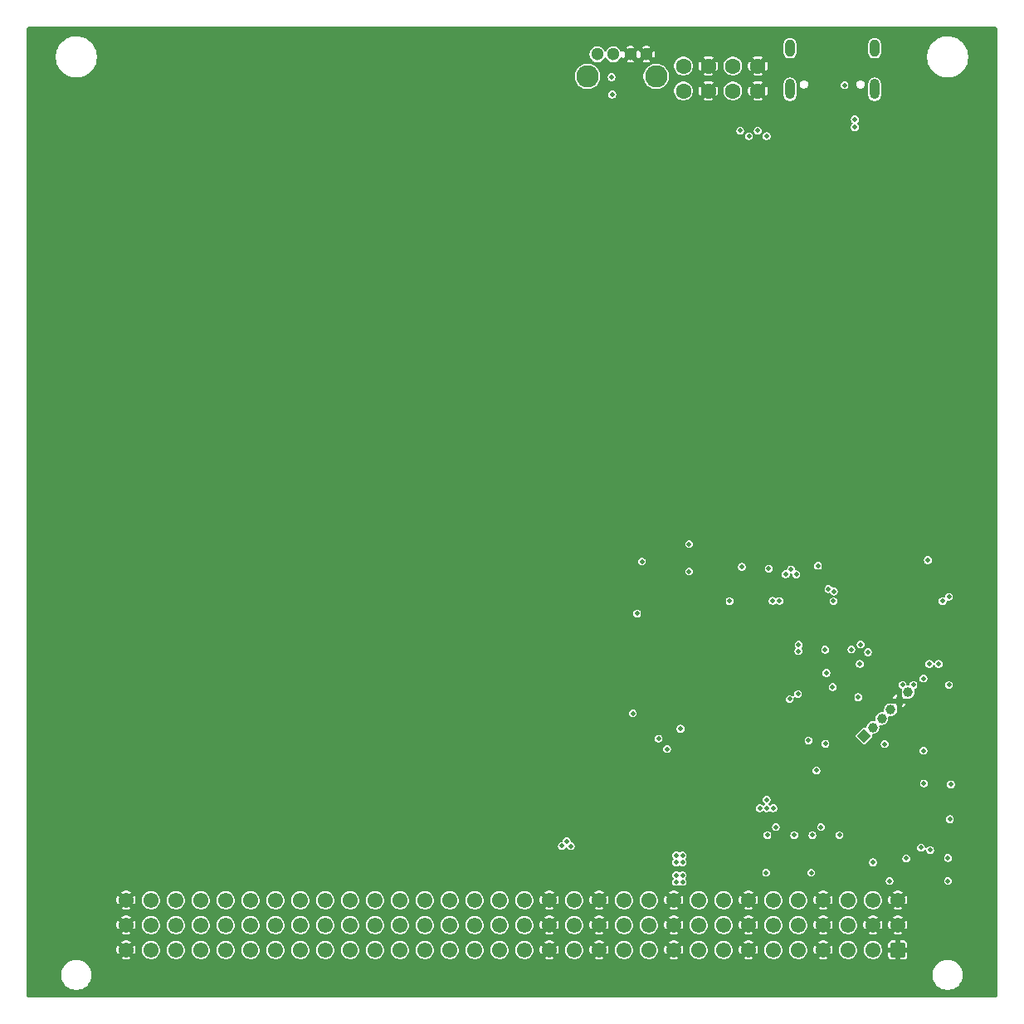
<source format=gbr>
%TF.GenerationSoftware,KiCad,Pcbnew,9.0.4-9.0.4-0~ubuntu24.04.1*%
%TF.CreationDate,2025-09-30T20:52:51+00:00*%
%TF.ProjectId,base-module,62617365-2d6d-46f6-9475-6c652e6b6963,1.1.1*%
%TF.SameCoordinates,Original*%
%TF.FileFunction,Copper,L2,Inr*%
%TF.FilePolarity,Positive*%
%FSLAX46Y46*%
G04 Gerber Fmt 4.6, Leading zero omitted, Abs format (unit mm)*
G04 Created by KiCad (PCBNEW 9.0.4-9.0.4-0~ubuntu24.04.1) date 2025-09-30 20:52:51*
%MOMM*%
%LPD*%
G01*
G04 APERTURE LIST*
G04 Aperture macros list*
%AMRoundRect*
0 Rectangle with rounded corners*
0 $1 Rounding radius*
0 $2 $3 $4 $5 $6 $7 $8 $9 X,Y pos of 4 corners*
0 Add a 4 corners polygon primitive as box body*
4,1,4,$2,$3,$4,$5,$6,$7,$8,$9,$2,$3,0*
0 Add four circle primitives for the rounded corners*
1,1,$1+$1,$2,$3*
1,1,$1+$1,$4,$5*
1,1,$1+$1,$6,$7*
1,1,$1+$1,$8,$9*
0 Add four rect primitives between the rounded corners*
20,1,$1+$1,$2,$3,$4,$5,0*
20,1,$1+$1,$4,$5,$6,$7,0*
20,1,$1+$1,$6,$7,$8,$9,0*
20,1,$1+$1,$8,$9,$2,$3,0*%
%AMRotRect*
0 Rectangle, with rotation*
0 The origin of the aperture is its center*
0 $1 length*
0 $2 width*
0 $3 Rotation angle, in degrees counterclockwise*
0 Add horizontal line*
21,1,$1,$2,0,0,$3*%
G04 Aperture macros list end*
%TA.AperFunction,ComponentPad*%
%ADD10C,1.600000*%
%TD*%
%TA.AperFunction,ComponentPad*%
%ADD11C,1.300000*%
%TD*%
%TA.AperFunction,ComponentPad*%
%ADD12C,2.286000*%
%TD*%
%TA.AperFunction,ComponentPad*%
%ADD13O,1.000000X2.100000*%
%TD*%
%TA.AperFunction,ComponentPad*%
%ADD14O,1.000000X1.800000*%
%TD*%
%TA.AperFunction,ComponentPad*%
%ADD15RoundRect,0.249999X0.525001X0.525001X-0.525001X0.525001X-0.525001X-0.525001X0.525001X-0.525001X0*%
%TD*%
%TA.AperFunction,ComponentPad*%
%ADD16C,1.550000*%
%TD*%
%TA.AperFunction,ComponentPad*%
%ADD17RotRect,1.000000X1.000000X315.000000*%
%TD*%
%TA.AperFunction,ComponentPad*%
%ADD18C,1.000000*%
%TD*%
%TA.AperFunction,ViaPad*%
%ADD19C,0.500000*%
%TD*%
G04 APERTURE END LIST*
D10*
%TO.N,Net-(LED300-Pad1)*%
%TO.C,LED300*%
X106863600Y-55785000D03*
%TO.N,GND*%
X109403600Y-55785000D03*
%TO.N,Net-(LED300-Pad3)*%
X106863600Y-58325000D03*
%TO.N,GND*%
X109403600Y-58325000D03*
%TD*%
D11*
%TO.N,GND*%
%TO.C,BTN400*%
X103079415Y-54584163D03*
X101449415Y-54584163D03*
%TO.N,/MCU/SWD.~{RST}*%
X99709415Y-54584163D03*
%TO.N,/MCU/USR_BUTTON*%
X98079415Y-54584163D03*
D12*
%TO.N,N/C*%
X104079415Y-56834163D03*
X97079415Y-56834163D03*
%TD*%
D13*
%TO.N,Net-(J800-SHIELD)*%
%TO.C,J800*%
X126370000Y-58140000D03*
D14*
X126370000Y-53960000D03*
D13*
X117730000Y-58140000D03*
D14*
X117730000Y-53960000D03*
%TD*%
D15*
%TO.N,GND*%
%TO.C,J200*%
X128740000Y-145975000D03*
D16*
%TO.N,/Backplane/BACKPLANE.D+*%
X126200000Y-145975000D03*
%TO.N,+5V_STDBY*%
X123660000Y-145975000D03*
%TO.N,GND*%
X121120000Y-145975000D03*
%TO.N,/Backplane/CAN1.+*%
X118580000Y-145975000D03*
%TO.N,/Backplane/CAN1.-*%
X116040000Y-145975000D03*
%TO.N,GND*%
X113500000Y-145975000D03*
%TO.N,/Backplane/CAN2.+*%
X110960000Y-145975000D03*
%TO.N,/Backplane/CAN2.-*%
X108420000Y-145975000D03*
%TO.N,GND*%
X105880000Y-145975000D03*
%TO.N,+12V*%
X103340000Y-145975000D03*
X100800000Y-145975000D03*
%TO.N,GND*%
X98260000Y-145975000D03*
%TO.N,+24V*%
X95720000Y-145975000D03*
%TO.N,GND*%
X93180000Y-145975000D03*
%TO.N,/Backplane/GPIOL0*%
X90640000Y-145975000D03*
%TO.N,/Backplane/GPIOL1*%
X88100000Y-145975000D03*
%TO.N,/Backplane/GPIOL2*%
X85560000Y-145975000D03*
%TO.N,/Backplane/GPIOL3*%
X83020000Y-145975000D03*
%TO.N,/Backplane/GPIOL4*%
X80480000Y-145975000D03*
%TO.N,/Backplane/GPIOL5*%
X77940000Y-145975000D03*
%TO.N,/Backplane/GPIOL6*%
X75400000Y-145975000D03*
%TO.N,/Backplane/GPIOL7*%
X72860000Y-145975000D03*
%TO.N,/Backplane/GPIOL8*%
X70320000Y-145975000D03*
%TO.N,/Backplane/GPIOL9*%
X67780000Y-145975000D03*
%TO.N,/Backplane/GPIOL10*%
X65240000Y-145975000D03*
%TO.N,/Backplane/GPIOL11*%
X62700000Y-145975000D03*
%TO.N,/Backplane/GPIOL12*%
X60160000Y-145975000D03*
%TO.N,/Backplane/GPIOL13*%
X57620000Y-145975000D03*
%TO.N,/Backplane/GPIOL14*%
X55080000Y-145975000D03*
%TO.N,/Backplane/GPIOL15*%
X52540000Y-145975000D03*
%TO.N,GND*%
X50000000Y-145975000D03*
X128740000Y-143435000D03*
X126200000Y-143435000D03*
%TO.N,+5V_STDBY*%
X123660000Y-143435000D03*
%TO.N,GND*%
X121120000Y-143435000D03*
%TO.N,/Backplane/CAN1.+*%
X118580000Y-143435000D03*
%TO.N,/Backplane/CAN1.-*%
X116040000Y-143435000D03*
%TO.N,GND*%
X113500000Y-143435000D03*
%TO.N,/Backplane/CAN2.+*%
X110960000Y-143435000D03*
%TO.N,/Backplane/CAN2.-*%
X108420000Y-143435000D03*
%TO.N,GND*%
X105880000Y-143435000D03*
%TO.N,+12V*%
X103340000Y-143435000D03*
X100800000Y-143435000D03*
%TO.N,GND*%
X98260000Y-143435000D03*
%TO.N,+24V*%
X95720000Y-143435000D03*
%TO.N,GND*%
X93180000Y-143435000D03*
%TO.N,/Backplane/GPIOC0*%
X90640000Y-143435000D03*
%TO.N,/Backplane/GPIOC1*%
X88100000Y-143435000D03*
%TO.N,/Backplane/GPIOC2*%
X85560000Y-143435000D03*
%TO.N,/Backplane/GPIOC3*%
X83020000Y-143435000D03*
%TO.N,/Backplane/GPIOC4*%
X80480000Y-143435000D03*
%TO.N,/Backplane/GPIOC5*%
X77940000Y-143435000D03*
%TO.N,/Backplane/GPIOC6*%
X75400000Y-143435000D03*
%TO.N,/Backplane/GPIOC7*%
X72860000Y-143435000D03*
%TO.N,/Backplane/GPIOC8*%
X70320000Y-143435000D03*
%TO.N,/Backplane/GPIOC9*%
X67780000Y-143435000D03*
%TO.N,/Backplane/GPIOC10*%
X65240000Y-143435000D03*
%TO.N,/Backplane/GPIOC11*%
X62700000Y-143435000D03*
%TO.N,/Backplane/GPIOC12*%
X60160000Y-143435000D03*
%TO.N,/Backplane/GPIOC13*%
X57620000Y-143435000D03*
%TO.N,/Backplane/GPIOC14*%
X55080000Y-143435000D03*
%TO.N,/Backplane/GPIOC15*%
X52540000Y-143435000D03*
%TO.N,GND*%
X50000000Y-143435000D03*
X128740000Y-140895000D03*
%TO.N,/Backplane/BACKPLANE.D-*%
X126200000Y-140895000D03*
%TO.N,+5V_STDBY*%
X123660000Y-140895000D03*
%TO.N,GND*%
X121120000Y-140895000D03*
%TO.N,/Backplane/CAN1.+*%
X118580000Y-140895000D03*
%TO.N,/Backplane/CAN1.-*%
X116040000Y-140895000D03*
%TO.N,GND*%
X113500000Y-140895000D03*
%TO.N,/Backplane/CAN2.+*%
X110960000Y-140895000D03*
%TO.N,/Backplane/CAN2.-*%
X108420000Y-140895000D03*
%TO.N,GND*%
X105880000Y-140895000D03*
%TO.N,+12V*%
X103340000Y-140895000D03*
X100800000Y-140895000D03*
%TO.N,GND*%
X98260000Y-140895000D03*
%TO.N,+24V*%
X95720000Y-140895000D03*
%TO.N,GND*%
X93180000Y-140895000D03*
%TO.N,/Backplane/GPIOR0*%
X90640000Y-140895000D03*
%TO.N,/Backplane/GPIOR1*%
X88100000Y-140895000D03*
%TO.N,/Backplane/GPIOR2*%
X85560000Y-140895000D03*
%TO.N,/Backplane/GPIOR3*%
X83020000Y-140895000D03*
%TO.N,/Backplane/GPIOR4*%
X80480000Y-140895000D03*
%TO.N,/Backplane/GPIOR5*%
X77940000Y-140895000D03*
%TO.N,/Backplane/GPIOR6*%
X75400000Y-140895000D03*
%TO.N,/Backplane/GPIOR7*%
X72860000Y-140895000D03*
%TO.N,/Backplane/GPIOR8*%
X70320000Y-140895000D03*
%TO.N,/Backplane/GPIOR9*%
X67780000Y-140895000D03*
%TO.N,/Backplane/GPIOR10*%
X65240000Y-140895000D03*
%TO.N,/Backplane/GPIOR11*%
X62700000Y-140895000D03*
%TO.N,/Backplane/GPIOR12*%
X60160000Y-140895000D03*
%TO.N,/Backplane/GPIOR13*%
X57620000Y-140895000D03*
%TO.N,/Backplane/GPIOR14*%
X55080000Y-140895000D03*
%TO.N,/Backplane/GPIOR15*%
X52540000Y-140895000D03*
%TO.N,GND*%
X50000000Y-140895000D03*
%TD*%
D10*
%TO.N,Net-(LED301-Pad1)*%
%TO.C,LED301*%
X111913600Y-55785000D03*
%TO.N,GND*%
X114453600Y-55785000D03*
%TO.N,Net-(LED301-Pad3)*%
X111913600Y-58325000D03*
%TO.N,GND*%
X114453600Y-58325000D03*
%TD*%
D17*
%TO.N,+3V3*%
%TO.C,J3*%
X125295923Y-124154077D03*
D18*
%TO.N,/ST-LINK/DIO*%
X126193949Y-123256051D03*
%TO.N,/ST-LINK/CLK*%
X127091974Y-122358026D03*
%TO.N,/ST-LINK/STLINK-RST*%
X127990000Y-121460000D03*
%TO.N,GND*%
X128888025Y-120561975D03*
%TO.N,/ST-LINK/STLINK-BOOT0*%
X129786051Y-119663949D03*
%TD*%
D19*
%TO.N,+3V3*%
X115300000Y-138075000D03*
X99598400Y-58685001D03*
X131350000Y-125625000D03*
X121325000Y-115325000D03*
X121662040Y-109139790D03*
X104325000Y-124400000D03*
X120590000Y-106765000D03*
X115350000Y-131500000D03*
X132050000Y-135775000D03*
X131800000Y-106175000D03*
X131400000Y-128975000D03*
X133950000Y-118922500D03*
X114650000Y-131500000D03*
X115350000Y-130625000D03*
X107442000Y-107343001D03*
X121350000Y-124927500D03*
X125700000Y-115575000D03*
X131350000Y-118275000D03*
X124000000Y-115300000D03*
X122225000Y-109375000D03*
X115575000Y-107050000D03*
X101700000Y-121825000D03*
X107442000Y-104549001D03*
X119900000Y-138075000D03*
X116025000Y-131500000D03*
X112825000Y-106875000D03*
X119625000Y-124600000D03*
X114450000Y-62375000D03*
X122174000Y-110375000D03*
X102133531Y-111641425D03*
X102624000Y-106327001D03*
%TO.N,GND*%
X99598400Y-57785001D03*
X95300000Y-131025000D03*
X103700000Y-128625000D03*
X129900000Y-124961216D03*
X128350000Y-134775000D03*
X104900000Y-128625000D03*
X109870720Y-132521542D03*
X134470000Y-142162501D03*
X127250000Y-134775000D03*
X116250000Y-62375000D03*
X95300000Y-133425000D03*
X132350000Y-125625000D03*
X113850000Y-136425000D03*
X107442000Y-106581001D03*
X118364000Y-111407001D03*
X102624000Y-107343001D03*
X109700000Y-128625000D03*
X96500000Y-128625000D03*
X130325000Y-129675000D03*
X106100000Y-128625000D03*
X110520720Y-132521542D03*
X108650000Y-136275000D03*
X102850000Y-119275000D03*
X113300000Y-128625000D03*
X103700000Y-132225000D03*
X119126000Y-109883001D03*
X97700000Y-128625000D03*
X115050000Y-136625000D03*
X121350000Y-123927500D03*
X116825000Y-106025000D03*
X119625000Y-125600000D03*
X126375000Y-109375000D03*
X126900000Y-113525000D03*
X131150000Y-116225000D03*
X112525000Y-106025000D03*
X97900000Y-111775000D03*
X113850000Y-137675000D03*
X100100000Y-128625000D03*
X94450000Y-138675000D03*
X116575000Y-107050000D03*
X128350000Y-135825000D03*
X98900000Y-128625000D03*
X118750000Y-126325000D03*
X134150000Y-128175000D03*
X131900000Y-133925000D03*
X126950000Y-106725000D03*
X119100000Y-134275000D03*
X111170720Y-132521542D03*
X107442000Y-105565001D03*
X103700000Y-133425000D03*
X122200000Y-115275000D03*
X103700000Y-131025000D03*
X117150000Y-62375000D03*
X131150000Y-115125000D03*
X119670000Y-61785001D03*
X133300000Y-122825000D03*
X118050000Y-62925000D03*
X108500000Y-128625000D03*
X133950000Y-119922500D03*
X134100000Y-133525000D03*
X134300000Y-135775000D03*
X109728000Y-107851001D03*
X112100000Y-128625000D03*
X113825000Y-106875000D03*
X119126000Y-108867001D03*
X121900000Y-133425000D03*
X114500000Y-128625000D03*
X118850000Y-59675000D03*
X102868898Y-114435000D03*
X103325000Y-124400000D03*
X102870000Y-110137001D03*
X104648000Y-108105001D03*
X117300000Y-133425000D03*
X120590000Y-105865000D03*
X129800000Y-133725000D03*
X95953492Y-138663288D03*
X127250000Y-135825000D03*
X131100000Y-136425000D03*
X110900000Y-128625000D03*
X101300000Y-128625000D03*
X99850000Y-134671508D03*
X102500000Y-128625000D03*
X95300000Y-132225000D03*
X107300000Y-128625000D03*
X95200000Y-138675000D03*
X99850000Y-135971508D03*
X95300000Y-129825000D03*
X136150000Y-138925000D03*
X102225000Y-122850000D03*
X126700000Y-115575000D03*
X123200000Y-136625000D03*
X131950000Y-139425000D03*
X113850000Y-137075000D03*
X125350000Y-62025000D03*
X125350000Y-61225000D03*
X123550000Y-125325000D03*
X132700000Y-132175000D03*
X122936000Y-111325000D03*
X99850000Y-135321508D03*
X123100000Y-115275000D03*
X103700000Y-129825000D03*
X95300000Y-128625000D03*
X132350000Y-118275000D03*
X119650000Y-136625000D03*
%TO.N,+5V*%
X106125000Y-137025000D03*
X134150000Y-129075000D03*
X116300000Y-133425000D03*
X106775000Y-136325000D03*
X133300000Y-110375000D03*
X131100000Y-135525001D03*
X106775000Y-137025000D03*
X126200000Y-137025000D03*
X106125000Y-136325000D03*
X120900000Y-133425000D03*
%TO.N,/ST-LINK/LED*%
X124950000Y-114800000D03*
X127400000Y-124950000D03*
%TO.N,+12V_FUSED*%
X94451270Y-135361059D03*
X133950000Y-109925000D03*
X106125000Y-139025000D03*
X106125000Y-138325000D03*
X106775000Y-138325000D03*
X95375000Y-135375000D03*
X106775000Y-139025000D03*
X94950000Y-134875000D03*
%TO.N,/USB/VBUS_IN*%
X124350000Y-61225000D03*
X134050000Y-132625000D03*
%TO.N,/MCU/USR_BUTTON*%
X115975000Y-110350000D03*
X99538600Y-56899202D03*
%TO.N,/MCU/SWD.~{RST}*%
X111575001Y-110375000D03*
X121450000Y-117690000D03*
X118377238Y-107645000D03*
%TO.N,Net-(U302-PGANG)*%
X129600000Y-136625000D03*
X127900000Y-138925000D03*
%TO.N,Net-(U700-PA5)*%
X124700000Y-120175000D03*
X120425000Y-127650000D03*
%TO.N,Net-(U700-PC13)*%
X130330000Y-118920000D03*
X132900000Y-116775000D03*
%TO.N,Net-(U700-PC14)*%
X129225000Y-118925000D03*
X131950000Y-116775000D03*
%TO.N,/CAN transceiver 1/CAN.TX*%
X122775000Y-134250000D03*
X118550000Y-119850000D03*
%TO.N,/CAN transceiver 1/CAN.RX*%
X117700000Y-120375000D03*
X120025000Y-134250000D03*
%TO.N,/CAN transceiver 2/CAN.TX*%
X118175000Y-134250000D03*
X106575000Y-123400000D03*
%TO.N,/CAN transceiver 2/CAN.RX*%
X105189838Y-125458838D03*
X115425000Y-134250000D03*
%TO.N,/USB/CC1*%
X123300000Y-57725000D03*
X124350000Y-62025000D03*
%TO.N,Net-(U801-~{OE})*%
X133850000Y-136575000D03*
X133850000Y-138925000D03*
%TO.N,/MCU/USER_LED_1*%
X113550000Y-62925000D03*
X117850000Y-107125000D03*
%TO.N,/MCU/USER_LED_2*%
X117300000Y-107625000D03*
X112650000Y-62375000D03*
%TO.N,/MCU/STATUS_LED*%
X115350000Y-62925000D03*
X116675000Y-110350000D03*
%TO.N,/MCU/MCU_UART.RX*%
X124860000Y-116780000D03*
X118595207Y-115469530D03*
%TO.N,/MCU/MCU_UART.TX*%
X122090000Y-119130000D03*
X118620000Y-114820000D03*
%TD*%
%TA.AperFunction,Conductor*%
%TO.N,GND*%
G36*
X138812539Y-51805186D02*
G01*
X138858294Y-51857990D01*
X138869500Y-51909501D01*
X138869500Y-150660501D01*
X138849815Y-150727540D01*
X138797011Y-150773295D01*
X138745500Y-150784501D01*
X39994500Y-150784501D01*
X39927461Y-150764816D01*
X39881706Y-150712012D01*
X39870500Y-150660501D01*
X39870500Y-148394941D01*
X43394500Y-148394941D01*
X43394500Y-148635058D01*
X43432063Y-148872222D01*
X43506265Y-149100593D01*
X43615276Y-149314536D01*
X43756414Y-149508796D01*
X43926204Y-149678586D01*
X44120464Y-149819724D01*
X44221543Y-149871226D01*
X44334406Y-149928734D01*
X44334408Y-149928734D01*
X44334411Y-149928736D01*
X44562778Y-150002937D01*
X44799941Y-150040500D01*
X44799942Y-150040500D01*
X45040058Y-150040500D01*
X45040059Y-150040500D01*
X45277222Y-150002937D01*
X45505589Y-149928736D01*
X45719536Y-149819724D01*
X45913796Y-149678586D01*
X46083586Y-149508796D01*
X46224724Y-149314536D01*
X46333736Y-149100589D01*
X46407937Y-148872222D01*
X46445500Y-148635059D01*
X46445500Y-148394941D01*
X132294500Y-148394941D01*
X132294500Y-148635058D01*
X132332063Y-148872222D01*
X132406265Y-149100593D01*
X132515276Y-149314536D01*
X132656414Y-149508796D01*
X132826204Y-149678586D01*
X133020464Y-149819724D01*
X133121543Y-149871226D01*
X133234406Y-149928734D01*
X133234408Y-149928734D01*
X133234411Y-149928736D01*
X133462778Y-150002937D01*
X133699941Y-150040500D01*
X133699942Y-150040500D01*
X133940058Y-150040500D01*
X133940059Y-150040500D01*
X134177222Y-150002937D01*
X134405589Y-149928736D01*
X134619536Y-149819724D01*
X134813796Y-149678586D01*
X134983586Y-149508796D01*
X135124724Y-149314536D01*
X135233736Y-149100589D01*
X135307937Y-148872222D01*
X135345500Y-148635059D01*
X135345500Y-148394941D01*
X135307937Y-148157778D01*
X135233736Y-147929411D01*
X135233734Y-147929408D01*
X135233734Y-147929406D01*
X135124723Y-147715463D01*
X134983586Y-147521204D01*
X134813796Y-147351414D01*
X134619536Y-147210276D01*
X134405593Y-147101265D01*
X134177222Y-147027063D01*
X133940059Y-146989500D01*
X133699941Y-146989500D01*
X133581359Y-147008281D01*
X133462777Y-147027063D01*
X133234406Y-147101265D01*
X133020463Y-147210276D01*
X132826201Y-147351416D01*
X132656416Y-147521201D01*
X132515276Y-147715463D01*
X132406265Y-147929406D01*
X132332063Y-148157777D01*
X132294500Y-148394941D01*
X46445500Y-148394941D01*
X46407937Y-148157778D01*
X46333736Y-147929411D01*
X46333734Y-147929408D01*
X46333734Y-147929406D01*
X46224723Y-147715463D01*
X46083586Y-147521204D01*
X45913796Y-147351414D01*
X45719536Y-147210276D01*
X45505593Y-147101265D01*
X45277222Y-147027063D01*
X45040059Y-146989500D01*
X44799941Y-146989500D01*
X44681359Y-147008281D01*
X44562777Y-147027063D01*
X44334406Y-147101265D01*
X44120463Y-147210276D01*
X43926201Y-147351416D01*
X43756416Y-147521201D01*
X43615276Y-147715463D01*
X43506265Y-147929406D01*
X43432063Y-148157777D01*
X43394500Y-148394941D01*
X39870500Y-148394941D01*
X39870500Y-145878966D01*
X49025000Y-145878966D01*
X49025000Y-146071033D01*
X49062466Y-146259389D01*
X49062468Y-146259397D01*
X49135965Y-146436834D01*
X49135968Y-146436840D01*
X49155449Y-146465995D01*
X49517037Y-146104408D01*
X49534075Y-146167993D01*
X49599901Y-146282007D01*
X49692993Y-146375099D01*
X49807007Y-146440925D01*
X49870590Y-146457962D01*
X49509003Y-146819548D01*
X49509004Y-146819549D01*
X49538162Y-146839033D01*
X49538164Y-146839034D01*
X49715602Y-146912531D01*
X49715610Y-146912533D01*
X49903966Y-146949999D01*
X49903970Y-146950000D01*
X50096030Y-146950000D01*
X50096033Y-146949999D01*
X50284389Y-146912533D01*
X50284397Y-146912531D01*
X50461836Y-146839033D01*
X50490994Y-146819548D01*
X50129409Y-146457962D01*
X50192993Y-146440925D01*
X50307007Y-146375099D01*
X50400099Y-146282007D01*
X50465925Y-146167993D01*
X50482962Y-146104408D01*
X50844548Y-146465994D01*
X50864033Y-146436836D01*
X50937531Y-146259397D01*
X50937533Y-146259389D01*
X50974999Y-146071033D01*
X50975000Y-146071030D01*
X50975000Y-146066156D01*
X51614499Y-146066156D01*
X51650065Y-146244952D01*
X51650068Y-146244962D01*
X51719831Y-146413387D01*
X51719833Y-146413391D01*
X51821113Y-146564967D01*
X51821119Y-146564975D01*
X51950024Y-146693880D01*
X51950032Y-146693886D01*
X52101608Y-146795166D01*
X52101612Y-146795168D01*
X52270037Y-146864931D01*
X52270042Y-146864933D01*
X52270046Y-146864933D01*
X52270047Y-146864934D01*
X52448843Y-146900500D01*
X52448846Y-146900500D01*
X52631156Y-146900500D01*
X52751445Y-146876572D01*
X52809958Y-146864933D01*
X52978389Y-146795167D01*
X52978391Y-146795166D01*
X53101891Y-146712646D01*
X53129972Y-146693883D01*
X53258883Y-146564972D01*
X53344498Y-146436840D01*
X53360166Y-146413391D01*
X53360168Y-146413387D01*
X53423952Y-146259397D01*
X53429933Y-146244958D01*
X53448932Y-146149446D01*
X53465500Y-146066156D01*
X54154499Y-146066156D01*
X54190065Y-146244952D01*
X54190068Y-146244962D01*
X54259831Y-146413387D01*
X54259833Y-146413391D01*
X54361113Y-146564967D01*
X54361119Y-146564975D01*
X54490024Y-146693880D01*
X54490032Y-146693886D01*
X54641608Y-146795166D01*
X54641612Y-146795168D01*
X54810037Y-146864931D01*
X54810042Y-146864933D01*
X54810046Y-146864933D01*
X54810047Y-146864934D01*
X54988843Y-146900500D01*
X54988846Y-146900500D01*
X55171156Y-146900500D01*
X55291445Y-146876572D01*
X55349958Y-146864933D01*
X55518389Y-146795167D01*
X55518391Y-146795166D01*
X55641891Y-146712646D01*
X55669972Y-146693883D01*
X55798883Y-146564972D01*
X55884498Y-146436840D01*
X55900166Y-146413391D01*
X55900168Y-146413387D01*
X55963952Y-146259397D01*
X55969933Y-146244958D01*
X55988932Y-146149446D01*
X56005500Y-146066156D01*
X56694499Y-146066156D01*
X56730065Y-146244952D01*
X56730068Y-146244962D01*
X56799831Y-146413387D01*
X56799833Y-146413391D01*
X56901113Y-146564967D01*
X56901119Y-146564975D01*
X57030024Y-146693880D01*
X57030032Y-146693886D01*
X57181608Y-146795166D01*
X57181612Y-146795168D01*
X57350037Y-146864931D01*
X57350042Y-146864933D01*
X57350046Y-146864933D01*
X57350047Y-146864934D01*
X57528843Y-146900500D01*
X57528846Y-146900500D01*
X57711156Y-146900500D01*
X57831445Y-146876572D01*
X57889958Y-146864933D01*
X58058389Y-146795167D01*
X58058391Y-146795166D01*
X58181891Y-146712646D01*
X58209972Y-146693883D01*
X58338883Y-146564972D01*
X58424498Y-146436840D01*
X58440166Y-146413391D01*
X58440168Y-146413387D01*
X58503952Y-146259397D01*
X58509933Y-146244958D01*
X58528932Y-146149446D01*
X58545500Y-146066156D01*
X59234499Y-146066156D01*
X59270065Y-146244952D01*
X59270068Y-146244962D01*
X59339831Y-146413387D01*
X59339833Y-146413391D01*
X59441113Y-146564967D01*
X59441119Y-146564975D01*
X59570024Y-146693880D01*
X59570032Y-146693886D01*
X59721608Y-146795166D01*
X59721612Y-146795168D01*
X59890037Y-146864931D01*
X59890042Y-146864933D01*
X59890046Y-146864933D01*
X59890047Y-146864934D01*
X60068843Y-146900500D01*
X60068846Y-146900500D01*
X60251156Y-146900500D01*
X60371445Y-146876572D01*
X60429958Y-146864933D01*
X60598389Y-146795167D01*
X60598391Y-146795166D01*
X60721891Y-146712646D01*
X60749972Y-146693883D01*
X60878883Y-146564972D01*
X60964498Y-146436840D01*
X60980166Y-146413391D01*
X60980168Y-146413387D01*
X61043952Y-146259397D01*
X61049933Y-146244958D01*
X61068932Y-146149446D01*
X61085500Y-146066156D01*
X61774499Y-146066156D01*
X61810065Y-146244952D01*
X61810068Y-146244962D01*
X61879831Y-146413387D01*
X61879833Y-146413391D01*
X61981113Y-146564967D01*
X61981119Y-146564975D01*
X62110024Y-146693880D01*
X62110032Y-146693886D01*
X62261608Y-146795166D01*
X62261612Y-146795168D01*
X62430037Y-146864931D01*
X62430042Y-146864933D01*
X62430046Y-146864933D01*
X62430047Y-146864934D01*
X62608843Y-146900500D01*
X62608846Y-146900500D01*
X62791156Y-146900500D01*
X62911445Y-146876572D01*
X62969958Y-146864933D01*
X63138389Y-146795167D01*
X63138391Y-146795166D01*
X63261891Y-146712646D01*
X63289972Y-146693883D01*
X63418883Y-146564972D01*
X63504498Y-146436840D01*
X63520166Y-146413391D01*
X63520168Y-146413387D01*
X63583952Y-146259397D01*
X63589933Y-146244958D01*
X63608932Y-146149446D01*
X63625500Y-146066156D01*
X64314499Y-146066156D01*
X64350065Y-146244952D01*
X64350068Y-146244962D01*
X64419831Y-146413387D01*
X64419833Y-146413391D01*
X64521113Y-146564967D01*
X64521119Y-146564975D01*
X64650024Y-146693880D01*
X64650032Y-146693886D01*
X64801608Y-146795166D01*
X64801612Y-146795168D01*
X64970037Y-146864931D01*
X64970042Y-146864933D01*
X64970046Y-146864933D01*
X64970047Y-146864934D01*
X65148843Y-146900500D01*
X65148846Y-146900500D01*
X65331156Y-146900500D01*
X65451445Y-146876572D01*
X65509958Y-146864933D01*
X65678389Y-146795167D01*
X65678391Y-146795166D01*
X65801891Y-146712646D01*
X65829972Y-146693883D01*
X65958883Y-146564972D01*
X66044498Y-146436840D01*
X66060166Y-146413391D01*
X66060168Y-146413387D01*
X66123952Y-146259397D01*
X66129933Y-146244958D01*
X66148932Y-146149446D01*
X66165500Y-146066156D01*
X66854499Y-146066156D01*
X66890065Y-146244952D01*
X66890068Y-146244962D01*
X66959831Y-146413387D01*
X66959833Y-146413391D01*
X67061113Y-146564967D01*
X67061119Y-146564975D01*
X67190024Y-146693880D01*
X67190032Y-146693886D01*
X67341608Y-146795166D01*
X67341612Y-146795168D01*
X67510037Y-146864931D01*
X67510042Y-146864933D01*
X67510046Y-146864933D01*
X67510047Y-146864934D01*
X67688843Y-146900500D01*
X67688846Y-146900500D01*
X67871156Y-146900500D01*
X67991445Y-146876572D01*
X68049958Y-146864933D01*
X68218389Y-146795167D01*
X68218391Y-146795166D01*
X68341891Y-146712646D01*
X68369972Y-146693883D01*
X68498883Y-146564972D01*
X68584498Y-146436840D01*
X68600166Y-146413391D01*
X68600168Y-146413387D01*
X68663952Y-146259397D01*
X68669933Y-146244958D01*
X68688932Y-146149446D01*
X68705500Y-146066156D01*
X69394499Y-146066156D01*
X69430065Y-146244952D01*
X69430068Y-146244962D01*
X69499831Y-146413387D01*
X69499833Y-146413391D01*
X69601113Y-146564967D01*
X69601119Y-146564975D01*
X69730024Y-146693880D01*
X69730032Y-146693886D01*
X69881608Y-146795166D01*
X69881612Y-146795168D01*
X70050037Y-146864931D01*
X70050042Y-146864933D01*
X70050046Y-146864933D01*
X70050047Y-146864934D01*
X70228843Y-146900500D01*
X70228846Y-146900500D01*
X70411156Y-146900500D01*
X70531445Y-146876572D01*
X70589958Y-146864933D01*
X70758389Y-146795167D01*
X70758391Y-146795166D01*
X70881891Y-146712646D01*
X70909972Y-146693883D01*
X71038883Y-146564972D01*
X71124498Y-146436840D01*
X71140166Y-146413391D01*
X71140168Y-146413387D01*
X71203952Y-146259397D01*
X71209933Y-146244958D01*
X71228932Y-146149446D01*
X71245500Y-146066156D01*
X71934499Y-146066156D01*
X71970065Y-146244952D01*
X71970068Y-146244962D01*
X72039831Y-146413387D01*
X72039833Y-146413391D01*
X72141113Y-146564967D01*
X72141119Y-146564975D01*
X72270024Y-146693880D01*
X72270032Y-146693886D01*
X72421608Y-146795166D01*
X72421612Y-146795168D01*
X72590037Y-146864931D01*
X72590042Y-146864933D01*
X72590046Y-146864933D01*
X72590047Y-146864934D01*
X72768843Y-146900500D01*
X72768846Y-146900500D01*
X72951156Y-146900500D01*
X73071445Y-146876572D01*
X73129958Y-146864933D01*
X73298389Y-146795167D01*
X73298391Y-146795166D01*
X73421891Y-146712646D01*
X73449972Y-146693883D01*
X73578883Y-146564972D01*
X73664498Y-146436840D01*
X73680166Y-146413391D01*
X73680168Y-146413387D01*
X73743952Y-146259397D01*
X73749933Y-146244958D01*
X73768932Y-146149446D01*
X73785500Y-146066156D01*
X74474499Y-146066156D01*
X74510065Y-146244952D01*
X74510068Y-146244962D01*
X74579831Y-146413387D01*
X74579833Y-146413391D01*
X74681113Y-146564967D01*
X74681119Y-146564975D01*
X74810024Y-146693880D01*
X74810032Y-146693886D01*
X74961608Y-146795166D01*
X74961612Y-146795168D01*
X75130037Y-146864931D01*
X75130042Y-146864933D01*
X75130046Y-146864933D01*
X75130047Y-146864934D01*
X75308843Y-146900500D01*
X75308846Y-146900500D01*
X75491156Y-146900500D01*
X75611445Y-146876572D01*
X75669958Y-146864933D01*
X75838389Y-146795167D01*
X75838391Y-146795166D01*
X75961891Y-146712646D01*
X75989972Y-146693883D01*
X76118883Y-146564972D01*
X76204498Y-146436840D01*
X76220166Y-146413391D01*
X76220168Y-146413387D01*
X76283952Y-146259397D01*
X76289933Y-146244958D01*
X76308932Y-146149446D01*
X76325500Y-146066156D01*
X77014499Y-146066156D01*
X77050065Y-146244952D01*
X77050068Y-146244962D01*
X77119831Y-146413387D01*
X77119833Y-146413391D01*
X77221113Y-146564967D01*
X77221119Y-146564975D01*
X77350024Y-146693880D01*
X77350032Y-146693886D01*
X77501608Y-146795166D01*
X77501612Y-146795168D01*
X77670037Y-146864931D01*
X77670042Y-146864933D01*
X77670046Y-146864933D01*
X77670047Y-146864934D01*
X77848843Y-146900500D01*
X77848846Y-146900500D01*
X78031156Y-146900500D01*
X78151445Y-146876572D01*
X78209958Y-146864933D01*
X78378389Y-146795167D01*
X78378391Y-146795166D01*
X78501891Y-146712646D01*
X78529972Y-146693883D01*
X78658883Y-146564972D01*
X78744498Y-146436840D01*
X78760166Y-146413391D01*
X78760168Y-146413387D01*
X78823952Y-146259397D01*
X78829933Y-146244958D01*
X78848932Y-146149446D01*
X78865500Y-146066156D01*
X79554499Y-146066156D01*
X79590065Y-146244952D01*
X79590068Y-146244962D01*
X79659831Y-146413387D01*
X79659833Y-146413391D01*
X79761113Y-146564967D01*
X79761119Y-146564975D01*
X79890024Y-146693880D01*
X79890032Y-146693886D01*
X80041608Y-146795166D01*
X80041612Y-146795168D01*
X80210037Y-146864931D01*
X80210042Y-146864933D01*
X80210046Y-146864933D01*
X80210047Y-146864934D01*
X80388843Y-146900500D01*
X80388846Y-146900500D01*
X80571156Y-146900500D01*
X80691445Y-146876572D01*
X80749958Y-146864933D01*
X80918389Y-146795167D01*
X80918391Y-146795166D01*
X81041891Y-146712646D01*
X81069972Y-146693883D01*
X81198883Y-146564972D01*
X81284498Y-146436840D01*
X81300166Y-146413391D01*
X81300168Y-146413387D01*
X81363952Y-146259397D01*
X81369933Y-146244958D01*
X81388932Y-146149446D01*
X81405500Y-146066156D01*
X82094499Y-146066156D01*
X82130065Y-146244952D01*
X82130068Y-146244962D01*
X82199831Y-146413387D01*
X82199833Y-146413391D01*
X82301113Y-146564967D01*
X82301119Y-146564975D01*
X82430024Y-146693880D01*
X82430032Y-146693886D01*
X82581608Y-146795166D01*
X82581612Y-146795168D01*
X82750037Y-146864931D01*
X82750042Y-146864933D01*
X82750046Y-146864933D01*
X82750047Y-146864934D01*
X82928843Y-146900500D01*
X82928846Y-146900500D01*
X83111156Y-146900500D01*
X83231445Y-146876572D01*
X83289958Y-146864933D01*
X83458389Y-146795167D01*
X83458391Y-146795166D01*
X83581891Y-146712646D01*
X83609972Y-146693883D01*
X83738883Y-146564972D01*
X83824498Y-146436840D01*
X83840166Y-146413391D01*
X83840168Y-146413387D01*
X83903952Y-146259397D01*
X83909933Y-146244958D01*
X83928932Y-146149446D01*
X83945500Y-146066156D01*
X84634499Y-146066156D01*
X84670065Y-146244952D01*
X84670068Y-146244962D01*
X84739831Y-146413387D01*
X84739833Y-146413391D01*
X84841113Y-146564967D01*
X84841119Y-146564975D01*
X84970024Y-146693880D01*
X84970032Y-146693886D01*
X85121608Y-146795166D01*
X85121612Y-146795168D01*
X85290037Y-146864931D01*
X85290042Y-146864933D01*
X85290046Y-146864933D01*
X85290047Y-146864934D01*
X85468843Y-146900500D01*
X85468846Y-146900500D01*
X85651156Y-146900500D01*
X85771445Y-146876572D01*
X85829958Y-146864933D01*
X85998389Y-146795167D01*
X85998391Y-146795166D01*
X86121891Y-146712646D01*
X86149972Y-146693883D01*
X86278883Y-146564972D01*
X86364498Y-146436840D01*
X86380166Y-146413391D01*
X86380168Y-146413387D01*
X86443952Y-146259397D01*
X86449933Y-146244958D01*
X86468932Y-146149446D01*
X86485500Y-146066156D01*
X87174499Y-146066156D01*
X87210065Y-146244952D01*
X87210068Y-146244962D01*
X87279831Y-146413387D01*
X87279833Y-146413391D01*
X87381113Y-146564967D01*
X87381119Y-146564975D01*
X87510024Y-146693880D01*
X87510032Y-146693886D01*
X87661608Y-146795166D01*
X87661612Y-146795168D01*
X87830037Y-146864931D01*
X87830042Y-146864933D01*
X87830046Y-146864933D01*
X87830047Y-146864934D01*
X88008843Y-146900500D01*
X88008846Y-146900500D01*
X88191156Y-146900500D01*
X88311445Y-146876572D01*
X88369958Y-146864933D01*
X88538389Y-146795167D01*
X88538391Y-146795166D01*
X88661891Y-146712646D01*
X88689972Y-146693883D01*
X88818883Y-146564972D01*
X88904498Y-146436840D01*
X88920166Y-146413391D01*
X88920168Y-146413387D01*
X88983952Y-146259397D01*
X88989933Y-146244958D01*
X89008932Y-146149446D01*
X89025500Y-146066156D01*
X89714499Y-146066156D01*
X89750065Y-146244952D01*
X89750068Y-146244962D01*
X89819831Y-146413387D01*
X89819833Y-146413391D01*
X89921113Y-146564967D01*
X89921119Y-146564975D01*
X90050024Y-146693880D01*
X90050032Y-146693886D01*
X90201608Y-146795166D01*
X90201612Y-146795168D01*
X90370037Y-146864931D01*
X90370042Y-146864933D01*
X90370046Y-146864933D01*
X90370047Y-146864934D01*
X90548843Y-146900500D01*
X90548846Y-146900500D01*
X90731156Y-146900500D01*
X90851445Y-146876572D01*
X90909958Y-146864933D01*
X91078389Y-146795167D01*
X91078391Y-146795166D01*
X91201891Y-146712646D01*
X91229972Y-146693883D01*
X91229975Y-146693880D01*
X91238200Y-146685656D01*
X91358880Y-146564975D01*
X91358883Y-146564972D01*
X91444498Y-146436840D01*
X91460166Y-146413391D01*
X91460168Y-146413387D01*
X91523952Y-146259397D01*
X91529933Y-146244958D01*
X91548932Y-146149446D01*
X91565500Y-146066156D01*
X91565500Y-145883843D01*
X91564530Y-145878966D01*
X92205000Y-145878966D01*
X92205000Y-146071033D01*
X92242466Y-146259389D01*
X92242468Y-146259397D01*
X92315965Y-146436834D01*
X92315968Y-146436840D01*
X92335449Y-146465995D01*
X92335450Y-146465995D01*
X92697037Y-146104408D01*
X92714075Y-146167993D01*
X92779901Y-146282007D01*
X92872993Y-146375099D01*
X92987007Y-146440925D01*
X93050590Y-146457962D01*
X92689003Y-146819548D01*
X92689004Y-146819549D01*
X92718162Y-146839033D01*
X92718164Y-146839034D01*
X92895602Y-146912531D01*
X92895610Y-146912533D01*
X93083966Y-146949999D01*
X93083970Y-146950000D01*
X93276030Y-146950000D01*
X93276033Y-146949999D01*
X93464389Y-146912533D01*
X93464397Y-146912531D01*
X93641836Y-146839033D01*
X93670994Y-146819548D01*
X93309409Y-146457962D01*
X93372993Y-146440925D01*
X93487007Y-146375099D01*
X93580099Y-146282007D01*
X93645925Y-146167993D01*
X93662962Y-146104408D01*
X94024548Y-146465994D01*
X94044033Y-146436836D01*
X94117531Y-146259397D01*
X94117533Y-146259389D01*
X94154999Y-146071033D01*
X94155000Y-146071030D01*
X94155000Y-146066156D01*
X94794499Y-146066156D01*
X94830065Y-146244952D01*
X94830068Y-146244962D01*
X94899831Y-146413387D01*
X94899833Y-146413391D01*
X95001113Y-146564967D01*
X95001119Y-146564975D01*
X95130024Y-146693880D01*
X95130032Y-146693886D01*
X95281608Y-146795166D01*
X95281612Y-146795168D01*
X95450037Y-146864931D01*
X95450042Y-146864933D01*
X95450046Y-146864933D01*
X95450047Y-146864934D01*
X95628843Y-146900500D01*
X95628846Y-146900500D01*
X95811156Y-146900500D01*
X95931445Y-146876572D01*
X95989958Y-146864933D01*
X96158389Y-146795167D01*
X96158391Y-146795166D01*
X96281891Y-146712646D01*
X96309972Y-146693883D01*
X96309975Y-146693880D01*
X96318200Y-146685656D01*
X96438880Y-146564975D01*
X96438883Y-146564972D01*
X96524498Y-146436840D01*
X96540166Y-146413391D01*
X96540168Y-146413387D01*
X96603952Y-146259397D01*
X96609933Y-146244958D01*
X96628932Y-146149446D01*
X96645500Y-146066156D01*
X96645500Y-145883843D01*
X96644530Y-145878966D01*
X97285000Y-145878966D01*
X97285000Y-146071033D01*
X97322466Y-146259389D01*
X97322468Y-146259397D01*
X97395965Y-146436834D01*
X97395968Y-146436840D01*
X97415449Y-146465995D01*
X97415450Y-146465995D01*
X97777037Y-146104408D01*
X97794075Y-146167993D01*
X97859901Y-146282007D01*
X97952993Y-146375099D01*
X98067007Y-146440925D01*
X98130590Y-146457962D01*
X97769003Y-146819548D01*
X97769004Y-146819549D01*
X97798162Y-146839033D01*
X97798164Y-146839034D01*
X97975602Y-146912531D01*
X97975610Y-146912533D01*
X98163966Y-146949999D01*
X98163970Y-146950000D01*
X98356030Y-146950000D01*
X98356033Y-146949999D01*
X98544389Y-146912533D01*
X98544397Y-146912531D01*
X98721836Y-146839033D01*
X98750994Y-146819548D01*
X98389409Y-146457962D01*
X98452993Y-146440925D01*
X98567007Y-146375099D01*
X98660099Y-146282007D01*
X98725925Y-146167993D01*
X98742962Y-146104408D01*
X99104548Y-146465994D01*
X99124033Y-146436836D01*
X99197531Y-146259397D01*
X99197533Y-146259389D01*
X99234999Y-146071033D01*
X99235000Y-146071030D01*
X99235000Y-146066156D01*
X99874499Y-146066156D01*
X99910065Y-146244952D01*
X99910068Y-146244962D01*
X99979831Y-146413387D01*
X99979833Y-146413391D01*
X100081113Y-146564967D01*
X100081119Y-146564975D01*
X100210024Y-146693880D01*
X100210032Y-146693886D01*
X100361608Y-146795166D01*
X100361612Y-146795168D01*
X100530037Y-146864931D01*
X100530042Y-146864933D01*
X100530046Y-146864933D01*
X100530047Y-146864934D01*
X100708843Y-146900500D01*
X100708846Y-146900500D01*
X100891156Y-146900500D01*
X101011445Y-146876572D01*
X101069958Y-146864933D01*
X101238389Y-146795167D01*
X101238391Y-146795166D01*
X101361891Y-146712646D01*
X101389972Y-146693883D01*
X101518883Y-146564972D01*
X101604498Y-146436840D01*
X101620166Y-146413391D01*
X101620168Y-146413387D01*
X101683952Y-146259397D01*
X101689933Y-146244958D01*
X101708932Y-146149446D01*
X101725500Y-146066156D01*
X102414499Y-146066156D01*
X102450065Y-146244952D01*
X102450068Y-146244962D01*
X102519831Y-146413387D01*
X102519833Y-146413391D01*
X102621113Y-146564967D01*
X102621119Y-146564975D01*
X102750024Y-146693880D01*
X102750032Y-146693886D01*
X102901608Y-146795166D01*
X102901612Y-146795168D01*
X103070037Y-146864931D01*
X103070042Y-146864933D01*
X103070046Y-146864933D01*
X103070047Y-146864934D01*
X103248843Y-146900500D01*
X103248846Y-146900500D01*
X103431156Y-146900500D01*
X103551445Y-146876572D01*
X103609958Y-146864933D01*
X103778389Y-146795167D01*
X103778391Y-146795166D01*
X103901891Y-146712646D01*
X103929972Y-146693883D01*
X103929975Y-146693880D01*
X103938200Y-146685656D01*
X104058880Y-146564975D01*
X104058883Y-146564972D01*
X104144498Y-146436840D01*
X104160166Y-146413391D01*
X104160168Y-146413387D01*
X104223952Y-146259397D01*
X104229933Y-146244958D01*
X104248932Y-146149446D01*
X104265500Y-146066156D01*
X104265500Y-145883843D01*
X104264530Y-145878966D01*
X104905000Y-145878966D01*
X104905000Y-146071033D01*
X104942466Y-146259389D01*
X104942468Y-146259397D01*
X105015965Y-146436834D01*
X105015968Y-146436840D01*
X105035449Y-146465995D01*
X105397037Y-146104408D01*
X105414075Y-146167993D01*
X105479901Y-146282007D01*
X105572993Y-146375099D01*
X105687007Y-146440925D01*
X105750590Y-146457962D01*
X105389003Y-146819548D01*
X105389004Y-146819549D01*
X105418162Y-146839033D01*
X105418164Y-146839034D01*
X105595602Y-146912531D01*
X105595610Y-146912533D01*
X105783966Y-146949999D01*
X105783970Y-146950000D01*
X105976030Y-146950000D01*
X105976033Y-146949999D01*
X106164389Y-146912533D01*
X106164397Y-146912531D01*
X106341836Y-146839033D01*
X106370994Y-146819548D01*
X106009409Y-146457962D01*
X106072993Y-146440925D01*
X106187007Y-146375099D01*
X106280099Y-146282007D01*
X106345925Y-146167993D01*
X106362962Y-146104408D01*
X106724548Y-146465994D01*
X106744033Y-146436836D01*
X106817531Y-146259397D01*
X106817533Y-146259389D01*
X106854999Y-146071033D01*
X106855000Y-146071030D01*
X106855000Y-146066156D01*
X107494499Y-146066156D01*
X107530065Y-146244952D01*
X107530068Y-146244962D01*
X107599831Y-146413387D01*
X107599833Y-146413391D01*
X107701113Y-146564967D01*
X107701119Y-146564975D01*
X107830024Y-146693880D01*
X107830032Y-146693886D01*
X107981608Y-146795166D01*
X107981612Y-146795168D01*
X108150037Y-146864931D01*
X108150042Y-146864933D01*
X108150046Y-146864933D01*
X108150047Y-146864934D01*
X108328843Y-146900500D01*
X108328846Y-146900500D01*
X108511156Y-146900500D01*
X108631445Y-146876572D01*
X108689958Y-146864933D01*
X108858389Y-146795167D01*
X108858391Y-146795166D01*
X108981891Y-146712646D01*
X109009972Y-146693883D01*
X109138883Y-146564972D01*
X109224498Y-146436840D01*
X109240166Y-146413391D01*
X109240168Y-146413387D01*
X109303952Y-146259397D01*
X109309933Y-146244958D01*
X109328932Y-146149446D01*
X109345500Y-146066156D01*
X110034499Y-146066156D01*
X110070065Y-146244952D01*
X110070068Y-146244962D01*
X110139831Y-146413387D01*
X110139833Y-146413391D01*
X110241113Y-146564967D01*
X110241119Y-146564975D01*
X110370024Y-146693880D01*
X110370032Y-146693886D01*
X110521608Y-146795166D01*
X110521612Y-146795168D01*
X110690037Y-146864931D01*
X110690042Y-146864933D01*
X110690046Y-146864933D01*
X110690047Y-146864934D01*
X110868843Y-146900500D01*
X110868846Y-146900500D01*
X111051156Y-146900500D01*
X111171445Y-146876572D01*
X111229958Y-146864933D01*
X111398389Y-146795167D01*
X111398391Y-146795166D01*
X111521891Y-146712646D01*
X111549972Y-146693883D01*
X111549975Y-146693880D01*
X111558200Y-146685656D01*
X111678880Y-146564975D01*
X111678883Y-146564972D01*
X111764498Y-146436840D01*
X111780166Y-146413391D01*
X111780168Y-146413387D01*
X111843952Y-146259397D01*
X111849933Y-146244958D01*
X111868932Y-146149446D01*
X111885500Y-146066156D01*
X111885500Y-145883843D01*
X111884530Y-145878966D01*
X112525000Y-145878966D01*
X112525000Y-146071033D01*
X112562466Y-146259389D01*
X112562468Y-146259397D01*
X112635965Y-146436834D01*
X112635968Y-146436840D01*
X112655449Y-146465995D01*
X113017037Y-146104408D01*
X113034075Y-146167993D01*
X113099901Y-146282007D01*
X113192993Y-146375099D01*
X113307007Y-146440925D01*
X113370590Y-146457962D01*
X113009003Y-146819548D01*
X113009004Y-146819549D01*
X113038162Y-146839033D01*
X113038164Y-146839034D01*
X113215602Y-146912531D01*
X113215610Y-146912533D01*
X113403966Y-146949999D01*
X113403970Y-146950000D01*
X113596030Y-146950000D01*
X113596033Y-146949999D01*
X113784389Y-146912533D01*
X113784397Y-146912531D01*
X113961836Y-146839033D01*
X113990994Y-146819548D01*
X113629409Y-146457962D01*
X113692993Y-146440925D01*
X113807007Y-146375099D01*
X113900099Y-146282007D01*
X113965925Y-146167993D01*
X113982962Y-146104408D01*
X114344548Y-146465994D01*
X114364033Y-146436836D01*
X114437531Y-146259397D01*
X114437533Y-146259389D01*
X114474999Y-146071033D01*
X114475000Y-146071030D01*
X114475000Y-146066156D01*
X115114499Y-146066156D01*
X115150065Y-146244952D01*
X115150068Y-146244962D01*
X115219831Y-146413387D01*
X115219833Y-146413391D01*
X115321113Y-146564967D01*
X115321119Y-146564975D01*
X115450024Y-146693880D01*
X115450032Y-146693886D01*
X115601608Y-146795166D01*
X115601612Y-146795168D01*
X115770037Y-146864931D01*
X115770042Y-146864933D01*
X115770046Y-146864933D01*
X115770047Y-146864934D01*
X115948843Y-146900500D01*
X115948846Y-146900500D01*
X116131156Y-146900500D01*
X116251445Y-146876572D01*
X116309958Y-146864933D01*
X116478389Y-146795167D01*
X116478391Y-146795166D01*
X116601891Y-146712646D01*
X116629972Y-146693883D01*
X116758883Y-146564972D01*
X116844498Y-146436840D01*
X116860166Y-146413391D01*
X116860168Y-146413387D01*
X116923952Y-146259397D01*
X116929933Y-146244958D01*
X116948932Y-146149446D01*
X116965500Y-146066156D01*
X117654499Y-146066156D01*
X117690065Y-146244952D01*
X117690068Y-146244962D01*
X117759831Y-146413387D01*
X117759833Y-146413391D01*
X117861113Y-146564967D01*
X117861119Y-146564975D01*
X117990024Y-146693880D01*
X117990032Y-146693886D01*
X118141608Y-146795166D01*
X118141612Y-146795168D01*
X118310037Y-146864931D01*
X118310042Y-146864933D01*
X118310046Y-146864933D01*
X118310047Y-146864934D01*
X118488843Y-146900500D01*
X118488846Y-146900500D01*
X118671156Y-146900500D01*
X118791445Y-146876572D01*
X118849958Y-146864933D01*
X119018389Y-146795167D01*
X119018391Y-146795166D01*
X119141891Y-146712646D01*
X119169972Y-146693883D01*
X119169975Y-146693880D01*
X119178200Y-146685656D01*
X119298880Y-146564975D01*
X119298883Y-146564972D01*
X119384498Y-146436840D01*
X119400166Y-146413391D01*
X119400168Y-146413387D01*
X119463952Y-146259397D01*
X119469933Y-146244958D01*
X119488932Y-146149446D01*
X119505500Y-146066156D01*
X119505500Y-145883843D01*
X119504530Y-145878966D01*
X120145000Y-145878966D01*
X120145000Y-146071033D01*
X120182466Y-146259389D01*
X120182468Y-146259397D01*
X120255965Y-146436834D01*
X120255968Y-146436840D01*
X120275449Y-146465995D01*
X120637037Y-146104408D01*
X120654075Y-146167993D01*
X120719901Y-146282007D01*
X120812993Y-146375099D01*
X120927007Y-146440925D01*
X120990590Y-146457962D01*
X120629003Y-146819548D01*
X120629004Y-146819549D01*
X120658162Y-146839033D01*
X120658164Y-146839034D01*
X120835602Y-146912531D01*
X120835610Y-146912533D01*
X121023966Y-146949999D01*
X121023970Y-146950000D01*
X121216030Y-146950000D01*
X121216033Y-146949999D01*
X121404389Y-146912533D01*
X121404397Y-146912531D01*
X121581836Y-146839033D01*
X121610994Y-146819548D01*
X121249409Y-146457962D01*
X121312993Y-146440925D01*
X121427007Y-146375099D01*
X121520099Y-146282007D01*
X121585925Y-146167993D01*
X121602962Y-146104408D01*
X121964548Y-146465994D01*
X121984033Y-146436836D01*
X122057531Y-146259397D01*
X122057533Y-146259389D01*
X122094999Y-146071033D01*
X122095000Y-146071030D01*
X122095000Y-146066156D01*
X122734499Y-146066156D01*
X122770065Y-146244952D01*
X122770068Y-146244962D01*
X122839831Y-146413387D01*
X122839833Y-146413391D01*
X122941113Y-146564967D01*
X122941119Y-146564975D01*
X123070024Y-146693880D01*
X123070032Y-146693886D01*
X123221608Y-146795166D01*
X123221612Y-146795168D01*
X123390037Y-146864931D01*
X123390042Y-146864933D01*
X123390046Y-146864933D01*
X123390047Y-146864934D01*
X123568843Y-146900500D01*
X123568846Y-146900500D01*
X123751156Y-146900500D01*
X123871445Y-146876572D01*
X123929958Y-146864933D01*
X124098389Y-146795167D01*
X124098391Y-146795166D01*
X124221891Y-146712646D01*
X124249972Y-146693883D01*
X124378883Y-146564972D01*
X124464498Y-146436840D01*
X124480166Y-146413391D01*
X124480168Y-146413387D01*
X124543952Y-146259397D01*
X124549933Y-146244958D01*
X124568932Y-146149446D01*
X124585500Y-146066156D01*
X125274499Y-146066156D01*
X125310065Y-146244952D01*
X125310068Y-146244962D01*
X125379831Y-146413387D01*
X125379833Y-146413391D01*
X125481113Y-146564967D01*
X125481119Y-146564975D01*
X125610024Y-146693880D01*
X125610032Y-146693886D01*
X125761608Y-146795166D01*
X125761612Y-146795168D01*
X125930037Y-146864931D01*
X125930042Y-146864933D01*
X125930046Y-146864933D01*
X125930047Y-146864934D01*
X126108843Y-146900500D01*
X126108846Y-146900500D01*
X126291156Y-146900500D01*
X126411445Y-146876572D01*
X126469958Y-146864933D01*
X126638389Y-146795167D01*
X126638391Y-146795166D01*
X126761891Y-146712646D01*
X126789972Y-146693883D01*
X126918883Y-146564972D01*
X127004498Y-146436840D01*
X127020166Y-146413391D01*
X127020168Y-146413387D01*
X127083952Y-146259397D01*
X127089933Y-146244958D01*
X127108932Y-146149446D01*
X127125500Y-146066156D01*
X127125500Y-145883843D01*
X127089934Y-145705047D01*
X127089933Y-145705046D01*
X127089933Y-145705042D01*
X127020167Y-145536611D01*
X126926075Y-145395792D01*
X127765000Y-145395792D01*
X127765000Y-145725000D01*
X128306988Y-145725000D01*
X128274075Y-145782007D01*
X128240000Y-145909174D01*
X128240000Y-146040826D01*
X128274075Y-146167993D01*
X128306988Y-146225000D01*
X127765000Y-146225000D01*
X127765000Y-146554207D01*
X127767850Y-146584601D01*
X127767850Y-146584605D01*
X127812653Y-146712646D01*
X127893207Y-146821792D01*
X128002353Y-146902346D01*
X128130396Y-146947149D01*
X128160792Y-146950000D01*
X128490000Y-146950000D01*
X128490000Y-146408012D01*
X128547007Y-146440925D01*
X128674174Y-146475000D01*
X128805826Y-146475000D01*
X128932993Y-146440925D01*
X128990000Y-146408012D01*
X128990000Y-146950000D01*
X129319208Y-146950000D01*
X129349601Y-146947149D01*
X129349605Y-146947149D01*
X129477646Y-146902346D01*
X129586792Y-146821792D01*
X129667346Y-146712646D01*
X129712149Y-146584605D01*
X129712149Y-146584601D01*
X129715000Y-146554207D01*
X129715000Y-146225000D01*
X129173012Y-146225000D01*
X129205925Y-146167993D01*
X129240000Y-146040826D01*
X129240000Y-145909174D01*
X129205925Y-145782007D01*
X129173012Y-145725000D01*
X129715000Y-145725000D01*
X129715000Y-145395792D01*
X129712149Y-145365398D01*
X129712149Y-145365394D01*
X129667346Y-145237353D01*
X129586792Y-145128207D01*
X129477646Y-145047653D01*
X129349603Y-145002850D01*
X129319208Y-145000000D01*
X128990000Y-145000000D01*
X128990000Y-145541988D01*
X128932993Y-145509075D01*
X128805826Y-145475000D01*
X128674174Y-145475000D01*
X128547007Y-145509075D01*
X128490000Y-145541988D01*
X128490000Y-145000000D01*
X128160792Y-145000000D01*
X128130398Y-145002850D01*
X128130394Y-145002850D01*
X128002353Y-145047653D01*
X127893207Y-145128207D01*
X127812653Y-145237353D01*
X127767850Y-145365394D01*
X127767850Y-145365398D01*
X127765000Y-145395792D01*
X126926075Y-145395792D01*
X126918883Y-145385028D01*
X126918881Y-145385025D01*
X126789975Y-145256119D01*
X126789967Y-145256113D01*
X126638391Y-145154833D01*
X126638387Y-145154831D01*
X126469962Y-145085068D01*
X126469952Y-145085065D01*
X126291156Y-145049500D01*
X126291154Y-145049500D01*
X126108846Y-145049500D01*
X126108844Y-145049500D01*
X125930047Y-145085065D01*
X125930037Y-145085068D01*
X125761612Y-145154831D01*
X125761608Y-145154833D01*
X125610032Y-145256113D01*
X125610024Y-145256119D01*
X125481119Y-145385024D01*
X125481113Y-145385032D01*
X125379833Y-145536608D01*
X125379831Y-145536612D01*
X125310068Y-145705037D01*
X125310065Y-145705047D01*
X125274500Y-145883843D01*
X125274500Y-145883846D01*
X125274500Y-146066154D01*
X125274500Y-146066156D01*
X125274499Y-146066156D01*
X124585500Y-146066156D01*
X124585500Y-145883843D01*
X124549934Y-145705047D01*
X124549933Y-145705046D01*
X124549933Y-145705042D01*
X124515307Y-145621446D01*
X124480168Y-145536612D01*
X124480166Y-145536608D01*
X124378886Y-145385032D01*
X124378880Y-145385024D01*
X124249975Y-145256119D01*
X124249967Y-145256113D01*
X124098391Y-145154833D01*
X124098387Y-145154831D01*
X123929962Y-145085068D01*
X123929952Y-145085065D01*
X123751156Y-145049500D01*
X123751154Y-145049500D01*
X123568846Y-145049500D01*
X123568844Y-145049500D01*
X123390047Y-145085065D01*
X123390037Y-145085068D01*
X123221612Y-145154831D01*
X123221608Y-145154833D01*
X123070032Y-145256113D01*
X123070024Y-145256119D01*
X122941119Y-145385024D01*
X122941113Y-145385032D01*
X122839833Y-145536608D01*
X122839831Y-145536612D01*
X122770068Y-145705037D01*
X122770065Y-145705047D01*
X122734500Y-145883843D01*
X122734500Y-145883846D01*
X122734500Y-146066154D01*
X122734500Y-146066156D01*
X122734499Y-146066156D01*
X122095000Y-146066156D01*
X122095000Y-145878970D01*
X122094999Y-145878966D01*
X122057533Y-145690610D01*
X122057531Y-145690602D01*
X121984034Y-145513164D01*
X121984033Y-145513162D01*
X121964549Y-145484004D01*
X121964548Y-145484003D01*
X121602962Y-145845590D01*
X121585925Y-145782007D01*
X121520099Y-145667993D01*
X121427007Y-145574901D01*
X121312993Y-145509075D01*
X121249409Y-145492037D01*
X121610995Y-145130450D01*
X121610995Y-145130449D01*
X121581840Y-145110968D01*
X121581834Y-145110965D01*
X121404397Y-145037468D01*
X121404389Y-145037466D01*
X121216033Y-145000000D01*
X121023966Y-145000000D01*
X120835610Y-145037466D01*
X120835602Y-145037468D01*
X120658165Y-145110965D01*
X120629004Y-145130449D01*
X120629004Y-145130450D01*
X120990591Y-145492037D01*
X120927007Y-145509075D01*
X120812993Y-145574901D01*
X120719901Y-145667993D01*
X120654075Y-145782007D01*
X120637037Y-145845591D01*
X120275450Y-145484004D01*
X120275449Y-145484004D01*
X120255965Y-145513165D01*
X120182468Y-145690602D01*
X120182466Y-145690610D01*
X120145000Y-145878966D01*
X119504530Y-145878966D01*
X119469934Y-145705047D01*
X119469933Y-145705046D01*
X119469933Y-145705042D01*
X119435307Y-145621446D01*
X119400168Y-145536612D01*
X119400166Y-145536608D01*
X119298886Y-145385032D01*
X119298880Y-145385024D01*
X119169975Y-145256119D01*
X119169967Y-145256113D01*
X119018391Y-145154833D01*
X119018387Y-145154831D01*
X118849962Y-145085068D01*
X118849952Y-145085065D01*
X118671156Y-145049500D01*
X118671154Y-145049500D01*
X118488846Y-145049500D01*
X118488844Y-145049500D01*
X118310047Y-145085065D01*
X118310037Y-145085068D01*
X118141612Y-145154831D01*
X118141608Y-145154833D01*
X117990032Y-145256113D01*
X117990024Y-145256119D01*
X117861119Y-145385024D01*
X117861113Y-145385032D01*
X117759833Y-145536608D01*
X117759831Y-145536612D01*
X117690068Y-145705037D01*
X117690065Y-145705047D01*
X117654500Y-145883843D01*
X117654500Y-145883846D01*
X117654500Y-146066154D01*
X117654500Y-146066156D01*
X117654499Y-146066156D01*
X116965500Y-146066156D01*
X116965500Y-145883843D01*
X116929934Y-145705047D01*
X116929933Y-145705046D01*
X116929933Y-145705042D01*
X116895307Y-145621446D01*
X116860168Y-145536612D01*
X116860166Y-145536608D01*
X116758886Y-145385032D01*
X116758880Y-145385024D01*
X116629975Y-145256119D01*
X116629967Y-145256113D01*
X116478391Y-145154833D01*
X116478387Y-145154831D01*
X116309962Y-145085068D01*
X116309952Y-145085065D01*
X116131156Y-145049500D01*
X116131154Y-145049500D01*
X115948846Y-145049500D01*
X115948844Y-145049500D01*
X115770047Y-145085065D01*
X115770037Y-145085068D01*
X115601612Y-145154831D01*
X115601608Y-145154833D01*
X115450032Y-145256113D01*
X115450024Y-145256119D01*
X115321119Y-145385024D01*
X115321113Y-145385032D01*
X115219833Y-145536608D01*
X115219831Y-145536612D01*
X115150068Y-145705037D01*
X115150065Y-145705047D01*
X115114500Y-145883843D01*
X115114500Y-145883846D01*
X115114500Y-146066154D01*
X115114500Y-146066156D01*
X115114499Y-146066156D01*
X114475000Y-146066156D01*
X114475000Y-145878970D01*
X114474999Y-145878966D01*
X114437533Y-145690610D01*
X114437531Y-145690602D01*
X114364034Y-145513164D01*
X114364033Y-145513162D01*
X114344549Y-145484004D01*
X114344548Y-145484003D01*
X113982962Y-145845590D01*
X113965925Y-145782007D01*
X113900099Y-145667993D01*
X113807007Y-145574901D01*
X113692993Y-145509075D01*
X113629409Y-145492037D01*
X113990995Y-145130450D01*
X113990995Y-145130449D01*
X113961840Y-145110968D01*
X113961834Y-145110965D01*
X113784397Y-145037468D01*
X113784389Y-145037466D01*
X113596033Y-145000000D01*
X113403966Y-145000000D01*
X113215610Y-145037466D01*
X113215602Y-145037468D01*
X113038165Y-145110965D01*
X113009004Y-145130449D01*
X113009004Y-145130450D01*
X113370591Y-145492037D01*
X113307007Y-145509075D01*
X113192993Y-145574901D01*
X113099901Y-145667993D01*
X113034075Y-145782007D01*
X113017037Y-145845591D01*
X112655450Y-145484004D01*
X112655449Y-145484004D01*
X112635965Y-145513165D01*
X112562468Y-145690602D01*
X112562466Y-145690610D01*
X112525000Y-145878966D01*
X111884530Y-145878966D01*
X111849934Y-145705047D01*
X111849933Y-145705046D01*
X111849933Y-145705042D01*
X111815307Y-145621446D01*
X111780168Y-145536612D01*
X111780166Y-145536608D01*
X111678886Y-145385032D01*
X111678880Y-145385024D01*
X111549975Y-145256119D01*
X111549967Y-145256113D01*
X111398391Y-145154833D01*
X111398387Y-145154831D01*
X111229962Y-145085068D01*
X111229952Y-145085065D01*
X111051156Y-145049500D01*
X111051154Y-145049500D01*
X110868846Y-145049500D01*
X110868844Y-145049500D01*
X110690047Y-145085065D01*
X110690037Y-145085068D01*
X110521612Y-145154831D01*
X110521608Y-145154833D01*
X110370032Y-145256113D01*
X110370024Y-145256119D01*
X110241119Y-145385024D01*
X110241113Y-145385032D01*
X110139833Y-145536608D01*
X110139831Y-145536612D01*
X110070068Y-145705037D01*
X110070065Y-145705047D01*
X110034500Y-145883843D01*
X110034500Y-145883846D01*
X110034500Y-146066154D01*
X110034500Y-146066156D01*
X110034499Y-146066156D01*
X109345500Y-146066156D01*
X109345500Y-145883843D01*
X109309934Y-145705047D01*
X109309933Y-145705046D01*
X109309933Y-145705042D01*
X109275307Y-145621446D01*
X109240168Y-145536612D01*
X109240166Y-145536608D01*
X109138886Y-145385032D01*
X109138880Y-145385024D01*
X109009975Y-145256119D01*
X109009967Y-145256113D01*
X108858391Y-145154833D01*
X108858387Y-145154831D01*
X108689962Y-145085068D01*
X108689952Y-145085065D01*
X108511156Y-145049500D01*
X108511154Y-145049500D01*
X108328846Y-145049500D01*
X108328844Y-145049500D01*
X108150047Y-145085065D01*
X108150037Y-145085068D01*
X107981612Y-145154831D01*
X107981608Y-145154833D01*
X107830032Y-145256113D01*
X107830024Y-145256119D01*
X107701119Y-145385024D01*
X107701113Y-145385032D01*
X107599833Y-145536608D01*
X107599831Y-145536612D01*
X107530068Y-145705037D01*
X107530065Y-145705047D01*
X107494500Y-145883843D01*
X107494500Y-145883846D01*
X107494500Y-146066154D01*
X107494500Y-146066156D01*
X107494499Y-146066156D01*
X106855000Y-146066156D01*
X106855000Y-145878970D01*
X106854999Y-145878966D01*
X106817533Y-145690610D01*
X106817531Y-145690602D01*
X106744034Y-145513164D01*
X106744033Y-145513162D01*
X106724549Y-145484004D01*
X106724548Y-145484003D01*
X106362962Y-145845590D01*
X106345925Y-145782007D01*
X106280099Y-145667993D01*
X106187007Y-145574901D01*
X106072993Y-145509075D01*
X106009409Y-145492037D01*
X106370995Y-145130450D01*
X106370995Y-145130449D01*
X106341840Y-145110968D01*
X106341834Y-145110965D01*
X106164397Y-145037468D01*
X106164389Y-145037466D01*
X105976033Y-145000000D01*
X105783966Y-145000000D01*
X105595610Y-145037466D01*
X105595602Y-145037468D01*
X105418165Y-145110965D01*
X105389004Y-145130449D01*
X105389004Y-145130450D01*
X105750591Y-145492037D01*
X105687007Y-145509075D01*
X105572993Y-145574901D01*
X105479901Y-145667993D01*
X105414075Y-145782007D01*
X105397037Y-145845591D01*
X105035450Y-145484004D01*
X105035449Y-145484004D01*
X105015965Y-145513165D01*
X104942468Y-145690602D01*
X104942466Y-145690610D01*
X104905000Y-145878966D01*
X104264530Y-145878966D01*
X104229934Y-145705047D01*
X104229933Y-145705046D01*
X104229933Y-145705042D01*
X104195307Y-145621446D01*
X104160168Y-145536612D01*
X104160166Y-145536608D01*
X104058886Y-145385032D01*
X104058880Y-145385024D01*
X103929975Y-145256119D01*
X103929967Y-145256113D01*
X103778391Y-145154833D01*
X103778387Y-145154831D01*
X103609962Y-145085068D01*
X103609952Y-145085065D01*
X103431156Y-145049500D01*
X103431154Y-145049500D01*
X103248846Y-145049500D01*
X103248844Y-145049500D01*
X103070047Y-145085065D01*
X103070037Y-145085068D01*
X102901612Y-145154831D01*
X102901608Y-145154833D01*
X102750032Y-145256113D01*
X102750024Y-145256119D01*
X102621119Y-145385024D01*
X102621113Y-145385032D01*
X102519833Y-145536608D01*
X102519831Y-145536612D01*
X102450068Y-145705037D01*
X102450065Y-145705047D01*
X102414500Y-145883843D01*
X102414500Y-145883846D01*
X102414500Y-146066154D01*
X102414500Y-146066156D01*
X102414499Y-146066156D01*
X101725500Y-146066156D01*
X101725500Y-145883843D01*
X101689934Y-145705047D01*
X101689933Y-145705046D01*
X101689933Y-145705042D01*
X101655307Y-145621446D01*
X101620168Y-145536612D01*
X101620166Y-145536608D01*
X101518886Y-145385032D01*
X101518880Y-145385024D01*
X101389975Y-145256119D01*
X101389967Y-145256113D01*
X101238391Y-145154833D01*
X101238387Y-145154831D01*
X101069962Y-145085068D01*
X101069952Y-145085065D01*
X100891156Y-145049500D01*
X100891154Y-145049500D01*
X100708846Y-145049500D01*
X100708844Y-145049500D01*
X100530047Y-145085065D01*
X100530037Y-145085068D01*
X100361612Y-145154831D01*
X100361608Y-145154833D01*
X100210032Y-145256113D01*
X100210024Y-145256119D01*
X100081119Y-145385024D01*
X100081113Y-145385032D01*
X99979833Y-145536608D01*
X99979831Y-145536612D01*
X99910068Y-145705037D01*
X99910065Y-145705047D01*
X99874500Y-145883843D01*
X99874500Y-145883846D01*
X99874500Y-146066154D01*
X99874500Y-146066156D01*
X99874499Y-146066156D01*
X99235000Y-146066156D01*
X99235000Y-145878970D01*
X99234999Y-145878966D01*
X99197533Y-145690610D01*
X99197531Y-145690602D01*
X99124034Y-145513164D01*
X99124033Y-145513162D01*
X99104549Y-145484004D01*
X99104548Y-145484003D01*
X98742962Y-145845590D01*
X98725925Y-145782007D01*
X98660099Y-145667993D01*
X98567007Y-145574901D01*
X98452993Y-145509075D01*
X98389409Y-145492037D01*
X98750995Y-145130450D01*
X98750995Y-145130449D01*
X98721840Y-145110968D01*
X98721834Y-145110965D01*
X98544397Y-145037468D01*
X98544389Y-145037466D01*
X98356033Y-145000000D01*
X98163966Y-145000000D01*
X97975610Y-145037466D01*
X97975602Y-145037468D01*
X97798165Y-145110965D01*
X97769004Y-145130449D01*
X97769004Y-145130450D01*
X98130591Y-145492037D01*
X98067007Y-145509075D01*
X97952993Y-145574901D01*
X97859901Y-145667993D01*
X97794075Y-145782007D01*
X97777037Y-145845591D01*
X97415450Y-145484004D01*
X97415449Y-145484004D01*
X97395965Y-145513165D01*
X97322468Y-145690602D01*
X97322466Y-145690610D01*
X97285000Y-145878966D01*
X96644530Y-145878966D01*
X96609934Y-145705047D01*
X96609933Y-145705046D01*
X96609933Y-145705042D01*
X96575307Y-145621446D01*
X96540168Y-145536612D01*
X96540166Y-145536608D01*
X96438886Y-145385032D01*
X96438880Y-145385024D01*
X96309975Y-145256119D01*
X96309967Y-145256113D01*
X96158391Y-145154833D01*
X96158387Y-145154831D01*
X95989962Y-145085068D01*
X95989952Y-145085065D01*
X95811156Y-145049500D01*
X95811154Y-145049500D01*
X95628846Y-145049500D01*
X95628844Y-145049500D01*
X95450047Y-145085065D01*
X95450037Y-145085068D01*
X95281612Y-145154831D01*
X95281608Y-145154833D01*
X95130032Y-145256113D01*
X95130024Y-145256119D01*
X95001119Y-145385024D01*
X95001113Y-145385032D01*
X94899833Y-145536608D01*
X94899831Y-145536612D01*
X94830068Y-145705037D01*
X94830065Y-145705047D01*
X94794500Y-145883843D01*
X94794500Y-145883846D01*
X94794500Y-146066154D01*
X94794500Y-146066156D01*
X94794499Y-146066156D01*
X94155000Y-146066156D01*
X94155000Y-145878970D01*
X94154999Y-145878966D01*
X94117533Y-145690610D01*
X94117531Y-145690602D01*
X94044034Y-145513164D01*
X94044033Y-145513162D01*
X94024549Y-145484004D01*
X94024548Y-145484003D01*
X93662962Y-145845590D01*
X93645925Y-145782007D01*
X93580099Y-145667993D01*
X93487007Y-145574901D01*
X93372993Y-145509075D01*
X93309409Y-145492037D01*
X93670995Y-145130450D01*
X93670995Y-145130449D01*
X93641840Y-145110968D01*
X93641834Y-145110965D01*
X93464397Y-145037468D01*
X93464389Y-145037466D01*
X93276033Y-145000000D01*
X93083966Y-145000000D01*
X92895610Y-145037466D01*
X92895602Y-145037468D01*
X92718165Y-145110965D01*
X92689004Y-145130449D01*
X92689004Y-145130450D01*
X93050591Y-145492037D01*
X92987007Y-145509075D01*
X92872993Y-145574901D01*
X92779901Y-145667993D01*
X92714075Y-145782007D01*
X92697037Y-145845591D01*
X92335450Y-145484004D01*
X92335449Y-145484004D01*
X92315965Y-145513165D01*
X92242468Y-145690602D01*
X92242466Y-145690610D01*
X92205000Y-145878966D01*
X91564530Y-145878966D01*
X91529934Y-145705047D01*
X91529933Y-145705046D01*
X91529933Y-145705042D01*
X91495307Y-145621446D01*
X91460168Y-145536612D01*
X91460166Y-145536608D01*
X91358886Y-145385032D01*
X91358880Y-145385024D01*
X91229975Y-145256119D01*
X91229967Y-145256113D01*
X91078391Y-145154833D01*
X91078387Y-145154831D01*
X90909962Y-145085068D01*
X90909952Y-145085065D01*
X90731156Y-145049500D01*
X90731154Y-145049500D01*
X90548846Y-145049500D01*
X90548844Y-145049500D01*
X90370047Y-145085065D01*
X90370037Y-145085068D01*
X90201612Y-145154831D01*
X90201608Y-145154833D01*
X90050032Y-145256113D01*
X90050024Y-145256119D01*
X89921119Y-145385024D01*
X89921113Y-145385032D01*
X89819833Y-145536608D01*
X89819831Y-145536612D01*
X89750068Y-145705037D01*
X89750065Y-145705047D01*
X89714500Y-145883843D01*
X89714500Y-145883846D01*
X89714500Y-146066154D01*
X89714500Y-146066156D01*
X89714499Y-146066156D01*
X89025500Y-146066156D01*
X89025500Y-145883843D01*
X88989934Y-145705047D01*
X88989933Y-145705046D01*
X88989933Y-145705042D01*
X88955307Y-145621446D01*
X88920168Y-145536612D01*
X88920166Y-145536608D01*
X88818886Y-145385032D01*
X88818880Y-145385024D01*
X88689975Y-145256119D01*
X88689967Y-145256113D01*
X88538391Y-145154833D01*
X88538387Y-145154831D01*
X88369962Y-145085068D01*
X88369952Y-145085065D01*
X88191156Y-145049500D01*
X88191154Y-145049500D01*
X88008846Y-145049500D01*
X88008844Y-145049500D01*
X87830047Y-145085065D01*
X87830037Y-145085068D01*
X87661612Y-145154831D01*
X87661608Y-145154833D01*
X87510032Y-145256113D01*
X87510024Y-145256119D01*
X87381119Y-145385024D01*
X87381113Y-145385032D01*
X87279833Y-145536608D01*
X87279831Y-145536612D01*
X87210068Y-145705037D01*
X87210065Y-145705047D01*
X87174500Y-145883843D01*
X87174500Y-145883846D01*
X87174500Y-146066154D01*
X87174500Y-146066156D01*
X87174499Y-146066156D01*
X86485500Y-146066156D01*
X86485500Y-145883843D01*
X86449934Y-145705047D01*
X86449933Y-145705046D01*
X86449933Y-145705042D01*
X86415307Y-145621446D01*
X86380168Y-145536612D01*
X86380166Y-145536608D01*
X86278886Y-145385032D01*
X86278880Y-145385024D01*
X86149975Y-145256119D01*
X86149967Y-145256113D01*
X85998391Y-145154833D01*
X85998387Y-145154831D01*
X85829962Y-145085068D01*
X85829952Y-145085065D01*
X85651156Y-145049500D01*
X85651154Y-145049500D01*
X85468846Y-145049500D01*
X85468844Y-145049500D01*
X85290047Y-145085065D01*
X85290037Y-145085068D01*
X85121612Y-145154831D01*
X85121608Y-145154833D01*
X84970032Y-145256113D01*
X84970024Y-145256119D01*
X84841119Y-145385024D01*
X84841113Y-145385032D01*
X84739833Y-145536608D01*
X84739831Y-145536612D01*
X84670068Y-145705037D01*
X84670065Y-145705047D01*
X84634500Y-145883843D01*
X84634500Y-145883846D01*
X84634500Y-146066154D01*
X84634500Y-146066156D01*
X84634499Y-146066156D01*
X83945500Y-146066156D01*
X83945500Y-145883843D01*
X83909934Y-145705047D01*
X83909933Y-145705046D01*
X83909933Y-145705042D01*
X83875307Y-145621446D01*
X83840168Y-145536612D01*
X83840166Y-145536608D01*
X83738886Y-145385032D01*
X83738880Y-145385024D01*
X83609975Y-145256119D01*
X83609967Y-145256113D01*
X83458391Y-145154833D01*
X83458387Y-145154831D01*
X83289962Y-145085068D01*
X83289952Y-145085065D01*
X83111156Y-145049500D01*
X83111154Y-145049500D01*
X82928846Y-145049500D01*
X82928844Y-145049500D01*
X82750047Y-145085065D01*
X82750037Y-145085068D01*
X82581612Y-145154831D01*
X82581608Y-145154833D01*
X82430032Y-145256113D01*
X82430024Y-145256119D01*
X82301119Y-145385024D01*
X82301113Y-145385032D01*
X82199833Y-145536608D01*
X82199831Y-145536612D01*
X82130068Y-145705037D01*
X82130065Y-145705047D01*
X82094500Y-145883843D01*
X82094500Y-145883846D01*
X82094500Y-146066154D01*
X82094500Y-146066156D01*
X82094499Y-146066156D01*
X81405500Y-146066156D01*
X81405500Y-145883843D01*
X81369934Y-145705047D01*
X81369933Y-145705046D01*
X81369933Y-145705042D01*
X81335307Y-145621446D01*
X81300168Y-145536612D01*
X81300166Y-145536608D01*
X81198886Y-145385032D01*
X81198880Y-145385024D01*
X81069975Y-145256119D01*
X81069967Y-145256113D01*
X80918391Y-145154833D01*
X80918387Y-145154831D01*
X80749962Y-145085068D01*
X80749952Y-145085065D01*
X80571156Y-145049500D01*
X80571154Y-145049500D01*
X80388846Y-145049500D01*
X80388844Y-145049500D01*
X80210047Y-145085065D01*
X80210037Y-145085068D01*
X80041612Y-145154831D01*
X80041608Y-145154833D01*
X79890032Y-145256113D01*
X79890024Y-145256119D01*
X79761119Y-145385024D01*
X79761113Y-145385032D01*
X79659833Y-145536608D01*
X79659831Y-145536612D01*
X79590068Y-145705037D01*
X79590065Y-145705047D01*
X79554500Y-145883843D01*
X79554500Y-145883846D01*
X79554500Y-146066154D01*
X79554500Y-146066156D01*
X79554499Y-146066156D01*
X78865500Y-146066156D01*
X78865500Y-145883843D01*
X78829934Y-145705047D01*
X78829933Y-145705046D01*
X78829933Y-145705042D01*
X78795307Y-145621446D01*
X78760168Y-145536612D01*
X78760166Y-145536608D01*
X78658886Y-145385032D01*
X78658880Y-145385024D01*
X78529975Y-145256119D01*
X78529967Y-145256113D01*
X78378391Y-145154833D01*
X78378387Y-145154831D01*
X78209962Y-145085068D01*
X78209952Y-145085065D01*
X78031156Y-145049500D01*
X78031154Y-145049500D01*
X77848846Y-145049500D01*
X77848844Y-145049500D01*
X77670047Y-145085065D01*
X77670037Y-145085068D01*
X77501612Y-145154831D01*
X77501608Y-145154833D01*
X77350032Y-145256113D01*
X77350024Y-145256119D01*
X77221119Y-145385024D01*
X77221113Y-145385032D01*
X77119833Y-145536608D01*
X77119831Y-145536612D01*
X77050068Y-145705037D01*
X77050065Y-145705047D01*
X77014500Y-145883843D01*
X77014500Y-145883846D01*
X77014500Y-146066154D01*
X77014500Y-146066156D01*
X77014499Y-146066156D01*
X76325500Y-146066156D01*
X76325500Y-145883843D01*
X76289934Y-145705047D01*
X76289933Y-145705046D01*
X76289933Y-145705042D01*
X76255307Y-145621446D01*
X76220168Y-145536612D01*
X76220166Y-145536608D01*
X76118886Y-145385032D01*
X76118880Y-145385024D01*
X75989975Y-145256119D01*
X75989967Y-145256113D01*
X75838391Y-145154833D01*
X75838387Y-145154831D01*
X75669962Y-145085068D01*
X75669952Y-145085065D01*
X75491156Y-145049500D01*
X75491154Y-145049500D01*
X75308846Y-145049500D01*
X75308844Y-145049500D01*
X75130047Y-145085065D01*
X75130037Y-145085068D01*
X74961612Y-145154831D01*
X74961608Y-145154833D01*
X74810032Y-145256113D01*
X74810024Y-145256119D01*
X74681119Y-145385024D01*
X74681113Y-145385032D01*
X74579833Y-145536608D01*
X74579831Y-145536612D01*
X74510068Y-145705037D01*
X74510065Y-145705047D01*
X74474500Y-145883843D01*
X74474500Y-145883846D01*
X74474500Y-146066154D01*
X74474500Y-146066156D01*
X74474499Y-146066156D01*
X73785500Y-146066156D01*
X73785500Y-145883843D01*
X73749934Y-145705047D01*
X73749933Y-145705046D01*
X73749933Y-145705042D01*
X73715307Y-145621446D01*
X73680168Y-145536612D01*
X73680166Y-145536608D01*
X73578886Y-145385032D01*
X73578880Y-145385024D01*
X73449975Y-145256119D01*
X73449967Y-145256113D01*
X73298391Y-145154833D01*
X73298387Y-145154831D01*
X73129962Y-145085068D01*
X73129952Y-145085065D01*
X72951156Y-145049500D01*
X72951154Y-145049500D01*
X72768846Y-145049500D01*
X72768844Y-145049500D01*
X72590047Y-145085065D01*
X72590037Y-145085068D01*
X72421612Y-145154831D01*
X72421608Y-145154833D01*
X72270032Y-145256113D01*
X72270024Y-145256119D01*
X72141119Y-145385024D01*
X72141113Y-145385032D01*
X72039833Y-145536608D01*
X72039831Y-145536612D01*
X71970068Y-145705037D01*
X71970065Y-145705047D01*
X71934500Y-145883843D01*
X71934500Y-145883846D01*
X71934500Y-146066154D01*
X71934500Y-146066156D01*
X71934499Y-146066156D01*
X71245500Y-146066156D01*
X71245500Y-145883843D01*
X71209934Y-145705047D01*
X71209933Y-145705046D01*
X71209933Y-145705042D01*
X71175307Y-145621446D01*
X71140168Y-145536612D01*
X71140166Y-145536608D01*
X71038886Y-145385032D01*
X71038880Y-145385024D01*
X70909975Y-145256119D01*
X70909967Y-145256113D01*
X70758391Y-145154833D01*
X70758387Y-145154831D01*
X70589962Y-145085068D01*
X70589952Y-145085065D01*
X70411156Y-145049500D01*
X70411154Y-145049500D01*
X70228846Y-145049500D01*
X70228844Y-145049500D01*
X70050047Y-145085065D01*
X70050037Y-145085068D01*
X69881612Y-145154831D01*
X69881608Y-145154833D01*
X69730032Y-145256113D01*
X69730024Y-145256119D01*
X69601119Y-145385024D01*
X69601113Y-145385032D01*
X69499833Y-145536608D01*
X69499831Y-145536612D01*
X69430068Y-145705037D01*
X69430065Y-145705047D01*
X69394500Y-145883843D01*
X69394500Y-145883846D01*
X69394500Y-146066154D01*
X69394500Y-146066156D01*
X69394499Y-146066156D01*
X68705500Y-146066156D01*
X68705500Y-145883843D01*
X68669934Y-145705047D01*
X68669933Y-145705046D01*
X68669933Y-145705042D01*
X68635307Y-145621446D01*
X68600168Y-145536612D01*
X68600166Y-145536608D01*
X68498886Y-145385032D01*
X68498880Y-145385024D01*
X68369975Y-145256119D01*
X68369967Y-145256113D01*
X68218391Y-145154833D01*
X68218387Y-145154831D01*
X68049962Y-145085068D01*
X68049952Y-145085065D01*
X67871156Y-145049500D01*
X67871154Y-145049500D01*
X67688846Y-145049500D01*
X67688844Y-145049500D01*
X67510047Y-145085065D01*
X67510037Y-145085068D01*
X67341612Y-145154831D01*
X67341608Y-145154833D01*
X67190032Y-145256113D01*
X67190024Y-145256119D01*
X67061119Y-145385024D01*
X67061113Y-145385032D01*
X66959833Y-145536608D01*
X66959831Y-145536612D01*
X66890068Y-145705037D01*
X66890065Y-145705047D01*
X66854500Y-145883843D01*
X66854500Y-145883846D01*
X66854500Y-146066154D01*
X66854500Y-146066156D01*
X66854499Y-146066156D01*
X66165500Y-146066156D01*
X66165500Y-145883843D01*
X66129934Y-145705047D01*
X66129933Y-145705046D01*
X66129933Y-145705042D01*
X66095307Y-145621446D01*
X66060168Y-145536612D01*
X66060166Y-145536608D01*
X65958886Y-145385032D01*
X65958880Y-145385024D01*
X65829975Y-145256119D01*
X65829967Y-145256113D01*
X65678391Y-145154833D01*
X65678387Y-145154831D01*
X65509962Y-145085068D01*
X65509952Y-145085065D01*
X65331156Y-145049500D01*
X65331154Y-145049500D01*
X65148846Y-145049500D01*
X65148844Y-145049500D01*
X64970047Y-145085065D01*
X64970037Y-145085068D01*
X64801612Y-145154831D01*
X64801608Y-145154833D01*
X64650032Y-145256113D01*
X64650024Y-145256119D01*
X64521119Y-145385024D01*
X64521113Y-145385032D01*
X64419833Y-145536608D01*
X64419831Y-145536612D01*
X64350068Y-145705037D01*
X64350065Y-145705047D01*
X64314500Y-145883843D01*
X64314500Y-145883846D01*
X64314500Y-146066154D01*
X64314500Y-146066156D01*
X64314499Y-146066156D01*
X63625500Y-146066156D01*
X63625500Y-145883843D01*
X63589934Y-145705047D01*
X63589933Y-145705046D01*
X63589933Y-145705042D01*
X63555307Y-145621446D01*
X63520168Y-145536612D01*
X63520166Y-145536608D01*
X63418886Y-145385032D01*
X63418880Y-145385024D01*
X63289975Y-145256119D01*
X63289967Y-145256113D01*
X63138391Y-145154833D01*
X63138387Y-145154831D01*
X62969962Y-145085068D01*
X62969952Y-145085065D01*
X62791156Y-145049500D01*
X62791154Y-145049500D01*
X62608846Y-145049500D01*
X62608844Y-145049500D01*
X62430047Y-145085065D01*
X62430037Y-145085068D01*
X62261612Y-145154831D01*
X62261608Y-145154833D01*
X62110032Y-145256113D01*
X62110024Y-145256119D01*
X61981119Y-145385024D01*
X61981113Y-145385032D01*
X61879833Y-145536608D01*
X61879831Y-145536612D01*
X61810068Y-145705037D01*
X61810065Y-145705047D01*
X61774500Y-145883843D01*
X61774500Y-145883846D01*
X61774500Y-146066154D01*
X61774500Y-146066156D01*
X61774499Y-146066156D01*
X61085500Y-146066156D01*
X61085500Y-145883843D01*
X61049934Y-145705047D01*
X61049933Y-145705046D01*
X61049933Y-145705042D01*
X61015307Y-145621446D01*
X60980168Y-145536612D01*
X60980166Y-145536608D01*
X60878886Y-145385032D01*
X60878880Y-145385024D01*
X60749975Y-145256119D01*
X60749967Y-145256113D01*
X60598391Y-145154833D01*
X60598387Y-145154831D01*
X60429962Y-145085068D01*
X60429952Y-145085065D01*
X60251156Y-145049500D01*
X60251154Y-145049500D01*
X60068846Y-145049500D01*
X60068844Y-145049500D01*
X59890047Y-145085065D01*
X59890037Y-145085068D01*
X59721612Y-145154831D01*
X59721608Y-145154833D01*
X59570032Y-145256113D01*
X59570024Y-145256119D01*
X59441119Y-145385024D01*
X59441113Y-145385032D01*
X59339833Y-145536608D01*
X59339831Y-145536612D01*
X59270068Y-145705037D01*
X59270065Y-145705047D01*
X59234500Y-145883843D01*
X59234500Y-145883846D01*
X59234500Y-146066154D01*
X59234500Y-146066156D01*
X59234499Y-146066156D01*
X58545500Y-146066156D01*
X58545500Y-145883843D01*
X58509934Y-145705047D01*
X58509933Y-145705046D01*
X58509933Y-145705042D01*
X58475307Y-145621446D01*
X58440168Y-145536612D01*
X58440166Y-145536608D01*
X58338886Y-145385032D01*
X58338880Y-145385024D01*
X58209975Y-145256119D01*
X58209967Y-145256113D01*
X58058391Y-145154833D01*
X58058387Y-145154831D01*
X57889962Y-145085068D01*
X57889952Y-145085065D01*
X57711156Y-145049500D01*
X57711154Y-145049500D01*
X57528846Y-145049500D01*
X57528844Y-145049500D01*
X57350047Y-145085065D01*
X57350037Y-145085068D01*
X57181612Y-145154831D01*
X57181608Y-145154833D01*
X57030032Y-145256113D01*
X57030024Y-145256119D01*
X56901119Y-145385024D01*
X56901113Y-145385032D01*
X56799833Y-145536608D01*
X56799831Y-145536612D01*
X56730068Y-145705037D01*
X56730065Y-145705047D01*
X56694500Y-145883843D01*
X56694500Y-145883846D01*
X56694500Y-146066154D01*
X56694500Y-146066156D01*
X56694499Y-146066156D01*
X56005500Y-146066156D01*
X56005500Y-145883843D01*
X55969934Y-145705047D01*
X55969933Y-145705046D01*
X55969933Y-145705042D01*
X55935307Y-145621446D01*
X55900168Y-145536612D01*
X55900166Y-145536608D01*
X55798886Y-145385032D01*
X55798880Y-145385024D01*
X55669975Y-145256119D01*
X55669967Y-145256113D01*
X55518391Y-145154833D01*
X55518387Y-145154831D01*
X55349962Y-145085068D01*
X55349952Y-145085065D01*
X55171156Y-145049500D01*
X55171154Y-145049500D01*
X54988846Y-145049500D01*
X54988844Y-145049500D01*
X54810047Y-145085065D01*
X54810037Y-145085068D01*
X54641612Y-145154831D01*
X54641608Y-145154833D01*
X54490032Y-145256113D01*
X54490024Y-145256119D01*
X54361119Y-145385024D01*
X54361113Y-145385032D01*
X54259833Y-145536608D01*
X54259831Y-145536612D01*
X54190068Y-145705037D01*
X54190065Y-145705047D01*
X54154500Y-145883843D01*
X54154500Y-145883846D01*
X54154500Y-146066154D01*
X54154500Y-146066156D01*
X54154499Y-146066156D01*
X53465500Y-146066156D01*
X53465500Y-145883843D01*
X53429934Y-145705047D01*
X53429933Y-145705046D01*
X53429933Y-145705042D01*
X53395307Y-145621446D01*
X53360168Y-145536612D01*
X53360166Y-145536608D01*
X53258886Y-145385032D01*
X53258880Y-145385024D01*
X53129975Y-145256119D01*
X53129967Y-145256113D01*
X52978391Y-145154833D01*
X52978387Y-145154831D01*
X52809962Y-145085068D01*
X52809952Y-145085065D01*
X52631156Y-145049500D01*
X52631154Y-145049500D01*
X52448846Y-145049500D01*
X52448844Y-145049500D01*
X52270047Y-145085065D01*
X52270037Y-145085068D01*
X52101612Y-145154831D01*
X52101608Y-145154833D01*
X51950032Y-145256113D01*
X51950024Y-145256119D01*
X51821119Y-145385024D01*
X51821113Y-145385032D01*
X51719833Y-145536608D01*
X51719831Y-145536612D01*
X51650068Y-145705037D01*
X51650065Y-145705047D01*
X51614500Y-145883843D01*
X51614500Y-145883846D01*
X51614500Y-146066154D01*
X51614500Y-146066156D01*
X51614499Y-146066156D01*
X50975000Y-146066156D01*
X50975000Y-145878970D01*
X50974999Y-145878966D01*
X50937533Y-145690610D01*
X50937531Y-145690602D01*
X50864034Y-145513164D01*
X50864033Y-145513162D01*
X50844549Y-145484004D01*
X50844548Y-145484003D01*
X50482962Y-145845590D01*
X50465925Y-145782007D01*
X50400099Y-145667993D01*
X50307007Y-145574901D01*
X50192993Y-145509075D01*
X50129409Y-145492037D01*
X50490995Y-145130450D01*
X50490995Y-145130449D01*
X50461840Y-145110968D01*
X50461834Y-145110965D01*
X50284397Y-145037468D01*
X50284389Y-145037466D01*
X50096033Y-145000000D01*
X49903966Y-145000000D01*
X49715610Y-145037466D01*
X49715602Y-145037468D01*
X49538165Y-145110965D01*
X49509004Y-145130449D01*
X49509004Y-145130450D01*
X49870591Y-145492037D01*
X49807007Y-145509075D01*
X49692993Y-145574901D01*
X49599901Y-145667993D01*
X49534075Y-145782007D01*
X49517037Y-145845591D01*
X49155450Y-145484004D01*
X49155449Y-145484004D01*
X49135965Y-145513165D01*
X49062468Y-145690602D01*
X49062466Y-145690610D01*
X49025000Y-145878966D01*
X39870500Y-145878966D01*
X39870500Y-143338966D01*
X49025000Y-143338966D01*
X49025000Y-143531033D01*
X49062466Y-143719389D01*
X49062468Y-143719397D01*
X49135965Y-143896834D01*
X49135968Y-143896840D01*
X49155449Y-143925995D01*
X49155450Y-143925995D01*
X49517037Y-143564408D01*
X49534075Y-143627993D01*
X49599901Y-143742007D01*
X49692993Y-143835099D01*
X49807007Y-143900925D01*
X49870590Y-143917962D01*
X49509003Y-144279548D01*
X49509004Y-144279549D01*
X49538162Y-144299033D01*
X49538164Y-144299034D01*
X49715602Y-144372531D01*
X49715610Y-144372533D01*
X49903966Y-144409999D01*
X49903970Y-144410000D01*
X50096030Y-144410000D01*
X50096033Y-144409999D01*
X50284389Y-144372533D01*
X50284397Y-144372531D01*
X50461836Y-144299033D01*
X50490994Y-144279548D01*
X50129409Y-143917962D01*
X50192993Y-143900925D01*
X50307007Y-143835099D01*
X50400099Y-143742007D01*
X50465925Y-143627993D01*
X50482962Y-143564408D01*
X50844548Y-143925994D01*
X50864033Y-143896836D01*
X50937531Y-143719397D01*
X50937533Y-143719389D01*
X50974999Y-143531033D01*
X50975000Y-143531030D01*
X50975000Y-143526156D01*
X51614499Y-143526156D01*
X51650065Y-143704952D01*
X51650068Y-143704962D01*
X51719831Y-143873387D01*
X51719833Y-143873391D01*
X51821113Y-144024967D01*
X51821119Y-144024975D01*
X51950024Y-144153880D01*
X51950032Y-144153886D01*
X52101608Y-144255166D01*
X52101612Y-144255168D01*
X52270037Y-144324931D01*
X52270042Y-144324933D01*
X52270046Y-144324933D01*
X52270047Y-144324934D01*
X52448843Y-144360500D01*
X52448846Y-144360500D01*
X52631156Y-144360500D01*
X52751445Y-144336572D01*
X52809958Y-144324933D01*
X52978389Y-144255167D01*
X52978391Y-144255166D01*
X53053672Y-144204864D01*
X53129972Y-144153883D01*
X53258883Y-144024972D01*
X53344498Y-143896840D01*
X53360166Y-143873391D01*
X53360168Y-143873387D01*
X53423952Y-143719397D01*
X53429933Y-143704958D01*
X53445243Y-143627993D01*
X53465500Y-143526156D01*
X54154499Y-143526156D01*
X54190065Y-143704952D01*
X54190068Y-143704962D01*
X54259831Y-143873387D01*
X54259833Y-143873391D01*
X54361113Y-144024967D01*
X54361119Y-144024975D01*
X54490024Y-144153880D01*
X54490032Y-144153886D01*
X54641608Y-144255166D01*
X54641612Y-144255168D01*
X54810037Y-144324931D01*
X54810042Y-144324933D01*
X54810046Y-144324933D01*
X54810047Y-144324934D01*
X54988843Y-144360500D01*
X54988846Y-144360500D01*
X55171156Y-144360500D01*
X55291445Y-144336572D01*
X55349958Y-144324933D01*
X55518389Y-144255167D01*
X55518391Y-144255166D01*
X55593672Y-144204864D01*
X55669972Y-144153883D01*
X55798883Y-144024972D01*
X55884498Y-143896840D01*
X55900166Y-143873391D01*
X55900168Y-143873387D01*
X55963952Y-143719397D01*
X55969933Y-143704958D01*
X55985243Y-143627993D01*
X56005500Y-143526156D01*
X56694499Y-143526156D01*
X56730065Y-143704952D01*
X56730068Y-143704962D01*
X56799831Y-143873387D01*
X56799833Y-143873391D01*
X56901113Y-144024967D01*
X56901119Y-144024975D01*
X57030024Y-144153880D01*
X57030032Y-144153886D01*
X57181608Y-144255166D01*
X57181612Y-144255168D01*
X57350037Y-144324931D01*
X57350042Y-144324933D01*
X57350046Y-144324933D01*
X57350047Y-144324934D01*
X57528843Y-144360500D01*
X57528846Y-144360500D01*
X57711156Y-144360500D01*
X57831445Y-144336572D01*
X57889958Y-144324933D01*
X58058389Y-144255167D01*
X58058391Y-144255166D01*
X58133672Y-144204864D01*
X58209972Y-144153883D01*
X58338883Y-144024972D01*
X58424498Y-143896840D01*
X58440166Y-143873391D01*
X58440168Y-143873387D01*
X58503952Y-143719397D01*
X58509933Y-143704958D01*
X58525243Y-143627993D01*
X58545500Y-143526156D01*
X59234499Y-143526156D01*
X59270065Y-143704952D01*
X59270068Y-143704962D01*
X59339831Y-143873387D01*
X59339833Y-143873391D01*
X59441113Y-144024967D01*
X59441119Y-144024975D01*
X59570024Y-144153880D01*
X59570032Y-144153886D01*
X59721608Y-144255166D01*
X59721612Y-144255168D01*
X59890037Y-144324931D01*
X59890042Y-144324933D01*
X59890046Y-144324933D01*
X59890047Y-144324934D01*
X60068843Y-144360500D01*
X60068846Y-144360500D01*
X60251156Y-144360500D01*
X60371445Y-144336572D01*
X60429958Y-144324933D01*
X60598389Y-144255167D01*
X60598391Y-144255166D01*
X60673672Y-144204864D01*
X60749972Y-144153883D01*
X60878883Y-144024972D01*
X60964498Y-143896840D01*
X60980166Y-143873391D01*
X60980168Y-143873387D01*
X61043952Y-143719397D01*
X61049933Y-143704958D01*
X61065243Y-143627993D01*
X61085500Y-143526156D01*
X61774499Y-143526156D01*
X61810065Y-143704952D01*
X61810068Y-143704962D01*
X61879831Y-143873387D01*
X61879833Y-143873391D01*
X61981113Y-144024967D01*
X61981119Y-144024975D01*
X62110024Y-144153880D01*
X62110032Y-144153886D01*
X62261608Y-144255166D01*
X62261612Y-144255168D01*
X62430037Y-144324931D01*
X62430042Y-144324933D01*
X62430046Y-144324933D01*
X62430047Y-144324934D01*
X62608843Y-144360500D01*
X62608846Y-144360500D01*
X62791156Y-144360500D01*
X62911445Y-144336572D01*
X62969958Y-144324933D01*
X63138389Y-144255167D01*
X63138391Y-144255166D01*
X63213672Y-144204864D01*
X63289972Y-144153883D01*
X63418883Y-144024972D01*
X63504498Y-143896840D01*
X63520166Y-143873391D01*
X63520168Y-143873387D01*
X63583952Y-143719397D01*
X63589933Y-143704958D01*
X63605243Y-143627993D01*
X63625500Y-143526156D01*
X64314499Y-143526156D01*
X64350065Y-143704952D01*
X64350068Y-143704962D01*
X64419831Y-143873387D01*
X64419833Y-143873391D01*
X64521113Y-144024967D01*
X64521119Y-144024975D01*
X64650024Y-144153880D01*
X64650032Y-144153886D01*
X64801608Y-144255166D01*
X64801612Y-144255168D01*
X64970037Y-144324931D01*
X64970042Y-144324933D01*
X64970046Y-144324933D01*
X64970047Y-144324934D01*
X65148843Y-144360500D01*
X65148846Y-144360500D01*
X65331156Y-144360500D01*
X65451445Y-144336572D01*
X65509958Y-144324933D01*
X65678389Y-144255167D01*
X65678391Y-144255166D01*
X65753672Y-144204864D01*
X65829972Y-144153883D01*
X65958883Y-144024972D01*
X66044498Y-143896840D01*
X66060166Y-143873391D01*
X66060168Y-143873387D01*
X66123952Y-143719397D01*
X66129933Y-143704958D01*
X66145243Y-143627993D01*
X66165500Y-143526156D01*
X66854499Y-143526156D01*
X66890065Y-143704952D01*
X66890068Y-143704962D01*
X66959831Y-143873387D01*
X66959833Y-143873391D01*
X67061113Y-144024967D01*
X67061119Y-144024975D01*
X67190024Y-144153880D01*
X67190032Y-144153886D01*
X67341608Y-144255166D01*
X67341612Y-144255168D01*
X67510037Y-144324931D01*
X67510042Y-144324933D01*
X67510046Y-144324933D01*
X67510047Y-144324934D01*
X67688843Y-144360500D01*
X67688846Y-144360500D01*
X67871156Y-144360500D01*
X67991445Y-144336572D01*
X68049958Y-144324933D01*
X68218389Y-144255167D01*
X68218391Y-144255166D01*
X68293672Y-144204864D01*
X68369972Y-144153883D01*
X68498883Y-144024972D01*
X68584498Y-143896840D01*
X68600166Y-143873391D01*
X68600168Y-143873387D01*
X68663952Y-143719397D01*
X68669933Y-143704958D01*
X68685243Y-143627993D01*
X68705500Y-143526156D01*
X69394499Y-143526156D01*
X69430065Y-143704952D01*
X69430068Y-143704962D01*
X69499831Y-143873387D01*
X69499833Y-143873391D01*
X69601113Y-144024967D01*
X69601119Y-144024975D01*
X69730024Y-144153880D01*
X69730032Y-144153886D01*
X69881608Y-144255166D01*
X69881612Y-144255168D01*
X70050037Y-144324931D01*
X70050042Y-144324933D01*
X70050046Y-144324933D01*
X70050047Y-144324934D01*
X70228843Y-144360500D01*
X70228846Y-144360500D01*
X70411156Y-144360500D01*
X70531445Y-144336572D01*
X70589958Y-144324933D01*
X70758389Y-144255167D01*
X70758391Y-144255166D01*
X70833672Y-144204864D01*
X70909972Y-144153883D01*
X71038883Y-144024972D01*
X71124498Y-143896840D01*
X71140166Y-143873391D01*
X71140168Y-143873387D01*
X71203952Y-143719397D01*
X71209933Y-143704958D01*
X71225243Y-143627993D01*
X71245500Y-143526156D01*
X71934499Y-143526156D01*
X71970065Y-143704952D01*
X71970068Y-143704962D01*
X72039831Y-143873387D01*
X72039833Y-143873391D01*
X72141113Y-144024967D01*
X72141119Y-144024975D01*
X72270024Y-144153880D01*
X72270032Y-144153886D01*
X72421608Y-144255166D01*
X72421612Y-144255168D01*
X72590037Y-144324931D01*
X72590042Y-144324933D01*
X72590046Y-144324933D01*
X72590047Y-144324934D01*
X72768843Y-144360500D01*
X72768846Y-144360500D01*
X72951156Y-144360500D01*
X73071445Y-144336572D01*
X73129958Y-144324933D01*
X73298389Y-144255167D01*
X73298391Y-144255166D01*
X73373672Y-144204864D01*
X73449972Y-144153883D01*
X73578883Y-144024972D01*
X73664498Y-143896840D01*
X73680166Y-143873391D01*
X73680168Y-143873387D01*
X73743952Y-143719397D01*
X73749933Y-143704958D01*
X73765243Y-143627993D01*
X73785500Y-143526156D01*
X74474499Y-143526156D01*
X74510065Y-143704952D01*
X74510068Y-143704962D01*
X74579831Y-143873387D01*
X74579833Y-143873391D01*
X74681113Y-144024967D01*
X74681119Y-144024975D01*
X74810024Y-144153880D01*
X74810032Y-144153886D01*
X74961608Y-144255166D01*
X74961612Y-144255168D01*
X75130037Y-144324931D01*
X75130042Y-144324933D01*
X75130046Y-144324933D01*
X75130047Y-144324934D01*
X75308843Y-144360500D01*
X75308846Y-144360500D01*
X75491156Y-144360500D01*
X75611445Y-144336572D01*
X75669958Y-144324933D01*
X75838389Y-144255167D01*
X75838391Y-144255166D01*
X75913672Y-144204864D01*
X75989972Y-144153883D01*
X76118883Y-144024972D01*
X76204498Y-143896840D01*
X76220166Y-143873391D01*
X76220168Y-143873387D01*
X76283952Y-143719397D01*
X76289933Y-143704958D01*
X76305243Y-143627993D01*
X76325500Y-143526156D01*
X77014499Y-143526156D01*
X77050065Y-143704952D01*
X77050068Y-143704962D01*
X77119831Y-143873387D01*
X77119833Y-143873391D01*
X77221113Y-144024967D01*
X77221119Y-144024975D01*
X77350024Y-144153880D01*
X77350032Y-144153886D01*
X77501608Y-144255166D01*
X77501612Y-144255168D01*
X77670037Y-144324931D01*
X77670042Y-144324933D01*
X77670046Y-144324933D01*
X77670047Y-144324934D01*
X77848843Y-144360500D01*
X77848846Y-144360500D01*
X78031156Y-144360500D01*
X78151445Y-144336572D01*
X78209958Y-144324933D01*
X78378389Y-144255167D01*
X78378391Y-144255166D01*
X78453672Y-144204864D01*
X78529972Y-144153883D01*
X78658883Y-144024972D01*
X78744498Y-143896840D01*
X78760166Y-143873391D01*
X78760168Y-143873387D01*
X78823952Y-143719397D01*
X78829933Y-143704958D01*
X78845243Y-143627993D01*
X78865500Y-143526156D01*
X79554499Y-143526156D01*
X79590065Y-143704952D01*
X79590068Y-143704962D01*
X79659831Y-143873387D01*
X79659833Y-143873391D01*
X79761113Y-144024967D01*
X79761119Y-144024975D01*
X79890024Y-144153880D01*
X79890032Y-144153886D01*
X80041608Y-144255166D01*
X80041612Y-144255168D01*
X80210037Y-144324931D01*
X80210042Y-144324933D01*
X80210046Y-144324933D01*
X80210047Y-144324934D01*
X80388843Y-144360500D01*
X80388846Y-144360500D01*
X80571156Y-144360500D01*
X80691445Y-144336572D01*
X80749958Y-144324933D01*
X80918389Y-144255167D01*
X80918391Y-144255166D01*
X80993672Y-144204864D01*
X81069972Y-144153883D01*
X81198883Y-144024972D01*
X81284498Y-143896840D01*
X81300166Y-143873391D01*
X81300168Y-143873387D01*
X81363952Y-143719397D01*
X81369933Y-143704958D01*
X81385243Y-143627993D01*
X81405500Y-143526156D01*
X82094499Y-143526156D01*
X82130065Y-143704952D01*
X82130068Y-143704962D01*
X82199831Y-143873387D01*
X82199833Y-143873391D01*
X82301113Y-144024967D01*
X82301119Y-144024975D01*
X82430024Y-144153880D01*
X82430032Y-144153886D01*
X82581608Y-144255166D01*
X82581612Y-144255168D01*
X82750037Y-144324931D01*
X82750042Y-144324933D01*
X82750046Y-144324933D01*
X82750047Y-144324934D01*
X82928843Y-144360500D01*
X82928846Y-144360500D01*
X83111156Y-144360500D01*
X83231445Y-144336572D01*
X83289958Y-144324933D01*
X83458389Y-144255167D01*
X83458391Y-144255166D01*
X83533672Y-144204864D01*
X83609972Y-144153883D01*
X83738883Y-144024972D01*
X83824498Y-143896840D01*
X83840166Y-143873391D01*
X83840168Y-143873387D01*
X83903952Y-143719397D01*
X83909933Y-143704958D01*
X83925243Y-143627993D01*
X83945500Y-143526156D01*
X84634499Y-143526156D01*
X84670065Y-143704952D01*
X84670068Y-143704962D01*
X84739831Y-143873387D01*
X84739833Y-143873391D01*
X84841113Y-144024967D01*
X84841119Y-144024975D01*
X84970024Y-144153880D01*
X84970032Y-144153886D01*
X85121608Y-144255166D01*
X85121612Y-144255168D01*
X85290037Y-144324931D01*
X85290042Y-144324933D01*
X85290046Y-144324933D01*
X85290047Y-144324934D01*
X85468843Y-144360500D01*
X85468846Y-144360500D01*
X85651156Y-144360500D01*
X85771445Y-144336572D01*
X85829958Y-144324933D01*
X85998389Y-144255167D01*
X85998391Y-144255166D01*
X86073672Y-144204864D01*
X86149972Y-144153883D01*
X86278883Y-144024972D01*
X86364498Y-143896840D01*
X86380166Y-143873391D01*
X86380168Y-143873387D01*
X86443952Y-143719397D01*
X86449933Y-143704958D01*
X86465243Y-143627993D01*
X86485500Y-143526156D01*
X87174499Y-143526156D01*
X87210065Y-143704952D01*
X87210068Y-143704962D01*
X87279831Y-143873387D01*
X87279833Y-143873391D01*
X87381113Y-144024967D01*
X87381119Y-144024975D01*
X87510024Y-144153880D01*
X87510032Y-144153886D01*
X87661608Y-144255166D01*
X87661612Y-144255168D01*
X87830037Y-144324931D01*
X87830042Y-144324933D01*
X87830046Y-144324933D01*
X87830047Y-144324934D01*
X88008843Y-144360500D01*
X88008846Y-144360500D01*
X88191156Y-144360500D01*
X88311445Y-144336572D01*
X88369958Y-144324933D01*
X88538389Y-144255167D01*
X88538391Y-144255166D01*
X88613672Y-144204864D01*
X88689972Y-144153883D01*
X88818883Y-144024972D01*
X88904498Y-143896840D01*
X88920166Y-143873391D01*
X88920168Y-143873387D01*
X88983952Y-143719397D01*
X88989933Y-143704958D01*
X89005243Y-143627993D01*
X89025500Y-143526156D01*
X89714499Y-143526156D01*
X89750065Y-143704952D01*
X89750068Y-143704962D01*
X89819831Y-143873387D01*
X89819833Y-143873391D01*
X89921113Y-144024967D01*
X89921119Y-144024975D01*
X90050024Y-144153880D01*
X90050032Y-144153886D01*
X90201608Y-144255166D01*
X90201612Y-144255168D01*
X90370037Y-144324931D01*
X90370042Y-144324933D01*
X90370046Y-144324933D01*
X90370047Y-144324934D01*
X90548843Y-144360500D01*
X90548846Y-144360500D01*
X90731156Y-144360500D01*
X90851445Y-144336572D01*
X90909958Y-144324933D01*
X91078389Y-144255167D01*
X91078391Y-144255166D01*
X91153672Y-144204864D01*
X91229972Y-144153883D01*
X91229975Y-144153880D01*
X91238200Y-144145656D01*
X91358880Y-144024975D01*
X91358883Y-144024972D01*
X91444498Y-143896840D01*
X91460166Y-143873391D01*
X91460168Y-143873387D01*
X91523952Y-143719397D01*
X91529933Y-143704958D01*
X91545243Y-143627993D01*
X91565500Y-143526156D01*
X91565500Y-143343843D01*
X91564530Y-143338966D01*
X92205000Y-143338966D01*
X92205000Y-143531033D01*
X92242466Y-143719389D01*
X92242468Y-143719397D01*
X92315965Y-143896834D01*
X92315968Y-143896840D01*
X92335449Y-143925995D01*
X92697037Y-143564408D01*
X92714075Y-143627993D01*
X92779901Y-143742007D01*
X92872993Y-143835099D01*
X92987007Y-143900925D01*
X93050590Y-143917962D01*
X92689003Y-144279548D01*
X92689004Y-144279549D01*
X92718162Y-144299033D01*
X92718164Y-144299034D01*
X92895602Y-144372531D01*
X92895610Y-144372533D01*
X93083966Y-144409999D01*
X93083970Y-144410000D01*
X93276030Y-144410000D01*
X93276033Y-144409999D01*
X93464389Y-144372533D01*
X93464397Y-144372531D01*
X93641836Y-144299033D01*
X93670994Y-144279548D01*
X93309409Y-143917962D01*
X93372993Y-143900925D01*
X93487007Y-143835099D01*
X93580099Y-143742007D01*
X93645925Y-143627993D01*
X93662962Y-143564408D01*
X94024548Y-143925994D01*
X94044033Y-143896836D01*
X94117531Y-143719397D01*
X94117533Y-143719389D01*
X94154999Y-143531033D01*
X94155000Y-143531030D01*
X94155000Y-143526156D01*
X94794499Y-143526156D01*
X94830065Y-143704952D01*
X94830068Y-143704962D01*
X94899831Y-143873387D01*
X94899833Y-143873391D01*
X95001113Y-144024967D01*
X95001119Y-144024975D01*
X95130024Y-144153880D01*
X95130032Y-144153886D01*
X95281608Y-144255166D01*
X95281612Y-144255168D01*
X95450037Y-144324931D01*
X95450042Y-144324933D01*
X95450046Y-144324933D01*
X95450047Y-144324934D01*
X95628843Y-144360500D01*
X95628846Y-144360500D01*
X95811156Y-144360500D01*
X95931445Y-144336572D01*
X95989958Y-144324933D01*
X96158389Y-144255167D01*
X96158391Y-144255166D01*
X96233672Y-144204864D01*
X96309972Y-144153883D01*
X96309975Y-144153880D01*
X96318200Y-144145656D01*
X96438880Y-144024975D01*
X96438883Y-144024972D01*
X96524498Y-143896840D01*
X96540166Y-143873391D01*
X96540168Y-143873387D01*
X96603952Y-143719397D01*
X96609933Y-143704958D01*
X96625243Y-143627993D01*
X96645500Y-143526156D01*
X96645500Y-143343843D01*
X96644530Y-143338966D01*
X97285000Y-143338966D01*
X97285000Y-143531033D01*
X97322466Y-143719389D01*
X97322468Y-143719397D01*
X97395965Y-143896834D01*
X97395968Y-143896840D01*
X97415449Y-143925995D01*
X97415450Y-143925995D01*
X97777037Y-143564408D01*
X97794075Y-143627993D01*
X97859901Y-143742007D01*
X97952993Y-143835099D01*
X98067007Y-143900925D01*
X98130590Y-143917962D01*
X97769003Y-144279548D01*
X97769004Y-144279549D01*
X97798162Y-144299033D01*
X97798164Y-144299034D01*
X97975602Y-144372531D01*
X97975610Y-144372533D01*
X98163966Y-144409999D01*
X98163970Y-144410000D01*
X98356030Y-144410000D01*
X98356033Y-144409999D01*
X98544389Y-144372533D01*
X98544397Y-144372531D01*
X98721836Y-144299033D01*
X98750994Y-144279548D01*
X98389409Y-143917962D01*
X98452993Y-143900925D01*
X98567007Y-143835099D01*
X98660099Y-143742007D01*
X98725925Y-143627993D01*
X98742962Y-143564408D01*
X99104548Y-143925994D01*
X99124033Y-143896836D01*
X99197531Y-143719397D01*
X99197533Y-143719389D01*
X99234999Y-143531033D01*
X99235000Y-143531030D01*
X99235000Y-143526156D01*
X99874499Y-143526156D01*
X99910065Y-143704952D01*
X99910068Y-143704962D01*
X99979831Y-143873387D01*
X99979833Y-143873391D01*
X100081113Y-144024967D01*
X100081119Y-144024975D01*
X100210024Y-144153880D01*
X100210032Y-144153886D01*
X100361608Y-144255166D01*
X100361612Y-144255168D01*
X100530037Y-144324931D01*
X100530042Y-144324933D01*
X100530046Y-144324933D01*
X100530047Y-144324934D01*
X100708843Y-144360500D01*
X100708846Y-144360500D01*
X100891156Y-144360500D01*
X101011445Y-144336572D01*
X101069958Y-144324933D01*
X101238389Y-144255167D01*
X101238391Y-144255166D01*
X101313672Y-144204864D01*
X101389972Y-144153883D01*
X101518883Y-144024972D01*
X101604498Y-143896840D01*
X101620166Y-143873391D01*
X101620168Y-143873387D01*
X101683952Y-143719397D01*
X101689933Y-143704958D01*
X101705243Y-143627993D01*
X101725500Y-143526156D01*
X102414499Y-143526156D01*
X102450065Y-143704952D01*
X102450068Y-143704962D01*
X102519831Y-143873387D01*
X102519833Y-143873391D01*
X102621113Y-144024967D01*
X102621119Y-144024975D01*
X102750024Y-144153880D01*
X102750032Y-144153886D01*
X102901608Y-144255166D01*
X102901612Y-144255168D01*
X103070037Y-144324931D01*
X103070042Y-144324933D01*
X103070046Y-144324933D01*
X103070047Y-144324934D01*
X103248843Y-144360500D01*
X103248846Y-144360500D01*
X103431156Y-144360500D01*
X103551445Y-144336572D01*
X103609958Y-144324933D01*
X103778389Y-144255167D01*
X103778391Y-144255166D01*
X103853672Y-144204864D01*
X103929972Y-144153883D01*
X103929975Y-144153880D01*
X103938200Y-144145656D01*
X104058880Y-144024975D01*
X104058883Y-144024972D01*
X104144498Y-143896840D01*
X104160166Y-143873391D01*
X104160168Y-143873387D01*
X104223952Y-143719397D01*
X104229933Y-143704958D01*
X104245243Y-143627993D01*
X104265500Y-143526156D01*
X104265500Y-143343843D01*
X104264530Y-143338966D01*
X104905000Y-143338966D01*
X104905000Y-143531033D01*
X104942466Y-143719389D01*
X104942468Y-143719397D01*
X105015965Y-143896834D01*
X105015968Y-143896840D01*
X105035449Y-143925995D01*
X105035450Y-143925995D01*
X105397037Y-143564408D01*
X105414075Y-143627993D01*
X105479901Y-143742007D01*
X105572993Y-143835099D01*
X105687007Y-143900925D01*
X105750590Y-143917962D01*
X105389003Y-144279548D01*
X105389004Y-144279549D01*
X105418162Y-144299033D01*
X105418164Y-144299034D01*
X105595602Y-144372531D01*
X105595610Y-144372533D01*
X105783966Y-144409999D01*
X105783970Y-144410000D01*
X105976030Y-144410000D01*
X105976033Y-144409999D01*
X106164389Y-144372533D01*
X106164397Y-144372531D01*
X106341836Y-144299033D01*
X106370994Y-144279548D01*
X106009409Y-143917962D01*
X106072993Y-143900925D01*
X106187007Y-143835099D01*
X106280099Y-143742007D01*
X106345925Y-143627993D01*
X106362962Y-143564408D01*
X106724548Y-143925994D01*
X106744033Y-143896836D01*
X106817531Y-143719397D01*
X106817533Y-143719389D01*
X106854999Y-143531033D01*
X106855000Y-143531030D01*
X106855000Y-143526156D01*
X107494499Y-143526156D01*
X107530065Y-143704952D01*
X107530068Y-143704962D01*
X107599831Y-143873387D01*
X107599833Y-143873391D01*
X107701113Y-144024967D01*
X107701119Y-144024975D01*
X107830024Y-144153880D01*
X107830032Y-144153886D01*
X107981608Y-144255166D01*
X107981612Y-144255168D01*
X108150037Y-144324931D01*
X108150042Y-144324933D01*
X108150046Y-144324933D01*
X108150047Y-144324934D01*
X108328843Y-144360500D01*
X108328846Y-144360500D01*
X108511156Y-144360500D01*
X108631445Y-144336572D01*
X108689958Y-144324933D01*
X108858389Y-144255167D01*
X108858391Y-144255166D01*
X108933672Y-144204864D01*
X109009972Y-144153883D01*
X109138883Y-144024972D01*
X109224498Y-143896840D01*
X109240166Y-143873391D01*
X109240168Y-143873387D01*
X109303952Y-143719397D01*
X109309933Y-143704958D01*
X109325243Y-143627993D01*
X109345500Y-143526156D01*
X110034499Y-143526156D01*
X110070065Y-143704952D01*
X110070068Y-143704962D01*
X110139831Y-143873387D01*
X110139833Y-143873391D01*
X110241113Y-144024967D01*
X110241119Y-144024975D01*
X110370024Y-144153880D01*
X110370032Y-144153886D01*
X110521608Y-144255166D01*
X110521612Y-144255168D01*
X110690037Y-144324931D01*
X110690042Y-144324933D01*
X110690046Y-144324933D01*
X110690047Y-144324934D01*
X110868843Y-144360500D01*
X110868846Y-144360500D01*
X111051156Y-144360500D01*
X111171445Y-144336572D01*
X111229958Y-144324933D01*
X111398389Y-144255167D01*
X111398391Y-144255166D01*
X111473672Y-144204864D01*
X111549972Y-144153883D01*
X111549975Y-144153880D01*
X111558200Y-144145656D01*
X111678880Y-144024975D01*
X111678883Y-144024972D01*
X111764498Y-143896840D01*
X111780166Y-143873391D01*
X111780168Y-143873387D01*
X111843952Y-143719397D01*
X111849933Y-143704958D01*
X111865243Y-143627993D01*
X111885500Y-143526156D01*
X111885500Y-143343843D01*
X111884530Y-143338966D01*
X112525000Y-143338966D01*
X112525000Y-143531033D01*
X112562466Y-143719389D01*
X112562468Y-143719397D01*
X112635965Y-143896834D01*
X112635968Y-143896840D01*
X112655449Y-143925995D01*
X112655450Y-143925995D01*
X113017037Y-143564408D01*
X113034075Y-143627993D01*
X113099901Y-143742007D01*
X113192993Y-143835099D01*
X113307007Y-143900925D01*
X113370590Y-143917962D01*
X113009003Y-144279548D01*
X113009004Y-144279549D01*
X113038162Y-144299033D01*
X113038164Y-144299034D01*
X113215602Y-144372531D01*
X113215610Y-144372533D01*
X113403966Y-144409999D01*
X113403970Y-144410000D01*
X113596030Y-144410000D01*
X113596033Y-144409999D01*
X113784389Y-144372533D01*
X113784397Y-144372531D01*
X113961836Y-144299033D01*
X113990994Y-144279548D01*
X113629409Y-143917962D01*
X113692993Y-143900925D01*
X113807007Y-143835099D01*
X113900099Y-143742007D01*
X113965925Y-143627993D01*
X113982962Y-143564408D01*
X114344548Y-143925994D01*
X114364033Y-143896836D01*
X114437531Y-143719397D01*
X114437533Y-143719389D01*
X114474999Y-143531033D01*
X114475000Y-143531030D01*
X114475000Y-143526156D01*
X115114499Y-143526156D01*
X115150065Y-143704952D01*
X115150068Y-143704962D01*
X115219831Y-143873387D01*
X115219833Y-143873391D01*
X115321113Y-144024967D01*
X115321119Y-144024975D01*
X115450024Y-144153880D01*
X115450032Y-144153886D01*
X115601608Y-144255166D01*
X115601612Y-144255168D01*
X115770037Y-144324931D01*
X115770042Y-144324933D01*
X115770046Y-144324933D01*
X115770047Y-144324934D01*
X115948843Y-144360500D01*
X115948846Y-144360500D01*
X116131156Y-144360500D01*
X116251445Y-144336572D01*
X116309958Y-144324933D01*
X116478389Y-144255167D01*
X116478391Y-144255166D01*
X116553672Y-144204864D01*
X116629972Y-144153883D01*
X116758883Y-144024972D01*
X116844498Y-143896840D01*
X116860166Y-143873391D01*
X116860168Y-143873387D01*
X116923952Y-143719397D01*
X116929933Y-143704958D01*
X116945243Y-143627993D01*
X116965500Y-143526156D01*
X117654499Y-143526156D01*
X117690065Y-143704952D01*
X117690068Y-143704962D01*
X117759831Y-143873387D01*
X117759833Y-143873391D01*
X117861113Y-144024967D01*
X117861119Y-144024975D01*
X117990024Y-144153880D01*
X117990032Y-144153886D01*
X118141608Y-144255166D01*
X118141612Y-144255168D01*
X118310037Y-144324931D01*
X118310042Y-144324933D01*
X118310046Y-144324933D01*
X118310047Y-144324934D01*
X118488843Y-144360500D01*
X118488846Y-144360500D01*
X118671156Y-144360500D01*
X118791445Y-144336572D01*
X118849958Y-144324933D01*
X119018389Y-144255167D01*
X119018391Y-144255166D01*
X119093672Y-144204864D01*
X119169972Y-144153883D01*
X119169975Y-144153880D01*
X119178200Y-144145656D01*
X119298880Y-144024975D01*
X119298883Y-144024972D01*
X119384498Y-143896840D01*
X119400166Y-143873391D01*
X119400168Y-143873387D01*
X119463952Y-143719397D01*
X119469933Y-143704958D01*
X119485243Y-143627993D01*
X119505500Y-143526156D01*
X119505500Y-143343843D01*
X119504530Y-143338966D01*
X120145000Y-143338966D01*
X120145000Y-143531033D01*
X120182466Y-143719389D01*
X120182468Y-143719397D01*
X120255965Y-143896834D01*
X120255968Y-143896840D01*
X120275449Y-143925995D01*
X120275450Y-143925995D01*
X120637037Y-143564408D01*
X120654075Y-143627993D01*
X120719901Y-143742007D01*
X120812993Y-143835099D01*
X120927007Y-143900925D01*
X120990590Y-143917962D01*
X120629003Y-144279548D01*
X120629004Y-144279549D01*
X120658162Y-144299033D01*
X120658164Y-144299034D01*
X120835602Y-144372531D01*
X120835610Y-144372533D01*
X121023966Y-144409999D01*
X121023970Y-144410000D01*
X121216030Y-144410000D01*
X121216033Y-144409999D01*
X121404389Y-144372533D01*
X121404397Y-144372531D01*
X121581836Y-144299033D01*
X121610994Y-144279548D01*
X121249409Y-143917962D01*
X121312993Y-143900925D01*
X121427007Y-143835099D01*
X121520099Y-143742007D01*
X121585925Y-143627993D01*
X121602962Y-143564408D01*
X121964548Y-143925994D01*
X121984033Y-143896836D01*
X122057531Y-143719397D01*
X122057533Y-143719389D01*
X122094999Y-143531033D01*
X122095000Y-143531030D01*
X122095000Y-143526156D01*
X122734499Y-143526156D01*
X122770065Y-143704952D01*
X122770068Y-143704962D01*
X122839831Y-143873387D01*
X122839833Y-143873391D01*
X122941113Y-144024967D01*
X122941119Y-144024975D01*
X123070024Y-144153880D01*
X123070032Y-144153886D01*
X123221608Y-144255166D01*
X123221612Y-144255168D01*
X123390037Y-144324931D01*
X123390042Y-144324933D01*
X123390046Y-144324933D01*
X123390047Y-144324934D01*
X123568843Y-144360500D01*
X123568846Y-144360500D01*
X123751156Y-144360500D01*
X123871445Y-144336572D01*
X123929958Y-144324933D01*
X124098389Y-144255167D01*
X124098391Y-144255166D01*
X124173672Y-144204864D01*
X124249972Y-144153883D01*
X124249975Y-144153880D01*
X124258200Y-144145656D01*
X124378880Y-144024975D01*
X124378883Y-144024972D01*
X124464498Y-143896840D01*
X124480166Y-143873391D01*
X124480168Y-143873387D01*
X124543952Y-143719397D01*
X124549933Y-143704958D01*
X124565243Y-143627993D01*
X124585500Y-143526156D01*
X124585500Y-143343843D01*
X124584530Y-143338966D01*
X125225000Y-143338966D01*
X125225000Y-143531033D01*
X125262466Y-143719389D01*
X125262468Y-143719397D01*
X125335965Y-143896834D01*
X125335968Y-143896840D01*
X125355449Y-143925995D01*
X125355450Y-143925995D01*
X125717037Y-143564408D01*
X125734075Y-143627993D01*
X125799901Y-143742007D01*
X125892993Y-143835099D01*
X126007007Y-143900925D01*
X126070590Y-143917962D01*
X125709003Y-144279548D01*
X125709004Y-144279549D01*
X125738162Y-144299033D01*
X125738164Y-144299034D01*
X125915602Y-144372531D01*
X125915610Y-144372533D01*
X126103966Y-144409999D01*
X126103970Y-144410000D01*
X126296030Y-144410000D01*
X126296033Y-144409999D01*
X126484389Y-144372533D01*
X126484397Y-144372531D01*
X126661836Y-144299033D01*
X126690994Y-144279548D01*
X126329409Y-143917962D01*
X126392993Y-143900925D01*
X126507007Y-143835099D01*
X126600099Y-143742007D01*
X126665925Y-143627993D01*
X126682962Y-143564408D01*
X127044548Y-143925994D01*
X127064033Y-143896836D01*
X127137531Y-143719397D01*
X127137533Y-143719389D01*
X127174999Y-143531033D01*
X127175000Y-143531030D01*
X127175000Y-143338970D01*
X127174999Y-143338966D01*
X127765000Y-143338966D01*
X127765000Y-143531033D01*
X127802466Y-143719389D01*
X127802468Y-143719397D01*
X127875965Y-143896834D01*
X127875968Y-143896840D01*
X127895449Y-143925995D01*
X128257037Y-143564408D01*
X128274075Y-143627993D01*
X128339901Y-143742007D01*
X128432993Y-143835099D01*
X128547007Y-143900925D01*
X128610590Y-143917962D01*
X128249003Y-144279548D01*
X128249004Y-144279549D01*
X128278162Y-144299033D01*
X128278164Y-144299034D01*
X128455602Y-144372531D01*
X128455610Y-144372533D01*
X128643966Y-144409999D01*
X128643970Y-144410000D01*
X128836030Y-144410000D01*
X128836033Y-144409999D01*
X129024389Y-144372533D01*
X129024397Y-144372531D01*
X129201836Y-144299033D01*
X129230994Y-144279548D01*
X128869409Y-143917962D01*
X128932993Y-143900925D01*
X129047007Y-143835099D01*
X129140099Y-143742007D01*
X129205925Y-143627993D01*
X129222962Y-143564408D01*
X129584548Y-143925994D01*
X129604033Y-143896836D01*
X129677531Y-143719397D01*
X129677533Y-143719389D01*
X129714999Y-143531033D01*
X129715000Y-143531030D01*
X129715000Y-143338970D01*
X129714999Y-143338966D01*
X129677533Y-143150610D01*
X129677531Y-143150602D01*
X129604034Y-142973164D01*
X129604033Y-142973162D01*
X129584549Y-142944004D01*
X129584548Y-142944003D01*
X129222962Y-143305590D01*
X129205925Y-143242007D01*
X129140099Y-143127993D01*
X129047007Y-143034901D01*
X128932993Y-142969075D01*
X128869409Y-142952037D01*
X129230995Y-142590450D01*
X129230995Y-142590449D01*
X129201840Y-142570968D01*
X129201834Y-142570965D01*
X129024397Y-142497468D01*
X129024389Y-142497466D01*
X128836033Y-142460000D01*
X128643966Y-142460000D01*
X128455610Y-142497466D01*
X128455602Y-142497468D01*
X128278165Y-142570965D01*
X128249004Y-142590449D01*
X128249004Y-142590450D01*
X128610591Y-142952037D01*
X128547007Y-142969075D01*
X128432993Y-143034901D01*
X128339901Y-143127993D01*
X128274075Y-143242007D01*
X128257037Y-143305591D01*
X127895450Y-142944004D01*
X127895449Y-142944004D01*
X127875965Y-142973165D01*
X127802468Y-143150602D01*
X127802466Y-143150610D01*
X127765000Y-143338966D01*
X127174999Y-143338966D01*
X127137533Y-143150610D01*
X127137531Y-143150602D01*
X127064034Y-142973164D01*
X127064033Y-142973162D01*
X127044549Y-142944004D01*
X127044548Y-142944003D01*
X126682962Y-143305590D01*
X126665925Y-143242007D01*
X126600099Y-143127993D01*
X126507007Y-143034901D01*
X126392993Y-142969075D01*
X126329409Y-142952037D01*
X126690995Y-142590450D01*
X126690995Y-142590449D01*
X126661840Y-142570968D01*
X126661834Y-142570965D01*
X126484397Y-142497468D01*
X126484389Y-142497466D01*
X126296033Y-142460000D01*
X126103966Y-142460000D01*
X125915610Y-142497466D01*
X125915602Y-142497468D01*
X125738165Y-142570965D01*
X125709004Y-142590449D01*
X125709004Y-142590450D01*
X126070591Y-142952037D01*
X126007007Y-142969075D01*
X125892993Y-143034901D01*
X125799901Y-143127993D01*
X125734075Y-143242007D01*
X125717037Y-143305591D01*
X125355450Y-142944004D01*
X125355449Y-142944004D01*
X125335965Y-142973165D01*
X125262468Y-143150602D01*
X125262466Y-143150610D01*
X125225000Y-143338966D01*
X124584530Y-143338966D01*
X124549934Y-143165047D01*
X124549933Y-143165046D01*
X124549933Y-143165042D01*
X124515307Y-143081446D01*
X124480168Y-142996612D01*
X124480166Y-142996608D01*
X124378886Y-142845032D01*
X124378880Y-142845024D01*
X124249975Y-142716119D01*
X124249967Y-142716113D01*
X124098391Y-142614833D01*
X124098387Y-142614831D01*
X123929962Y-142545068D01*
X123929952Y-142545065D01*
X123751156Y-142509500D01*
X123751154Y-142509500D01*
X123568846Y-142509500D01*
X123568844Y-142509500D01*
X123390047Y-142545065D01*
X123390037Y-142545068D01*
X123221612Y-142614831D01*
X123221608Y-142614833D01*
X123070032Y-142716113D01*
X123070024Y-142716119D01*
X122941119Y-142845024D01*
X122941113Y-142845032D01*
X122839833Y-142996608D01*
X122839831Y-142996612D01*
X122770068Y-143165037D01*
X122770065Y-143165047D01*
X122734500Y-143343843D01*
X122734500Y-143343846D01*
X122734500Y-143526154D01*
X122734500Y-143526156D01*
X122734499Y-143526156D01*
X122095000Y-143526156D01*
X122095000Y-143338970D01*
X122094999Y-143338966D01*
X122057533Y-143150610D01*
X122057531Y-143150602D01*
X121984034Y-142973164D01*
X121984033Y-142973162D01*
X121964549Y-142944004D01*
X121964548Y-142944003D01*
X121602962Y-143305590D01*
X121585925Y-143242007D01*
X121520099Y-143127993D01*
X121427007Y-143034901D01*
X121312993Y-142969075D01*
X121249409Y-142952037D01*
X121610995Y-142590450D01*
X121610995Y-142590449D01*
X121581840Y-142570968D01*
X121581834Y-142570965D01*
X121404397Y-142497468D01*
X121404389Y-142497466D01*
X121216033Y-142460000D01*
X121023966Y-142460000D01*
X120835610Y-142497466D01*
X120835602Y-142497468D01*
X120658165Y-142570965D01*
X120629004Y-142590449D01*
X120629004Y-142590450D01*
X120990591Y-142952037D01*
X120927007Y-142969075D01*
X120812993Y-143034901D01*
X120719901Y-143127993D01*
X120654075Y-143242007D01*
X120637037Y-143305591D01*
X120275450Y-142944004D01*
X120275449Y-142944004D01*
X120255965Y-142973165D01*
X120182468Y-143150602D01*
X120182466Y-143150610D01*
X120145000Y-143338966D01*
X119504530Y-143338966D01*
X119469934Y-143165047D01*
X119469933Y-143165046D01*
X119469933Y-143165042D01*
X119435307Y-143081446D01*
X119400168Y-142996612D01*
X119400166Y-142996608D01*
X119298886Y-142845032D01*
X119298880Y-142845024D01*
X119169975Y-142716119D01*
X119169967Y-142716113D01*
X119018391Y-142614833D01*
X119018387Y-142614831D01*
X118849962Y-142545068D01*
X118849952Y-142545065D01*
X118671156Y-142509500D01*
X118671154Y-142509500D01*
X118488846Y-142509500D01*
X118488844Y-142509500D01*
X118310047Y-142545065D01*
X118310037Y-142545068D01*
X118141612Y-142614831D01*
X118141608Y-142614833D01*
X117990032Y-142716113D01*
X117990024Y-142716119D01*
X117861119Y-142845024D01*
X117861113Y-142845032D01*
X117759833Y-142996608D01*
X117759831Y-142996612D01*
X117690068Y-143165037D01*
X117690065Y-143165047D01*
X117654500Y-143343843D01*
X117654500Y-143343846D01*
X117654500Y-143526154D01*
X117654500Y-143526156D01*
X117654499Y-143526156D01*
X116965500Y-143526156D01*
X116965500Y-143343843D01*
X116929934Y-143165047D01*
X116929933Y-143165046D01*
X116929933Y-143165042D01*
X116895307Y-143081446D01*
X116860168Y-142996612D01*
X116860166Y-142996608D01*
X116758886Y-142845032D01*
X116758880Y-142845024D01*
X116629975Y-142716119D01*
X116629967Y-142716113D01*
X116478391Y-142614833D01*
X116478387Y-142614831D01*
X116309962Y-142545068D01*
X116309952Y-142545065D01*
X116131156Y-142509500D01*
X116131154Y-142509500D01*
X115948846Y-142509500D01*
X115948844Y-142509500D01*
X115770047Y-142545065D01*
X115770037Y-142545068D01*
X115601612Y-142614831D01*
X115601608Y-142614833D01*
X115450032Y-142716113D01*
X115450024Y-142716119D01*
X115321119Y-142845024D01*
X115321113Y-142845032D01*
X115219833Y-142996608D01*
X115219831Y-142996612D01*
X115150068Y-143165037D01*
X115150065Y-143165047D01*
X115114500Y-143343843D01*
X115114500Y-143343846D01*
X115114500Y-143526154D01*
X115114500Y-143526156D01*
X115114499Y-143526156D01*
X114475000Y-143526156D01*
X114475000Y-143338970D01*
X114474999Y-143338966D01*
X114437533Y-143150610D01*
X114437531Y-143150602D01*
X114364034Y-142973164D01*
X114364033Y-142973162D01*
X114344549Y-142944004D01*
X114344548Y-142944003D01*
X113982962Y-143305590D01*
X113965925Y-143242007D01*
X113900099Y-143127993D01*
X113807007Y-143034901D01*
X113692993Y-142969075D01*
X113629409Y-142952037D01*
X113990995Y-142590450D01*
X113990995Y-142590449D01*
X113961840Y-142570968D01*
X113961834Y-142570965D01*
X113784397Y-142497468D01*
X113784389Y-142497466D01*
X113596033Y-142460000D01*
X113403966Y-142460000D01*
X113215610Y-142497466D01*
X113215602Y-142497468D01*
X113038165Y-142570965D01*
X113009004Y-142590449D01*
X113009004Y-142590450D01*
X113370591Y-142952037D01*
X113307007Y-142969075D01*
X113192993Y-143034901D01*
X113099901Y-143127993D01*
X113034075Y-143242007D01*
X113017037Y-143305591D01*
X112655450Y-142944004D01*
X112655449Y-142944004D01*
X112635965Y-142973165D01*
X112562468Y-143150602D01*
X112562466Y-143150610D01*
X112525000Y-143338966D01*
X111884530Y-143338966D01*
X111849934Y-143165047D01*
X111849933Y-143165046D01*
X111849933Y-143165042D01*
X111815307Y-143081446D01*
X111780168Y-142996612D01*
X111780166Y-142996608D01*
X111678886Y-142845032D01*
X111678880Y-142845024D01*
X111549975Y-142716119D01*
X111549967Y-142716113D01*
X111398391Y-142614833D01*
X111398387Y-142614831D01*
X111229962Y-142545068D01*
X111229952Y-142545065D01*
X111051156Y-142509500D01*
X111051154Y-142509500D01*
X110868846Y-142509500D01*
X110868844Y-142509500D01*
X110690047Y-142545065D01*
X110690037Y-142545068D01*
X110521612Y-142614831D01*
X110521608Y-142614833D01*
X110370032Y-142716113D01*
X110370024Y-142716119D01*
X110241119Y-142845024D01*
X110241113Y-142845032D01*
X110139833Y-142996608D01*
X110139831Y-142996612D01*
X110070068Y-143165037D01*
X110070065Y-143165047D01*
X110034500Y-143343843D01*
X110034500Y-143343846D01*
X110034500Y-143526154D01*
X110034500Y-143526156D01*
X110034499Y-143526156D01*
X109345500Y-143526156D01*
X109345500Y-143343843D01*
X109309934Y-143165047D01*
X109309933Y-143165046D01*
X109309933Y-143165042D01*
X109275307Y-143081446D01*
X109240168Y-142996612D01*
X109240166Y-142996608D01*
X109138886Y-142845032D01*
X109138880Y-142845024D01*
X109009975Y-142716119D01*
X109009967Y-142716113D01*
X108858391Y-142614833D01*
X108858387Y-142614831D01*
X108689962Y-142545068D01*
X108689952Y-142545065D01*
X108511156Y-142509500D01*
X108511154Y-142509500D01*
X108328846Y-142509500D01*
X108328844Y-142509500D01*
X108150047Y-142545065D01*
X108150037Y-142545068D01*
X107981612Y-142614831D01*
X107981608Y-142614833D01*
X107830032Y-142716113D01*
X107830024Y-142716119D01*
X107701119Y-142845024D01*
X107701113Y-142845032D01*
X107599833Y-142996608D01*
X107599831Y-142996612D01*
X107530068Y-143165037D01*
X107530065Y-143165047D01*
X107494500Y-143343843D01*
X107494500Y-143343846D01*
X107494500Y-143526154D01*
X107494500Y-143526156D01*
X107494499Y-143526156D01*
X106855000Y-143526156D01*
X106855000Y-143338970D01*
X106854999Y-143338966D01*
X106817533Y-143150610D01*
X106817531Y-143150602D01*
X106744034Y-142973164D01*
X106744033Y-142973162D01*
X106724549Y-142944004D01*
X106724548Y-142944003D01*
X106362962Y-143305590D01*
X106345925Y-143242007D01*
X106280099Y-143127993D01*
X106187007Y-143034901D01*
X106072993Y-142969075D01*
X106009409Y-142952037D01*
X106370995Y-142590450D01*
X106370995Y-142590449D01*
X106341840Y-142570968D01*
X106341834Y-142570965D01*
X106164397Y-142497468D01*
X106164389Y-142497466D01*
X105976033Y-142460000D01*
X105783966Y-142460000D01*
X105595610Y-142497466D01*
X105595602Y-142497468D01*
X105418165Y-142570965D01*
X105389004Y-142590449D01*
X105389004Y-142590450D01*
X105750591Y-142952037D01*
X105687007Y-142969075D01*
X105572993Y-143034901D01*
X105479901Y-143127993D01*
X105414075Y-143242007D01*
X105397037Y-143305591D01*
X105035450Y-142944004D01*
X105035449Y-142944004D01*
X105015965Y-142973165D01*
X104942468Y-143150602D01*
X104942466Y-143150610D01*
X104905000Y-143338966D01*
X104264530Y-143338966D01*
X104229934Y-143165047D01*
X104229933Y-143165046D01*
X104229933Y-143165042D01*
X104195307Y-143081446D01*
X104160168Y-142996612D01*
X104160166Y-142996608D01*
X104058886Y-142845032D01*
X104058880Y-142845024D01*
X103929975Y-142716119D01*
X103929967Y-142716113D01*
X103778391Y-142614833D01*
X103778387Y-142614831D01*
X103609962Y-142545068D01*
X103609952Y-142545065D01*
X103431156Y-142509500D01*
X103431154Y-142509500D01*
X103248846Y-142509500D01*
X103248844Y-142509500D01*
X103070047Y-142545065D01*
X103070037Y-142545068D01*
X102901612Y-142614831D01*
X102901608Y-142614833D01*
X102750032Y-142716113D01*
X102750024Y-142716119D01*
X102621119Y-142845024D01*
X102621113Y-142845032D01*
X102519833Y-142996608D01*
X102519831Y-142996612D01*
X102450068Y-143165037D01*
X102450065Y-143165047D01*
X102414500Y-143343843D01*
X102414500Y-143343846D01*
X102414500Y-143526154D01*
X102414500Y-143526156D01*
X102414499Y-143526156D01*
X101725500Y-143526156D01*
X101725500Y-143343843D01*
X101689934Y-143165047D01*
X101689933Y-143165046D01*
X101689933Y-143165042D01*
X101655307Y-143081446D01*
X101620168Y-142996612D01*
X101620166Y-142996608D01*
X101518886Y-142845032D01*
X101518880Y-142845024D01*
X101389975Y-142716119D01*
X101389967Y-142716113D01*
X101238391Y-142614833D01*
X101238387Y-142614831D01*
X101069962Y-142545068D01*
X101069952Y-142545065D01*
X100891156Y-142509500D01*
X100891154Y-142509500D01*
X100708846Y-142509500D01*
X100708844Y-142509500D01*
X100530047Y-142545065D01*
X100530037Y-142545068D01*
X100361612Y-142614831D01*
X100361608Y-142614833D01*
X100210032Y-142716113D01*
X100210024Y-142716119D01*
X100081119Y-142845024D01*
X100081113Y-142845032D01*
X99979833Y-142996608D01*
X99979831Y-142996612D01*
X99910068Y-143165037D01*
X99910065Y-143165047D01*
X99874500Y-143343843D01*
X99874500Y-143343846D01*
X99874500Y-143526154D01*
X99874500Y-143526156D01*
X99874499Y-143526156D01*
X99235000Y-143526156D01*
X99235000Y-143338970D01*
X99234999Y-143338966D01*
X99197533Y-143150610D01*
X99197531Y-143150602D01*
X99124034Y-142973164D01*
X99124033Y-142973162D01*
X99104549Y-142944004D01*
X99104548Y-142944003D01*
X98742962Y-143305590D01*
X98725925Y-143242007D01*
X98660099Y-143127993D01*
X98567007Y-143034901D01*
X98452993Y-142969075D01*
X98389409Y-142952037D01*
X98750995Y-142590450D01*
X98750995Y-142590449D01*
X98721840Y-142570968D01*
X98721834Y-142570965D01*
X98544397Y-142497468D01*
X98544389Y-142497466D01*
X98356033Y-142460000D01*
X98163966Y-142460000D01*
X97975610Y-142497466D01*
X97975602Y-142497468D01*
X97798165Y-142570965D01*
X97769004Y-142590449D01*
X97769004Y-142590450D01*
X98130591Y-142952037D01*
X98067007Y-142969075D01*
X97952993Y-143034901D01*
X97859901Y-143127993D01*
X97794075Y-143242007D01*
X97777037Y-143305591D01*
X97415450Y-142944004D01*
X97415449Y-142944004D01*
X97395965Y-142973165D01*
X97322468Y-143150602D01*
X97322466Y-143150610D01*
X97285000Y-143338966D01*
X96644530Y-143338966D01*
X96609934Y-143165047D01*
X96609933Y-143165046D01*
X96609933Y-143165042D01*
X96575307Y-143081446D01*
X96540168Y-142996612D01*
X96540166Y-142996608D01*
X96438886Y-142845032D01*
X96438880Y-142845024D01*
X96309975Y-142716119D01*
X96309967Y-142716113D01*
X96158391Y-142614833D01*
X96158387Y-142614831D01*
X95989962Y-142545068D01*
X95989952Y-142545065D01*
X95811156Y-142509500D01*
X95811154Y-142509500D01*
X95628846Y-142509500D01*
X95628844Y-142509500D01*
X95450047Y-142545065D01*
X95450037Y-142545068D01*
X95281612Y-142614831D01*
X95281608Y-142614833D01*
X95130032Y-142716113D01*
X95130024Y-142716119D01*
X95001119Y-142845024D01*
X95001113Y-142845032D01*
X94899833Y-142996608D01*
X94899831Y-142996612D01*
X94830068Y-143165037D01*
X94830065Y-143165047D01*
X94794500Y-143343843D01*
X94794500Y-143343846D01*
X94794500Y-143526154D01*
X94794500Y-143526156D01*
X94794499Y-143526156D01*
X94155000Y-143526156D01*
X94155000Y-143338970D01*
X94154999Y-143338966D01*
X94117533Y-143150610D01*
X94117531Y-143150602D01*
X94044034Y-142973164D01*
X94044033Y-142973162D01*
X94024549Y-142944004D01*
X94024548Y-142944003D01*
X93662962Y-143305590D01*
X93645925Y-143242007D01*
X93580099Y-143127993D01*
X93487007Y-143034901D01*
X93372993Y-142969075D01*
X93309409Y-142952037D01*
X93670995Y-142590450D01*
X93670995Y-142590449D01*
X93641840Y-142570968D01*
X93641834Y-142570965D01*
X93464397Y-142497468D01*
X93464389Y-142497466D01*
X93276033Y-142460000D01*
X93083966Y-142460000D01*
X92895610Y-142497466D01*
X92895602Y-142497468D01*
X92718165Y-142570965D01*
X92689004Y-142590449D01*
X92689004Y-142590450D01*
X93050591Y-142952037D01*
X92987007Y-142969075D01*
X92872993Y-143034901D01*
X92779901Y-143127993D01*
X92714075Y-143242007D01*
X92697037Y-143305591D01*
X92335450Y-142944004D01*
X92335449Y-142944004D01*
X92315965Y-142973165D01*
X92242468Y-143150602D01*
X92242466Y-143150610D01*
X92205000Y-143338966D01*
X91564530Y-143338966D01*
X91529934Y-143165047D01*
X91529933Y-143165046D01*
X91529933Y-143165042D01*
X91495307Y-143081446D01*
X91460168Y-142996612D01*
X91460166Y-142996608D01*
X91358886Y-142845032D01*
X91358880Y-142845024D01*
X91229975Y-142716119D01*
X91229967Y-142716113D01*
X91078391Y-142614833D01*
X91078387Y-142614831D01*
X90909962Y-142545068D01*
X90909952Y-142545065D01*
X90731156Y-142509500D01*
X90731154Y-142509500D01*
X90548846Y-142509500D01*
X90548844Y-142509500D01*
X90370047Y-142545065D01*
X90370037Y-142545068D01*
X90201612Y-142614831D01*
X90201608Y-142614833D01*
X90050032Y-142716113D01*
X90050024Y-142716119D01*
X89921119Y-142845024D01*
X89921113Y-142845032D01*
X89819833Y-142996608D01*
X89819831Y-142996612D01*
X89750068Y-143165037D01*
X89750065Y-143165047D01*
X89714500Y-143343843D01*
X89714500Y-143343846D01*
X89714500Y-143526154D01*
X89714500Y-143526156D01*
X89714499Y-143526156D01*
X89025500Y-143526156D01*
X89025500Y-143343843D01*
X88989934Y-143165047D01*
X88989933Y-143165046D01*
X88989933Y-143165042D01*
X88955307Y-143081446D01*
X88920168Y-142996612D01*
X88920166Y-142996608D01*
X88818886Y-142845032D01*
X88818880Y-142845024D01*
X88689975Y-142716119D01*
X88689967Y-142716113D01*
X88538391Y-142614833D01*
X88538387Y-142614831D01*
X88369962Y-142545068D01*
X88369952Y-142545065D01*
X88191156Y-142509500D01*
X88191154Y-142509500D01*
X88008846Y-142509500D01*
X88008844Y-142509500D01*
X87830047Y-142545065D01*
X87830037Y-142545068D01*
X87661612Y-142614831D01*
X87661608Y-142614833D01*
X87510032Y-142716113D01*
X87510024Y-142716119D01*
X87381119Y-142845024D01*
X87381113Y-142845032D01*
X87279833Y-142996608D01*
X87279831Y-142996612D01*
X87210068Y-143165037D01*
X87210065Y-143165047D01*
X87174500Y-143343843D01*
X87174500Y-143343846D01*
X87174500Y-143526154D01*
X87174500Y-143526156D01*
X87174499Y-143526156D01*
X86485500Y-143526156D01*
X86485500Y-143343843D01*
X86449934Y-143165047D01*
X86449933Y-143165046D01*
X86449933Y-143165042D01*
X86415307Y-143081446D01*
X86380168Y-142996612D01*
X86380166Y-142996608D01*
X86278886Y-142845032D01*
X86278880Y-142845024D01*
X86149975Y-142716119D01*
X86149967Y-142716113D01*
X85998391Y-142614833D01*
X85998387Y-142614831D01*
X85829962Y-142545068D01*
X85829952Y-142545065D01*
X85651156Y-142509500D01*
X85651154Y-142509500D01*
X85468846Y-142509500D01*
X85468844Y-142509500D01*
X85290047Y-142545065D01*
X85290037Y-142545068D01*
X85121612Y-142614831D01*
X85121608Y-142614833D01*
X84970032Y-142716113D01*
X84970024Y-142716119D01*
X84841119Y-142845024D01*
X84841113Y-142845032D01*
X84739833Y-142996608D01*
X84739831Y-142996612D01*
X84670068Y-143165037D01*
X84670065Y-143165047D01*
X84634500Y-143343843D01*
X84634500Y-143343846D01*
X84634500Y-143526154D01*
X84634500Y-143526156D01*
X84634499Y-143526156D01*
X83945500Y-143526156D01*
X83945500Y-143343843D01*
X83909934Y-143165047D01*
X83909933Y-143165046D01*
X83909933Y-143165042D01*
X83875307Y-143081446D01*
X83840168Y-142996612D01*
X83840166Y-142996608D01*
X83738886Y-142845032D01*
X83738880Y-142845024D01*
X83609975Y-142716119D01*
X83609967Y-142716113D01*
X83458391Y-142614833D01*
X83458387Y-142614831D01*
X83289962Y-142545068D01*
X83289952Y-142545065D01*
X83111156Y-142509500D01*
X83111154Y-142509500D01*
X82928846Y-142509500D01*
X82928844Y-142509500D01*
X82750047Y-142545065D01*
X82750037Y-142545068D01*
X82581612Y-142614831D01*
X82581608Y-142614833D01*
X82430032Y-142716113D01*
X82430024Y-142716119D01*
X82301119Y-142845024D01*
X82301113Y-142845032D01*
X82199833Y-142996608D01*
X82199831Y-142996612D01*
X82130068Y-143165037D01*
X82130065Y-143165047D01*
X82094500Y-143343843D01*
X82094500Y-143343846D01*
X82094500Y-143526154D01*
X82094500Y-143526156D01*
X82094499Y-143526156D01*
X81405500Y-143526156D01*
X81405500Y-143343843D01*
X81369934Y-143165047D01*
X81369933Y-143165046D01*
X81369933Y-143165042D01*
X81335307Y-143081446D01*
X81300168Y-142996612D01*
X81300166Y-142996608D01*
X81198886Y-142845032D01*
X81198880Y-142845024D01*
X81069975Y-142716119D01*
X81069967Y-142716113D01*
X80918391Y-142614833D01*
X80918387Y-142614831D01*
X80749962Y-142545068D01*
X80749952Y-142545065D01*
X80571156Y-142509500D01*
X80571154Y-142509500D01*
X80388846Y-142509500D01*
X80388844Y-142509500D01*
X80210047Y-142545065D01*
X80210037Y-142545068D01*
X80041612Y-142614831D01*
X80041608Y-142614833D01*
X79890032Y-142716113D01*
X79890024Y-142716119D01*
X79761119Y-142845024D01*
X79761113Y-142845032D01*
X79659833Y-142996608D01*
X79659831Y-142996612D01*
X79590068Y-143165037D01*
X79590065Y-143165047D01*
X79554500Y-143343843D01*
X79554500Y-143343846D01*
X79554500Y-143526154D01*
X79554500Y-143526156D01*
X79554499Y-143526156D01*
X78865500Y-143526156D01*
X78865500Y-143343843D01*
X78829934Y-143165047D01*
X78829933Y-143165046D01*
X78829933Y-143165042D01*
X78795307Y-143081446D01*
X78760168Y-142996612D01*
X78760166Y-142996608D01*
X78658886Y-142845032D01*
X78658880Y-142845024D01*
X78529975Y-142716119D01*
X78529967Y-142716113D01*
X78378391Y-142614833D01*
X78378387Y-142614831D01*
X78209962Y-142545068D01*
X78209952Y-142545065D01*
X78031156Y-142509500D01*
X78031154Y-142509500D01*
X77848846Y-142509500D01*
X77848844Y-142509500D01*
X77670047Y-142545065D01*
X77670037Y-142545068D01*
X77501612Y-142614831D01*
X77501608Y-142614833D01*
X77350032Y-142716113D01*
X77350024Y-142716119D01*
X77221119Y-142845024D01*
X77221113Y-142845032D01*
X77119833Y-142996608D01*
X77119831Y-142996612D01*
X77050068Y-143165037D01*
X77050065Y-143165047D01*
X77014500Y-143343843D01*
X77014500Y-143343846D01*
X77014500Y-143526154D01*
X77014500Y-143526156D01*
X77014499Y-143526156D01*
X76325500Y-143526156D01*
X76325500Y-143343843D01*
X76289934Y-143165047D01*
X76289933Y-143165046D01*
X76289933Y-143165042D01*
X76255307Y-143081446D01*
X76220168Y-142996612D01*
X76220166Y-142996608D01*
X76118886Y-142845032D01*
X76118880Y-142845024D01*
X75989975Y-142716119D01*
X75989967Y-142716113D01*
X75838391Y-142614833D01*
X75838387Y-142614831D01*
X75669962Y-142545068D01*
X75669952Y-142545065D01*
X75491156Y-142509500D01*
X75491154Y-142509500D01*
X75308846Y-142509500D01*
X75308844Y-142509500D01*
X75130047Y-142545065D01*
X75130037Y-142545068D01*
X74961612Y-142614831D01*
X74961608Y-142614833D01*
X74810032Y-142716113D01*
X74810024Y-142716119D01*
X74681119Y-142845024D01*
X74681113Y-142845032D01*
X74579833Y-142996608D01*
X74579831Y-142996612D01*
X74510068Y-143165037D01*
X74510065Y-143165047D01*
X74474500Y-143343843D01*
X74474500Y-143343846D01*
X74474500Y-143526154D01*
X74474500Y-143526156D01*
X74474499Y-143526156D01*
X73785500Y-143526156D01*
X73785500Y-143343843D01*
X73749934Y-143165047D01*
X73749933Y-143165046D01*
X73749933Y-143165042D01*
X73715307Y-143081446D01*
X73680168Y-142996612D01*
X73680166Y-142996608D01*
X73578886Y-142845032D01*
X73578880Y-142845024D01*
X73449975Y-142716119D01*
X73449967Y-142716113D01*
X73298391Y-142614833D01*
X73298387Y-142614831D01*
X73129962Y-142545068D01*
X73129952Y-142545065D01*
X72951156Y-142509500D01*
X72951154Y-142509500D01*
X72768846Y-142509500D01*
X72768844Y-142509500D01*
X72590047Y-142545065D01*
X72590037Y-142545068D01*
X72421612Y-142614831D01*
X72421608Y-142614833D01*
X72270032Y-142716113D01*
X72270024Y-142716119D01*
X72141119Y-142845024D01*
X72141113Y-142845032D01*
X72039833Y-142996608D01*
X72039831Y-142996612D01*
X71970068Y-143165037D01*
X71970065Y-143165047D01*
X71934500Y-143343843D01*
X71934500Y-143343846D01*
X71934500Y-143526154D01*
X71934500Y-143526156D01*
X71934499Y-143526156D01*
X71245500Y-143526156D01*
X71245500Y-143343843D01*
X71209934Y-143165047D01*
X71209933Y-143165046D01*
X71209933Y-143165042D01*
X71175307Y-143081446D01*
X71140168Y-142996612D01*
X71140166Y-142996608D01*
X71038886Y-142845032D01*
X71038880Y-142845024D01*
X70909975Y-142716119D01*
X70909967Y-142716113D01*
X70758391Y-142614833D01*
X70758387Y-142614831D01*
X70589962Y-142545068D01*
X70589952Y-142545065D01*
X70411156Y-142509500D01*
X70411154Y-142509500D01*
X70228846Y-142509500D01*
X70228844Y-142509500D01*
X70050047Y-142545065D01*
X70050037Y-142545068D01*
X69881612Y-142614831D01*
X69881608Y-142614833D01*
X69730032Y-142716113D01*
X69730024Y-142716119D01*
X69601119Y-142845024D01*
X69601113Y-142845032D01*
X69499833Y-142996608D01*
X69499831Y-142996612D01*
X69430068Y-143165037D01*
X69430065Y-143165047D01*
X69394500Y-143343843D01*
X69394500Y-143343846D01*
X69394500Y-143526154D01*
X69394500Y-143526156D01*
X69394499Y-143526156D01*
X68705500Y-143526156D01*
X68705500Y-143343843D01*
X68669934Y-143165047D01*
X68669933Y-143165046D01*
X68669933Y-143165042D01*
X68635307Y-143081446D01*
X68600168Y-142996612D01*
X68600166Y-142996608D01*
X68498886Y-142845032D01*
X68498880Y-142845024D01*
X68369975Y-142716119D01*
X68369967Y-142716113D01*
X68218391Y-142614833D01*
X68218387Y-142614831D01*
X68049962Y-142545068D01*
X68049952Y-142545065D01*
X67871156Y-142509500D01*
X67871154Y-142509500D01*
X67688846Y-142509500D01*
X67688844Y-142509500D01*
X67510047Y-142545065D01*
X67510037Y-142545068D01*
X67341612Y-142614831D01*
X67341608Y-142614833D01*
X67190032Y-142716113D01*
X67190024Y-142716119D01*
X67061119Y-142845024D01*
X67061113Y-142845032D01*
X66959833Y-142996608D01*
X66959831Y-142996612D01*
X66890068Y-143165037D01*
X66890065Y-143165047D01*
X66854500Y-143343843D01*
X66854500Y-143343846D01*
X66854500Y-143526154D01*
X66854500Y-143526156D01*
X66854499Y-143526156D01*
X66165500Y-143526156D01*
X66165500Y-143343843D01*
X66129934Y-143165047D01*
X66129933Y-143165046D01*
X66129933Y-143165042D01*
X66095307Y-143081446D01*
X66060168Y-142996612D01*
X66060166Y-142996608D01*
X65958886Y-142845032D01*
X65958880Y-142845024D01*
X65829975Y-142716119D01*
X65829967Y-142716113D01*
X65678391Y-142614833D01*
X65678387Y-142614831D01*
X65509962Y-142545068D01*
X65509952Y-142545065D01*
X65331156Y-142509500D01*
X65331154Y-142509500D01*
X65148846Y-142509500D01*
X65148844Y-142509500D01*
X64970047Y-142545065D01*
X64970037Y-142545068D01*
X64801612Y-142614831D01*
X64801608Y-142614833D01*
X64650032Y-142716113D01*
X64650024Y-142716119D01*
X64521119Y-142845024D01*
X64521113Y-142845032D01*
X64419833Y-142996608D01*
X64419831Y-142996612D01*
X64350068Y-143165037D01*
X64350065Y-143165047D01*
X64314500Y-143343843D01*
X64314500Y-143343846D01*
X64314500Y-143526154D01*
X64314500Y-143526156D01*
X64314499Y-143526156D01*
X63625500Y-143526156D01*
X63625500Y-143343843D01*
X63589934Y-143165047D01*
X63589933Y-143165046D01*
X63589933Y-143165042D01*
X63555307Y-143081446D01*
X63520168Y-142996612D01*
X63520166Y-142996608D01*
X63418886Y-142845032D01*
X63418880Y-142845024D01*
X63289975Y-142716119D01*
X63289967Y-142716113D01*
X63138391Y-142614833D01*
X63138387Y-142614831D01*
X62969962Y-142545068D01*
X62969952Y-142545065D01*
X62791156Y-142509500D01*
X62791154Y-142509500D01*
X62608846Y-142509500D01*
X62608844Y-142509500D01*
X62430047Y-142545065D01*
X62430037Y-142545068D01*
X62261612Y-142614831D01*
X62261608Y-142614833D01*
X62110032Y-142716113D01*
X62110024Y-142716119D01*
X61981119Y-142845024D01*
X61981113Y-142845032D01*
X61879833Y-142996608D01*
X61879831Y-142996612D01*
X61810068Y-143165037D01*
X61810065Y-143165047D01*
X61774500Y-143343843D01*
X61774500Y-143343846D01*
X61774500Y-143526154D01*
X61774500Y-143526156D01*
X61774499Y-143526156D01*
X61085500Y-143526156D01*
X61085500Y-143343843D01*
X61049934Y-143165047D01*
X61049933Y-143165046D01*
X61049933Y-143165042D01*
X61015307Y-143081446D01*
X60980168Y-142996612D01*
X60980166Y-142996608D01*
X60878886Y-142845032D01*
X60878880Y-142845024D01*
X60749975Y-142716119D01*
X60749967Y-142716113D01*
X60598391Y-142614833D01*
X60598387Y-142614831D01*
X60429962Y-142545068D01*
X60429952Y-142545065D01*
X60251156Y-142509500D01*
X60251154Y-142509500D01*
X60068846Y-142509500D01*
X60068844Y-142509500D01*
X59890047Y-142545065D01*
X59890037Y-142545068D01*
X59721612Y-142614831D01*
X59721608Y-142614833D01*
X59570032Y-142716113D01*
X59570024Y-142716119D01*
X59441119Y-142845024D01*
X59441113Y-142845032D01*
X59339833Y-142996608D01*
X59339831Y-142996612D01*
X59270068Y-143165037D01*
X59270065Y-143165047D01*
X59234500Y-143343843D01*
X59234500Y-143343846D01*
X59234500Y-143526154D01*
X59234500Y-143526156D01*
X59234499Y-143526156D01*
X58545500Y-143526156D01*
X58545500Y-143343843D01*
X58509934Y-143165047D01*
X58509933Y-143165046D01*
X58509933Y-143165042D01*
X58475307Y-143081446D01*
X58440168Y-142996612D01*
X58440166Y-142996608D01*
X58338886Y-142845032D01*
X58338880Y-142845024D01*
X58209975Y-142716119D01*
X58209967Y-142716113D01*
X58058391Y-142614833D01*
X58058387Y-142614831D01*
X57889962Y-142545068D01*
X57889952Y-142545065D01*
X57711156Y-142509500D01*
X57711154Y-142509500D01*
X57528846Y-142509500D01*
X57528844Y-142509500D01*
X57350047Y-142545065D01*
X57350037Y-142545068D01*
X57181612Y-142614831D01*
X57181608Y-142614833D01*
X57030032Y-142716113D01*
X57030024Y-142716119D01*
X56901119Y-142845024D01*
X56901113Y-142845032D01*
X56799833Y-142996608D01*
X56799831Y-142996612D01*
X56730068Y-143165037D01*
X56730065Y-143165047D01*
X56694500Y-143343843D01*
X56694500Y-143343846D01*
X56694500Y-143526154D01*
X56694500Y-143526156D01*
X56694499Y-143526156D01*
X56005500Y-143526156D01*
X56005500Y-143343843D01*
X55969934Y-143165047D01*
X55969933Y-143165046D01*
X55969933Y-143165042D01*
X55935307Y-143081446D01*
X55900168Y-142996612D01*
X55900166Y-142996608D01*
X55798886Y-142845032D01*
X55798880Y-142845024D01*
X55669975Y-142716119D01*
X55669967Y-142716113D01*
X55518391Y-142614833D01*
X55518387Y-142614831D01*
X55349962Y-142545068D01*
X55349952Y-142545065D01*
X55171156Y-142509500D01*
X55171154Y-142509500D01*
X54988846Y-142509500D01*
X54988844Y-142509500D01*
X54810047Y-142545065D01*
X54810037Y-142545068D01*
X54641612Y-142614831D01*
X54641608Y-142614833D01*
X54490032Y-142716113D01*
X54490024Y-142716119D01*
X54361119Y-142845024D01*
X54361113Y-142845032D01*
X54259833Y-142996608D01*
X54259831Y-142996612D01*
X54190068Y-143165037D01*
X54190065Y-143165047D01*
X54154500Y-143343843D01*
X54154500Y-143343846D01*
X54154500Y-143526154D01*
X54154500Y-143526156D01*
X54154499Y-143526156D01*
X53465500Y-143526156D01*
X53465500Y-143343843D01*
X53429934Y-143165047D01*
X53429933Y-143165046D01*
X53429933Y-143165042D01*
X53395307Y-143081446D01*
X53360168Y-142996612D01*
X53360166Y-142996608D01*
X53258886Y-142845032D01*
X53258880Y-142845024D01*
X53129975Y-142716119D01*
X53129967Y-142716113D01*
X52978391Y-142614833D01*
X52978387Y-142614831D01*
X52809962Y-142545068D01*
X52809952Y-142545065D01*
X52631156Y-142509500D01*
X52631154Y-142509500D01*
X52448846Y-142509500D01*
X52448844Y-142509500D01*
X52270047Y-142545065D01*
X52270037Y-142545068D01*
X52101612Y-142614831D01*
X52101608Y-142614833D01*
X51950032Y-142716113D01*
X51950024Y-142716119D01*
X51821119Y-142845024D01*
X51821113Y-142845032D01*
X51719833Y-142996608D01*
X51719831Y-142996612D01*
X51650068Y-143165037D01*
X51650065Y-143165047D01*
X51614500Y-143343843D01*
X51614500Y-143343846D01*
X51614500Y-143526154D01*
X51614500Y-143526156D01*
X51614499Y-143526156D01*
X50975000Y-143526156D01*
X50975000Y-143338970D01*
X50974999Y-143338966D01*
X50937533Y-143150610D01*
X50937531Y-143150602D01*
X50864034Y-142973164D01*
X50864033Y-142973162D01*
X50844549Y-142944004D01*
X50844548Y-142944003D01*
X50482962Y-143305590D01*
X50465925Y-143242007D01*
X50400099Y-143127993D01*
X50307007Y-143034901D01*
X50192993Y-142969075D01*
X50129409Y-142952037D01*
X50490995Y-142590450D01*
X50490995Y-142590449D01*
X50461840Y-142570968D01*
X50461834Y-142570965D01*
X50284397Y-142497468D01*
X50284389Y-142497466D01*
X50096033Y-142460000D01*
X49903966Y-142460000D01*
X49715610Y-142497466D01*
X49715602Y-142497468D01*
X49538165Y-142570965D01*
X49509004Y-142590449D01*
X49509004Y-142590450D01*
X49870591Y-142952037D01*
X49807007Y-142969075D01*
X49692993Y-143034901D01*
X49599901Y-143127993D01*
X49534075Y-143242007D01*
X49517037Y-143305591D01*
X49155450Y-142944004D01*
X49155449Y-142944004D01*
X49135965Y-142973165D01*
X49062468Y-143150602D01*
X49062466Y-143150610D01*
X49025000Y-143338966D01*
X39870500Y-143338966D01*
X39870500Y-140798966D01*
X49025000Y-140798966D01*
X49025000Y-140991033D01*
X49062466Y-141179389D01*
X49062468Y-141179397D01*
X49135965Y-141356834D01*
X49135968Y-141356840D01*
X49155449Y-141385995D01*
X49517037Y-141024408D01*
X49534075Y-141087993D01*
X49599901Y-141202007D01*
X49692993Y-141295099D01*
X49807007Y-141360925D01*
X49870590Y-141377962D01*
X49509003Y-141739548D01*
X49509004Y-141739549D01*
X49538162Y-141759033D01*
X49538164Y-141759034D01*
X49715602Y-141832531D01*
X49715610Y-141832533D01*
X49903966Y-141869999D01*
X49903970Y-141870000D01*
X50096030Y-141870000D01*
X50096033Y-141869999D01*
X50284389Y-141832533D01*
X50284397Y-141832531D01*
X50461836Y-141759033D01*
X50490994Y-141739548D01*
X50129409Y-141377962D01*
X50192993Y-141360925D01*
X50307007Y-141295099D01*
X50400099Y-141202007D01*
X50465925Y-141087993D01*
X50482962Y-141024408D01*
X50844548Y-141385994D01*
X50864033Y-141356836D01*
X50937531Y-141179397D01*
X50937533Y-141179389D01*
X50974999Y-140991033D01*
X50975000Y-140991030D01*
X50975000Y-140986156D01*
X51614499Y-140986156D01*
X51650065Y-141164952D01*
X51650068Y-141164962D01*
X51719831Y-141333387D01*
X51719833Y-141333391D01*
X51821113Y-141484967D01*
X51821119Y-141484975D01*
X51950024Y-141613880D01*
X51950032Y-141613886D01*
X52101608Y-141715166D01*
X52101612Y-141715168D01*
X52270037Y-141784931D01*
X52270042Y-141784933D01*
X52270046Y-141784933D01*
X52270047Y-141784934D01*
X52448843Y-141820500D01*
X52448846Y-141820500D01*
X52631156Y-141820500D01*
X52751445Y-141796572D01*
X52809958Y-141784933D01*
X52978389Y-141715167D01*
X52978391Y-141715166D01*
X53053672Y-141664864D01*
X53129972Y-141613883D01*
X53258883Y-141484972D01*
X53344498Y-141356840D01*
X53360166Y-141333391D01*
X53360168Y-141333387D01*
X53423952Y-141179397D01*
X53429933Y-141164958D01*
X53445243Y-141087993D01*
X53465500Y-140986156D01*
X54154499Y-140986156D01*
X54190065Y-141164952D01*
X54190068Y-141164962D01*
X54259831Y-141333387D01*
X54259833Y-141333391D01*
X54361113Y-141484967D01*
X54361119Y-141484975D01*
X54490024Y-141613880D01*
X54490032Y-141613886D01*
X54641608Y-141715166D01*
X54641612Y-141715168D01*
X54810037Y-141784931D01*
X54810042Y-141784933D01*
X54810046Y-141784933D01*
X54810047Y-141784934D01*
X54988843Y-141820500D01*
X54988846Y-141820500D01*
X55171156Y-141820500D01*
X55291445Y-141796572D01*
X55349958Y-141784933D01*
X55518389Y-141715167D01*
X55518391Y-141715166D01*
X55593672Y-141664864D01*
X55669972Y-141613883D01*
X55798883Y-141484972D01*
X55884498Y-141356840D01*
X55900166Y-141333391D01*
X55900168Y-141333387D01*
X55963952Y-141179397D01*
X55969933Y-141164958D01*
X55985243Y-141087993D01*
X56005500Y-140986156D01*
X56694499Y-140986156D01*
X56730065Y-141164952D01*
X56730068Y-141164962D01*
X56799831Y-141333387D01*
X56799833Y-141333391D01*
X56901113Y-141484967D01*
X56901119Y-141484975D01*
X57030024Y-141613880D01*
X57030032Y-141613886D01*
X57181608Y-141715166D01*
X57181612Y-141715168D01*
X57350037Y-141784931D01*
X57350042Y-141784933D01*
X57350046Y-141784933D01*
X57350047Y-141784934D01*
X57528843Y-141820500D01*
X57528846Y-141820500D01*
X57711156Y-141820500D01*
X57831445Y-141796572D01*
X57889958Y-141784933D01*
X58058389Y-141715167D01*
X58058391Y-141715166D01*
X58133672Y-141664864D01*
X58209972Y-141613883D01*
X58338883Y-141484972D01*
X58424498Y-141356840D01*
X58440166Y-141333391D01*
X58440168Y-141333387D01*
X58503952Y-141179397D01*
X58509933Y-141164958D01*
X58525243Y-141087993D01*
X58545500Y-140986156D01*
X59234499Y-140986156D01*
X59270065Y-141164952D01*
X59270068Y-141164962D01*
X59339831Y-141333387D01*
X59339833Y-141333391D01*
X59441113Y-141484967D01*
X59441119Y-141484975D01*
X59570024Y-141613880D01*
X59570032Y-141613886D01*
X59721608Y-141715166D01*
X59721612Y-141715168D01*
X59890037Y-141784931D01*
X59890042Y-141784933D01*
X59890046Y-141784933D01*
X59890047Y-141784934D01*
X60068843Y-141820500D01*
X60068846Y-141820500D01*
X60251156Y-141820500D01*
X60371445Y-141796572D01*
X60429958Y-141784933D01*
X60598389Y-141715167D01*
X60598391Y-141715166D01*
X60673672Y-141664864D01*
X60749972Y-141613883D01*
X60878883Y-141484972D01*
X60964498Y-141356840D01*
X60980166Y-141333391D01*
X60980168Y-141333387D01*
X61043952Y-141179397D01*
X61049933Y-141164958D01*
X61065243Y-141087993D01*
X61085500Y-140986156D01*
X61774499Y-140986156D01*
X61810065Y-141164952D01*
X61810068Y-141164962D01*
X61879831Y-141333387D01*
X61879833Y-141333391D01*
X61981113Y-141484967D01*
X61981119Y-141484975D01*
X62110024Y-141613880D01*
X62110032Y-141613886D01*
X62261608Y-141715166D01*
X62261612Y-141715168D01*
X62430037Y-141784931D01*
X62430042Y-141784933D01*
X62430046Y-141784933D01*
X62430047Y-141784934D01*
X62608843Y-141820500D01*
X62608846Y-141820500D01*
X62791156Y-141820500D01*
X62911445Y-141796572D01*
X62969958Y-141784933D01*
X63138389Y-141715167D01*
X63138391Y-141715166D01*
X63213672Y-141664864D01*
X63289972Y-141613883D01*
X63418883Y-141484972D01*
X63504498Y-141356840D01*
X63520166Y-141333391D01*
X63520168Y-141333387D01*
X63583952Y-141179397D01*
X63589933Y-141164958D01*
X63605243Y-141087993D01*
X63625500Y-140986156D01*
X64314499Y-140986156D01*
X64350065Y-141164952D01*
X64350068Y-141164962D01*
X64419831Y-141333387D01*
X64419833Y-141333391D01*
X64521113Y-141484967D01*
X64521119Y-141484975D01*
X64650024Y-141613880D01*
X64650032Y-141613886D01*
X64801608Y-141715166D01*
X64801612Y-141715168D01*
X64970037Y-141784931D01*
X64970042Y-141784933D01*
X64970046Y-141784933D01*
X64970047Y-141784934D01*
X65148843Y-141820500D01*
X65148846Y-141820500D01*
X65331156Y-141820500D01*
X65451445Y-141796572D01*
X65509958Y-141784933D01*
X65678389Y-141715167D01*
X65678391Y-141715166D01*
X65753672Y-141664864D01*
X65829972Y-141613883D01*
X65958883Y-141484972D01*
X66044498Y-141356840D01*
X66060166Y-141333391D01*
X66060168Y-141333387D01*
X66123952Y-141179397D01*
X66129933Y-141164958D01*
X66145243Y-141087993D01*
X66165500Y-140986156D01*
X66854499Y-140986156D01*
X66890065Y-141164952D01*
X66890068Y-141164962D01*
X66959831Y-141333387D01*
X66959833Y-141333391D01*
X67061113Y-141484967D01*
X67061119Y-141484975D01*
X67190024Y-141613880D01*
X67190032Y-141613886D01*
X67341608Y-141715166D01*
X67341612Y-141715168D01*
X67510037Y-141784931D01*
X67510042Y-141784933D01*
X67510046Y-141784933D01*
X67510047Y-141784934D01*
X67688843Y-141820500D01*
X67688846Y-141820500D01*
X67871156Y-141820500D01*
X67991445Y-141796572D01*
X68049958Y-141784933D01*
X68218389Y-141715167D01*
X68218391Y-141715166D01*
X68293672Y-141664864D01*
X68369972Y-141613883D01*
X68498883Y-141484972D01*
X68584498Y-141356840D01*
X68600166Y-141333391D01*
X68600168Y-141333387D01*
X68663952Y-141179397D01*
X68669933Y-141164958D01*
X68685243Y-141087993D01*
X68705500Y-140986156D01*
X69394499Y-140986156D01*
X69430065Y-141164952D01*
X69430068Y-141164962D01*
X69499831Y-141333387D01*
X69499833Y-141333391D01*
X69601113Y-141484967D01*
X69601119Y-141484975D01*
X69730024Y-141613880D01*
X69730032Y-141613886D01*
X69881608Y-141715166D01*
X69881612Y-141715168D01*
X70050037Y-141784931D01*
X70050042Y-141784933D01*
X70050046Y-141784933D01*
X70050047Y-141784934D01*
X70228843Y-141820500D01*
X70228846Y-141820500D01*
X70411156Y-141820500D01*
X70531445Y-141796572D01*
X70589958Y-141784933D01*
X70758389Y-141715167D01*
X70758391Y-141715166D01*
X70833672Y-141664864D01*
X70909972Y-141613883D01*
X71038883Y-141484972D01*
X71124498Y-141356840D01*
X71140166Y-141333391D01*
X71140168Y-141333387D01*
X71203952Y-141179397D01*
X71209933Y-141164958D01*
X71225243Y-141087993D01*
X71245500Y-140986156D01*
X71934499Y-140986156D01*
X71970065Y-141164952D01*
X71970068Y-141164962D01*
X72039831Y-141333387D01*
X72039833Y-141333391D01*
X72141113Y-141484967D01*
X72141119Y-141484975D01*
X72270024Y-141613880D01*
X72270032Y-141613886D01*
X72421608Y-141715166D01*
X72421612Y-141715168D01*
X72590037Y-141784931D01*
X72590042Y-141784933D01*
X72590046Y-141784933D01*
X72590047Y-141784934D01*
X72768843Y-141820500D01*
X72768846Y-141820500D01*
X72951156Y-141820500D01*
X73071445Y-141796572D01*
X73129958Y-141784933D01*
X73298389Y-141715167D01*
X73298391Y-141715166D01*
X73373672Y-141664864D01*
X73449972Y-141613883D01*
X73578883Y-141484972D01*
X73664498Y-141356840D01*
X73680166Y-141333391D01*
X73680168Y-141333387D01*
X73743952Y-141179397D01*
X73749933Y-141164958D01*
X73765243Y-141087993D01*
X73785500Y-140986156D01*
X74474499Y-140986156D01*
X74510065Y-141164952D01*
X74510068Y-141164962D01*
X74579831Y-141333387D01*
X74579833Y-141333391D01*
X74681113Y-141484967D01*
X74681119Y-141484975D01*
X74810024Y-141613880D01*
X74810032Y-141613886D01*
X74961608Y-141715166D01*
X74961612Y-141715168D01*
X75130037Y-141784931D01*
X75130042Y-141784933D01*
X75130046Y-141784933D01*
X75130047Y-141784934D01*
X75308843Y-141820500D01*
X75308846Y-141820500D01*
X75491156Y-141820500D01*
X75611445Y-141796572D01*
X75669958Y-141784933D01*
X75838389Y-141715167D01*
X75838391Y-141715166D01*
X75913672Y-141664864D01*
X75989972Y-141613883D01*
X76118883Y-141484972D01*
X76204498Y-141356840D01*
X76220166Y-141333391D01*
X76220168Y-141333387D01*
X76283952Y-141179397D01*
X76289933Y-141164958D01*
X76305243Y-141087993D01*
X76325500Y-140986156D01*
X77014499Y-140986156D01*
X77050065Y-141164952D01*
X77050068Y-141164962D01*
X77119831Y-141333387D01*
X77119833Y-141333391D01*
X77221113Y-141484967D01*
X77221119Y-141484975D01*
X77350024Y-141613880D01*
X77350032Y-141613886D01*
X77501608Y-141715166D01*
X77501612Y-141715168D01*
X77670037Y-141784931D01*
X77670042Y-141784933D01*
X77670046Y-141784933D01*
X77670047Y-141784934D01*
X77848843Y-141820500D01*
X77848846Y-141820500D01*
X78031156Y-141820500D01*
X78151445Y-141796572D01*
X78209958Y-141784933D01*
X78378389Y-141715167D01*
X78378391Y-141715166D01*
X78453672Y-141664864D01*
X78529972Y-141613883D01*
X78658883Y-141484972D01*
X78744498Y-141356840D01*
X78760166Y-141333391D01*
X78760168Y-141333387D01*
X78823952Y-141179397D01*
X78829933Y-141164958D01*
X78845243Y-141087993D01*
X78865500Y-140986156D01*
X79554499Y-140986156D01*
X79590065Y-141164952D01*
X79590068Y-141164962D01*
X79659831Y-141333387D01*
X79659833Y-141333391D01*
X79761113Y-141484967D01*
X79761119Y-141484975D01*
X79890024Y-141613880D01*
X79890032Y-141613886D01*
X80041608Y-141715166D01*
X80041612Y-141715168D01*
X80210037Y-141784931D01*
X80210042Y-141784933D01*
X80210046Y-141784933D01*
X80210047Y-141784934D01*
X80388843Y-141820500D01*
X80388846Y-141820500D01*
X80571156Y-141820500D01*
X80691445Y-141796572D01*
X80749958Y-141784933D01*
X80918389Y-141715167D01*
X80918391Y-141715166D01*
X80993672Y-141664864D01*
X81069972Y-141613883D01*
X81198883Y-141484972D01*
X81284498Y-141356840D01*
X81300166Y-141333391D01*
X81300168Y-141333387D01*
X81363952Y-141179397D01*
X81369933Y-141164958D01*
X81385243Y-141087993D01*
X81405500Y-140986156D01*
X82094499Y-140986156D01*
X82130065Y-141164952D01*
X82130068Y-141164962D01*
X82199831Y-141333387D01*
X82199833Y-141333391D01*
X82301113Y-141484967D01*
X82301119Y-141484975D01*
X82430024Y-141613880D01*
X82430032Y-141613886D01*
X82581608Y-141715166D01*
X82581612Y-141715168D01*
X82750037Y-141784931D01*
X82750042Y-141784933D01*
X82750046Y-141784933D01*
X82750047Y-141784934D01*
X82928843Y-141820500D01*
X82928846Y-141820500D01*
X83111156Y-141820500D01*
X83231445Y-141796572D01*
X83289958Y-141784933D01*
X83458389Y-141715167D01*
X83458391Y-141715166D01*
X83533672Y-141664864D01*
X83609972Y-141613883D01*
X83738883Y-141484972D01*
X83824498Y-141356840D01*
X83840166Y-141333391D01*
X83840168Y-141333387D01*
X83903952Y-141179397D01*
X83909933Y-141164958D01*
X83925243Y-141087993D01*
X83945500Y-140986156D01*
X84634499Y-140986156D01*
X84670065Y-141164952D01*
X84670068Y-141164962D01*
X84739831Y-141333387D01*
X84739833Y-141333391D01*
X84841113Y-141484967D01*
X84841119Y-141484975D01*
X84970024Y-141613880D01*
X84970032Y-141613886D01*
X85121608Y-141715166D01*
X85121612Y-141715168D01*
X85290037Y-141784931D01*
X85290042Y-141784933D01*
X85290046Y-141784933D01*
X85290047Y-141784934D01*
X85468843Y-141820500D01*
X85468846Y-141820500D01*
X85651156Y-141820500D01*
X85771445Y-141796572D01*
X85829958Y-141784933D01*
X85998389Y-141715167D01*
X85998391Y-141715166D01*
X86073672Y-141664864D01*
X86149972Y-141613883D01*
X86278883Y-141484972D01*
X86364498Y-141356840D01*
X86380166Y-141333391D01*
X86380168Y-141333387D01*
X86443952Y-141179397D01*
X86449933Y-141164958D01*
X86465243Y-141087993D01*
X86485500Y-140986156D01*
X87174499Y-140986156D01*
X87210065Y-141164952D01*
X87210068Y-141164962D01*
X87279831Y-141333387D01*
X87279833Y-141333391D01*
X87381113Y-141484967D01*
X87381119Y-141484975D01*
X87510024Y-141613880D01*
X87510032Y-141613886D01*
X87661608Y-141715166D01*
X87661612Y-141715168D01*
X87830037Y-141784931D01*
X87830042Y-141784933D01*
X87830046Y-141784933D01*
X87830047Y-141784934D01*
X88008843Y-141820500D01*
X88008846Y-141820500D01*
X88191156Y-141820500D01*
X88311445Y-141796572D01*
X88369958Y-141784933D01*
X88538389Y-141715167D01*
X88538391Y-141715166D01*
X88613672Y-141664864D01*
X88689972Y-141613883D01*
X88818883Y-141484972D01*
X88904498Y-141356840D01*
X88920166Y-141333391D01*
X88920168Y-141333387D01*
X88983952Y-141179397D01*
X88989933Y-141164958D01*
X89005243Y-141087993D01*
X89025500Y-140986156D01*
X89714499Y-140986156D01*
X89750065Y-141164952D01*
X89750068Y-141164962D01*
X89819831Y-141333387D01*
X89819833Y-141333391D01*
X89921113Y-141484967D01*
X89921119Y-141484975D01*
X90050024Y-141613880D01*
X90050032Y-141613886D01*
X90201608Y-141715166D01*
X90201612Y-141715168D01*
X90370037Y-141784931D01*
X90370042Y-141784933D01*
X90370046Y-141784933D01*
X90370047Y-141784934D01*
X90548843Y-141820500D01*
X90548846Y-141820500D01*
X90731156Y-141820500D01*
X90851445Y-141796572D01*
X90909958Y-141784933D01*
X91078389Y-141715167D01*
X91078391Y-141715166D01*
X91153672Y-141664864D01*
X91229972Y-141613883D01*
X91229975Y-141613880D01*
X91238200Y-141605656D01*
X91358880Y-141484975D01*
X91358883Y-141484972D01*
X91444498Y-141356840D01*
X91460166Y-141333391D01*
X91460168Y-141333387D01*
X91523952Y-141179397D01*
X91529933Y-141164958D01*
X91545243Y-141087993D01*
X91565500Y-140986156D01*
X91565500Y-140803843D01*
X91564530Y-140798966D01*
X92205000Y-140798966D01*
X92205000Y-140991033D01*
X92242466Y-141179389D01*
X92242468Y-141179397D01*
X92315965Y-141356834D01*
X92315968Y-141356840D01*
X92335449Y-141385995D01*
X92697037Y-141024408D01*
X92714075Y-141087993D01*
X92779901Y-141202007D01*
X92872993Y-141295099D01*
X92987007Y-141360925D01*
X93050590Y-141377962D01*
X92689003Y-141739548D01*
X92689004Y-141739549D01*
X92718162Y-141759033D01*
X92718164Y-141759034D01*
X92895602Y-141832531D01*
X92895610Y-141832533D01*
X93083966Y-141869999D01*
X93083970Y-141870000D01*
X93276030Y-141870000D01*
X93276033Y-141869999D01*
X93464389Y-141832533D01*
X93464397Y-141832531D01*
X93641836Y-141759033D01*
X93670994Y-141739548D01*
X93309409Y-141377962D01*
X93372993Y-141360925D01*
X93487007Y-141295099D01*
X93580099Y-141202007D01*
X93645925Y-141087993D01*
X93662962Y-141024408D01*
X94024548Y-141385994D01*
X94044033Y-141356836D01*
X94117531Y-141179397D01*
X94117533Y-141179389D01*
X94154999Y-140991033D01*
X94155000Y-140991030D01*
X94155000Y-140986156D01*
X94794499Y-140986156D01*
X94830065Y-141164952D01*
X94830068Y-141164962D01*
X94899831Y-141333387D01*
X94899833Y-141333391D01*
X95001113Y-141484967D01*
X95001119Y-141484975D01*
X95130024Y-141613880D01*
X95130032Y-141613886D01*
X95281608Y-141715166D01*
X95281612Y-141715168D01*
X95450037Y-141784931D01*
X95450042Y-141784933D01*
X95450046Y-141784933D01*
X95450047Y-141784934D01*
X95628843Y-141820500D01*
X95628846Y-141820500D01*
X95811156Y-141820500D01*
X95931445Y-141796572D01*
X95989958Y-141784933D01*
X96158389Y-141715167D01*
X96158391Y-141715166D01*
X96233672Y-141664864D01*
X96309972Y-141613883D01*
X96309975Y-141613880D01*
X96318200Y-141605656D01*
X96438880Y-141484975D01*
X96438883Y-141484972D01*
X96524498Y-141356840D01*
X96540166Y-141333391D01*
X96540168Y-141333387D01*
X96603952Y-141179397D01*
X96609933Y-141164958D01*
X96625243Y-141087993D01*
X96645500Y-140986156D01*
X96645500Y-140803843D01*
X96644530Y-140798966D01*
X97285000Y-140798966D01*
X97285000Y-140991033D01*
X97322466Y-141179389D01*
X97322468Y-141179397D01*
X97395965Y-141356834D01*
X97395968Y-141356840D01*
X97415449Y-141385995D01*
X97415450Y-141385995D01*
X97777037Y-141024408D01*
X97794075Y-141087993D01*
X97859901Y-141202007D01*
X97952993Y-141295099D01*
X98067007Y-141360925D01*
X98130590Y-141377962D01*
X97769003Y-141739548D01*
X97769004Y-141739549D01*
X97798162Y-141759033D01*
X97798164Y-141759034D01*
X97975602Y-141832531D01*
X97975610Y-141832533D01*
X98163966Y-141869999D01*
X98163970Y-141870000D01*
X98356030Y-141870000D01*
X98356033Y-141869999D01*
X98544389Y-141832533D01*
X98544397Y-141832531D01*
X98721836Y-141759033D01*
X98750994Y-141739548D01*
X98389409Y-141377962D01*
X98452993Y-141360925D01*
X98567007Y-141295099D01*
X98660099Y-141202007D01*
X98725925Y-141087993D01*
X98742962Y-141024408D01*
X99104548Y-141385994D01*
X99124033Y-141356836D01*
X99197531Y-141179397D01*
X99197533Y-141179389D01*
X99234999Y-140991033D01*
X99235000Y-140991030D01*
X99235000Y-140986156D01*
X99874499Y-140986156D01*
X99910065Y-141164952D01*
X99910068Y-141164962D01*
X99979831Y-141333387D01*
X99979833Y-141333391D01*
X100081113Y-141484967D01*
X100081119Y-141484975D01*
X100210024Y-141613880D01*
X100210032Y-141613886D01*
X100361608Y-141715166D01*
X100361612Y-141715168D01*
X100530037Y-141784931D01*
X100530042Y-141784933D01*
X100530046Y-141784933D01*
X100530047Y-141784934D01*
X100708843Y-141820500D01*
X100708846Y-141820500D01*
X100891156Y-141820500D01*
X101011445Y-141796572D01*
X101069958Y-141784933D01*
X101238389Y-141715167D01*
X101238391Y-141715166D01*
X101313672Y-141664864D01*
X101389972Y-141613883D01*
X101518883Y-141484972D01*
X101604498Y-141356840D01*
X101620166Y-141333391D01*
X101620168Y-141333387D01*
X101683952Y-141179397D01*
X101689933Y-141164958D01*
X101705243Y-141087993D01*
X101725500Y-140986156D01*
X102414499Y-140986156D01*
X102450065Y-141164952D01*
X102450068Y-141164962D01*
X102519831Y-141333387D01*
X102519833Y-141333391D01*
X102621113Y-141484967D01*
X102621119Y-141484975D01*
X102750024Y-141613880D01*
X102750032Y-141613886D01*
X102901608Y-141715166D01*
X102901612Y-141715168D01*
X103070037Y-141784931D01*
X103070042Y-141784933D01*
X103070046Y-141784933D01*
X103070047Y-141784934D01*
X103248843Y-141820500D01*
X103248846Y-141820500D01*
X103431156Y-141820500D01*
X103551445Y-141796572D01*
X103609958Y-141784933D01*
X103778389Y-141715167D01*
X103778391Y-141715166D01*
X103853672Y-141664864D01*
X103929972Y-141613883D01*
X103929975Y-141613880D01*
X103938200Y-141605656D01*
X104058880Y-141484975D01*
X104058883Y-141484972D01*
X104144498Y-141356840D01*
X104160166Y-141333391D01*
X104160168Y-141333387D01*
X104223952Y-141179397D01*
X104229933Y-141164958D01*
X104245243Y-141087993D01*
X104265500Y-140986156D01*
X104265500Y-140803843D01*
X104264530Y-140798966D01*
X104905000Y-140798966D01*
X104905000Y-140991033D01*
X104942466Y-141179389D01*
X104942468Y-141179397D01*
X105015965Y-141356834D01*
X105015968Y-141356840D01*
X105035449Y-141385995D01*
X105397037Y-141024408D01*
X105414075Y-141087993D01*
X105479901Y-141202007D01*
X105572993Y-141295099D01*
X105687007Y-141360925D01*
X105750590Y-141377962D01*
X105389003Y-141739548D01*
X105389004Y-141739549D01*
X105418162Y-141759033D01*
X105418164Y-141759034D01*
X105595602Y-141832531D01*
X105595610Y-141832533D01*
X105783966Y-141869999D01*
X105783970Y-141870000D01*
X105976030Y-141870000D01*
X105976033Y-141869999D01*
X106164389Y-141832533D01*
X106164397Y-141832531D01*
X106341836Y-141759033D01*
X106370994Y-141739548D01*
X106009409Y-141377962D01*
X106072993Y-141360925D01*
X106187007Y-141295099D01*
X106280099Y-141202007D01*
X106345925Y-141087993D01*
X106362962Y-141024408D01*
X106724548Y-141385994D01*
X106744033Y-141356836D01*
X106817531Y-141179397D01*
X106817533Y-141179389D01*
X106854999Y-140991033D01*
X106855000Y-140991030D01*
X106855000Y-140986156D01*
X107494499Y-140986156D01*
X107530065Y-141164952D01*
X107530068Y-141164962D01*
X107599831Y-141333387D01*
X107599833Y-141333391D01*
X107701113Y-141484967D01*
X107701119Y-141484975D01*
X107830024Y-141613880D01*
X107830032Y-141613886D01*
X107981608Y-141715166D01*
X107981612Y-141715168D01*
X108150037Y-141784931D01*
X108150042Y-141784933D01*
X108150046Y-141784933D01*
X108150047Y-141784934D01*
X108328843Y-141820500D01*
X108328846Y-141820500D01*
X108511156Y-141820500D01*
X108631445Y-141796572D01*
X108689958Y-141784933D01*
X108858389Y-141715167D01*
X108858391Y-141715166D01*
X108933672Y-141664864D01*
X109009972Y-141613883D01*
X109138883Y-141484972D01*
X109224498Y-141356840D01*
X109240166Y-141333391D01*
X109240168Y-141333387D01*
X109303952Y-141179397D01*
X109309933Y-141164958D01*
X109325243Y-141087993D01*
X109345500Y-140986156D01*
X110034499Y-140986156D01*
X110070065Y-141164952D01*
X110070068Y-141164962D01*
X110139831Y-141333387D01*
X110139833Y-141333391D01*
X110241113Y-141484967D01*
X110241119Y-141484975D01*
X110370024Y-141613880D01*
X110370032Y-141613886D01*
X110521608Y-141715166D01*
X110521612Y-141715168D01*
X110690037Y-141784931D01*
X110690042Y-141784933D01*
X110690046Y-141784933D01*
X110690047Y-141784934D01*
X110868843Y-141820500D01*
X110868846Y-141820500D01*
X111051156Y-141820500D01*
X111171445Y-141796572D01*
X111229958Y-141784933D01*
X111398389Y-141715167D01*
X111398391Y-141715166D01*
X111473672Y-141664864D01*
X111549972Y-141613883D01*
X111549975Y-141613880D01*
X111558200Y-141605656D01*
X111678880Y-141484975D01*
X111678883Y-141484972D01*
X111764498Y-141356840D01*
X111780166Y-141333391D01*
X111780168Y-141333387D01*
X111843952Y-141179397D01*
X111849933Y-141164958D01*
X111865243Y-141087993D01*
X111885500Y-140986156D01*
X111885500Y-140803843D01*
X111884530Y-140798966D01*
X112525000Y-140798966D01*
X112525000Y-140991033D01*
X112562466Y-141179389D01*
X112562468Y-141179397D01*
X112635965Y-141356834D01*
X112635968Y-141356840D01*
X112655449Y-141385995D01*
X112655450Y-141385995D01*
X113017037Y-141024408D01*
X113034075Y-141087993D01*
X113099901Y-141202007D01*
X113192993Y-141295099D01*
X113307007Y-141360925D01*
X113370590Y-141377962D01*
X113009003Y-141739548D01*
X113009004Y-141739549D01*
X113038162Y-141759033D01*
X113038164Y-141759034D01*
X113215602Y-141832531D01*
X113215610Y-141832533D01*
X113403966Y-141869999D01*
X113403970Y-141870000D01*
X113596030Y-141870000D01*
X113596033Y-141869999D01*
X113784389Y-141832533D01*
X113784397Y-141832531D01*
X113961836Y-141759033D01*
X113990994Y-141739548D01*
X113629409Y-141377962D01*
X113692993Y-141360925D01*
X113807007Y-141295099D01*
X113900099Y-141202007D01*
X113965925Y-141087993D01*
X113982962Y-141024408D01*
X114344548Y-141385994D01*
X114364033Y-141356836D01*
X114437531Y-141179397D01*
X114437533Y-141179389D01*
X114474999Y-140991033D01*
X114475000Y-140991030D01*
X114475000Y-140986156D01*
X115114499Y-140986156D01*
X115150065Y-141164952D01*
X115150068Y-141164962D01*
X115219831Y-141333387D01*
X115219833Y-141333391D01*
X115321113Y-141484967D01*
X115321119Y-141484975D01*
X115450024Y-141613880D01*
X115450032Y-141613886D01*
X115601608Y-141715166D01*
X115601612Y-141715168D01*
X115770037Y-141784931D01*
X115770042Y-141784933D01*
X115770046Y-141784933D01*
X115770047Y-141784934D01*
X115948843Y-141820500D01*
X115948846Y-141820500D01*
X116131156Y-141820500D01*
X116251445Y-141796572D01*
X116309958Y-141784933D01*
X116478389Y-141715167D01*
X116478391Y-141715166D01*
X116553672Y-141664864D01*
X116629972Y-141613883D01*
X116758883Y-141484972D01*
X116844498Y-141356840D01*
X116860166Y-141333391D01*
X116860168Y-141333387D01*
X116923952Y-141179397D01*
X116929933Y-141164958D01*
X116945243Y-141087993D01*
X116965500Y-140986156D01*
X117654499Y-140986156D01*
X117690065Y-141164952D01*
X117690068Y-141164962D01*
X117759831Y-141333387D01*
X117759833Y-141333391D01*
X117861113Y-141484967D01*
X117861119Y-141484975D01*
X117990024Y-141613880D01*
X117990032Y-141613886D01*
X118141608Y-141715166D01*
X118141612Y-141715168D01*
X118310037Y-141784931D01*
X118310042Y-141784933D01*
X118310046Y-141784933D01*
X118310047Y-141784934D01*
X118488843Y-141820500D01*
X118488846Y-141820500D01*
X118671156Y-141820500D01*
X118791445Y-141796572D01*
X118849958Y-141784933D01*
X119018389Y-141715167D01*
X119018391Y-141715166D01*
X119093672Y-141664864D01*
X119169972Y-141613883D01*
X119169975Y-141613880D01*
X119178200Y-141605656D01*
X119298880Y-141484975D01*
X119298883Y-141484972D01*
X119384498Y-141356840D01*
X119400166Y-141333391D01*
X119400168Y-141333387D01*
X119463952Y-141179397D01*
X119469933Y-141164958D01*
X119485243Y-141087993D01*
X119505500Y-140986156D01*
X119505500Y-140803843D01*
X119504530Y-140798966D01*
X120145000Y-140798966D01*
X120145000Y-140991033D01*
X120182466Y-141179389D01*
X120182468Y-141179397D01*
X120255965Y-141356834D01*
X120255968Y-141356840D01*
X120275449Y-141385995D01*
X120637037Y-141024408D01*
X120654075Y-141087993D01*
X120719901Y-141202007D01*
X120812993Y-141295099D01*
X120927007Y-141360925D01*
X120990590Y-141377962D01*
X120629003Y-141739548D01*
X120629004Y-141739549D01*
X120658162Y-141759033D01*
X120658164Y-141759034D01*
X120835602Y-141832531D01*
X120835610Y-141832533D01*
X121023966Y-141869999D01*
X121023970Y-141870000D01*
X121216030Y-141870000D01*
X121216033Y-141869999D01*
X121404389Y-141832533D01*
X121404397Y-141832531D01*
X121581836Y-141759033D01*
X121610994Y-141739548D01*
X121249409Y-141377962D01*
X121312993Y-141360925D01*
X121427007Y-141295099D01*
X121520099Y-141202007D01*
X121585925Y-141087993D01*
X121602962Y-141024408D01*
X121964548Y-141385994D01*
X121984033Y-141356836D01*
X122057531Y-141179397D01*
X122057533Y-141179389D01*
X122094999Y-140991033D01*
X122095000Y-140991030D01*
X122095000Y-140986156D01*
X122734499Y-140986156D01*
X122770065Y-141164952D01*
X122770068Y-141164962D01*
X122839831Y-141333387D01*
X122839833Y-141333391D01*
X122941113Y-141484967D01*
X122941119Y-141484975D01*
X123070024Y-141613880D01*
X123070032Y-141613886D01*
X123221608Y-141715166D01*
X123221612Y-141715168D01*
X123390037Y-141784931D01*
X123390042Y-141784933D01*
X123390046Y-141784933D01*
X123390047Y-141784934D01*
X123568843Y-141820500D01*
X123568846Y-141820500D01*
X123751156Y-141820500D01*
X123871445Y-141796572D01*
X123929958Y-141784933D01*
X124098389Y-141715167D01*
X124098391Y-141715166D01*
X124173672Y-141664864D01*
X124249972Y-141613883D01*
X124378883Y-141484972D01*
X124464498Y-141356840D01*
X124480166Y-141333391D01*
X124480168Y-141333387D01*
X124543952Y-141179397D01*
X124549933Y-141164958D01*
X124565243Y-141087993D01*
X124585500Y-140986156D01*
X125274499Y-140986156D01*
X125310065Y-141164952D01*
X125310068Y-141164962D01*
X125379831Y-141333387D01*
X125379833Y-141333391D01*
X125481113Y-141484967D01*
X125481119Y-141484975D01*
X125610024Y-141613880D01*
X125610032Y-141613886D01*
X125761608Y-141715166D01*
X125761612Y-141715168D01*
X125930037Y-141784931D01*
X125930042Y-141784933D01*
X125930046Y-141784933D01*
X125930047Y-141784934D01*
X126108843Y-141820500D01*
X126108846Y-141820500D01*
X126291156Y-141820500D01*
X126411445Y-141796572D01*
X126469958Y-141784933D01*
X126638389Y-141715167D01*
X126638391Y-141715166D01*
X126713672Y-141664864D01*
X126789972Y-141613883D01*
X126789975Y-141613880D01*
X126798200Y-141605656D01*
X126918880Y-141484975D01*
X126918883Y-141484972D01*
X127004498Y-141356840D01*
X127020166Y-141333391D01*
X127020168Y-141333387D01*
X127083952Y-141179397D01*
X127089933Y-141164958D01*
X127105243Y-141087993D01*
X127125500Y-140986156D01*
X127125500Y-140803843D01*
X127124530Y-140798966D01*
X127765000Y-140798966D01*
X127765000Y-140991033D01*
X127802466Y-141179389D01*
X127802468Y-141179397D01*
X127875965Y-141356834D01*
X127875968Y-141356840D01*
X127895449Y-141385995D01*
X128257037Y-141024408D01*
X128274075Y-141087993D01*
X128339901Y-141202007D01*
X128432993Y-141295099D01*
X128547007Y-141360925D01*
X128610590Y-141377962D01*
X128249003Y-141739548D01*
X128249004Y-141739549D01*
X128278162Y-141759033D01*
X128278164Y-141759034D01*
X128455602Y-141832531D01*
X128455610Y-141832533D01*
X128643966Y-141869999D01*
X128643970Y-141870000D01*
X128836030Y-141870000D01*
X128836033Y-141869999D01*
X129024389Y-141832533D01*
X129024397Y-141832531D01*
X129201836Y-141759033D01*
X129230994Y-141739548D01*
X128869409Y-141377962D01*
X128932993Y-141360925D01*
X129047007Y-141295099D01*
X129140099Y-141202007D01*
X129205925Y-141087993D01*
X129222962Y-141024408D01*
X129584548Y-141385994D01*
X129604033Y-141356836D01*
X129677531Y-141179397D01*
X129677533Y-141179389D01*
X129714999Y-140991033D01*
X129715000Y-140991030D01*
X129715000Y-140798970D01*
X129714999Y-140798966D01*
X129677533Y-140610610D01*
X129677531Y-140610602D01*
X129604034Y-140433164D01*
X129604033Y-140433162D01*
X129584549Y-140404004D01*
X129584548Y-140404003D01*
X129222962Y-140765590D01*
X129205925Y-140702007D01*
X129140099Y-140587993D01*
X129047007Y-140494901D01*
X128932993Y-140429075D01*
X128869409Y-140412037D01*
X129230995Y-140050450D01*
X129230995Y-140050449D01*
X129201840Y-140030968D01*
X129201834Y-140030965D01*
X129024397Y-139957468D01*
X129024389Y-139957466D01*
X128836033Y-139920000D01*
X128643966Y-139920000D01*
X128455610Y-139957466D01*
X128455602Y-139957468D01*
X128278165Y-140030965D01*
X128249004Y-140050449D01*
X128249004Y-140050450D01*
X128610591Y-140412037D01*
X128547007Y-140429075D01*
X128432993Y-140494901D01*
X128339901Y-140587993D01*
X128274075Y-140702007D01*
X128257037Y-140765591D01*
X127895450Y-140404004D01*
X127895449Y-140404004D01*
X127875965Y-140433165D01*
X127802468Y-140610602D01*
X127802466Y-140610610D01*
X127765000Y-140798966D01*
X127124530Y-140798966D01*
X127089934Y-140625047D01*
X127089933Y-140625046D01*
X127089933Y-140625042D01*
X127055307Y-140541446D01*
X127020168Y-140456612D01*
X127020166Y-140456608D01*
X126918886Y-140305032D01*
X126918880Y-140305024D01*
X126789975Y-140176119D01*
X126789967Y-140176113D01*
X126638391Y-140074833D01*
X126638387Y-140074831D01*
X126469962Y-140005068D01*
X126469952Y-140005065D01*
X126291156Y-139969500D01*
X126291154Y-139969500D01*
X126108846Y-139969500D01*
X126108844Y-139969500D01*
X125930047Y-140005065D01*
X125930037Y-140005068D01*
X125761612Y-140074831D01*
X125761608Y-140074833D01*
X125610032Y-140176113D01*
X125610024Y-140176119D01*
X125481119Y-140305024D01*
X125481113Y-140305032D01*
X125379833Y-140456608D01*
X125379831Y-140456612D01*
X125310068Y-140625037D01*
X125310065Y-140625047D01*
X125274500Y-140803843D01*
X125274500Y-140803846D01*
X125274500Y-140986154D01*
X125274500Y-140986156D01*
X125274499Y-140986156D01*
X124585500Y-140986156D01*
X124585500Y-140803843D01*
X124549934Y-140625047D01*
X124549933Y-140625046D01*
X124549933Y-140625042D01*
X124515307Y-140541446D01*
X124480168Y-140456612D01*
X124480166Y-140456608D01*
X124378886Y-140305032D01*
X124378880Y-140305024D01*
X124249975Y-140176119D01*
X124249967Y-140176113D01*
X124098391Y-140074833D01*
X124098387Y-140074831D01*
X123929962Y-140005068D01*
X123929952Y-140005065D01*
X123751156Y-139969500D01*
X123751154Y-139969500D01*
X123568846Y-139969500D01*
X123568844Y-139969500D01*
X123390047Y-140005065D01*
X123390037Y-140005068D01*
X123221612Y-140074831D01*
X123221608Y-140074833D01*
X123070032Y-140176113D01*
X123070024Y-140176119D01*
X122941119Y-140305024D01*
X122941113Y-140305032D01*
X122839833Y-140456608D01*
X122839831Y-140456612D01*
X122770068Y-140625037D01*
X122770065Y-140625047D01*
X122734500Y-140803843D01*
X122734500Y-140803846D01*
X122734500Y-140986154D01*
X122734500Y-140986156D01*
X122734499Y-140986156D01*
X122095000Y-140986156D01*
X122095000Y-140798970D01*
X122094999Y-140798966D01*
X122057533Y-140610610D01*
X122057531Y-140610602D01*
X121984034Y-140433164D01*
X121984033Y-140433162D01*
X121964549Y-140404004D01*
X121964548Y-140404003D01*
X121602962Y-140765590D01*
X121585925Y-140702007D01*
X121520099Y-140587993D01*
X121427007Y-140494901D01*
X121312993Y-140429075D01*
X121249409Y-140412037D01*
X121610995Y-140050450D01*
X121610995Y-140050449D01*
X121581840Y-140030968D01*
X121581834Y-140030965D01*
X121404397Y-139957468D01*
X121404389Y-139957466D01*
X121216033Y-139920000D01*
X121023966Y-139920000D01*
X120835610Y-139957466D01*
X120835602Y-139957468D01*
X120658165Y-140030965D01*
X120629004Y-140050449D01*
X120629004Y-140050450D01*
X120990591Y-140412037D01*
X120927007Y-140429075D01*
X120812993Y-140494901D01*
X120719901Y-140587993D01*
X120654075Y-140702007D01*
X120637037Y-140765591D01*
X120275450Y-140404004D01*
X120275449Y-140404004D01*
X120255965Y-140433165D01*
X120182468Y-140610602D01*
X120182466Y-140610610D01*
X120145000Y-140798966D01*
X119504530Y-140798966D01*
X119469934Y-140625047D01*
X119469933Y-140625046D01*
X119469933Y-140625042D01*
X119435307Y-140541446D01*
X119400168Y-140456612D01*
X119400166Y-140456608D01*
X119298886Y-140305032D01*
X119298880Y-140305024D01*
X119169975Y-140176119D01*
X119169967Y-140176113D01*
X119018391Y-140074833D01*
X119018387Y-140074831D01*
X118849962Y-140005068D01*
X118849952Y-140005065D01*
X118671156Y-139969500D01*
X118671154Y-139969500D01*
X118488846Y-139969500D01*
X118488844Y-139969500D01*
X118310047Y-140005065D01*
X118310037Y-140005068D01*
X118141612Y-140074831D01*
X118141608Y-140074833D01*
X117990032Y-140176113D01*
X117990024Y-140176119D01*
X117861119Y-140305024D01*
X117861113Y-140305032D01*
X117759833Y-140456608D01*
X117759831Y-140456612D01*
X117690068Y-140625037D01*
X117690065Y-140625047D01*
X117654500Y-140803843D01*
X117654500Y-140803846D01*
X117654500Y-140986154D01*
X117654500Y-140986156D01*
X117654499Y-140986156D01*
X116965500Y-140986156D01*
X116965500Y-140803843D01*
X116929934Y-140625047D01*
X116929933Y-140625046D01*
X116929933Y-140625042D01*
X116895307Y-140541446D01*
X116860168Y-140456612D01*
X116860166Y-140456608D01*
X116758886Y-140305032D01*
X116758880Y-140305024D01*
X116629975Y-140176119D01*
X116629967Y-140176113D01*
X116478391Y-140074833D01*
X116478387Y-140074831D01*
X116309962Y-140005068D01*
X116309952Y-140005065D01*
X116131156Y-139969500D01*
X116131154Y-139969500D01*
X115948846Y-139969500D01*
X115948844Y-139969500D01*
X115770047Y-140005065D01*
X115770037Y-140005068D01*
X115601612Y-140074831D01*
X115601608Y-140074833D01*
X115450032Y-140176113D01*
X115450024Y-140176119D01*
X115321119Y-140305024D01*
X115321113Y-140305032D01*
X115219833Y-140456608D01*
X115219831Y-140456612D01*
X115150068Y-140625037D01*
X115150065Y-140625047D01*
X115114500Y-140803843D01*
X115114500Y-140803846D01*
X115114500Y-140986154D01*
X115114500Y-140986156D01*
X115114499Y-140986156D01*
X114475000Y-140986156D01*
X114475000Y-140798970D01*
X114474999Y-140798966D01*
X114437533Y-140610610D01*
X114437531Y-140610602D01*
X114364034Y-140433164D01*
X114364033Y-140433162D01*
X114344549Y-140404004D01*
X114344548Y-140404003D01*
X113982962Y-140765590D01*
X113965925Y-140702007D01*
X113900099Y-140587993D01*
X113807007Y-140494901D01*
X113692993Y-140429075D01*
X113629409Y-140412037D01*
X113990995Y-140050450D01*
X113990995Y-140050449D01*
X113961840Y-140030968D01*
X113961834Y-140030965D01*
X113784397Y-139957468D01*
X113784389Y-139957466D01*
X113596033Y-139920000D01*
X113403966Y-139920000D01*
X113215610Y-139957466D01*
X113215602Y-139957468D01*
X113038165Y-140030965D01*
X113009004Y-140050449D01*
X113009004Y-140050450D01*
X113370591Y-140412037D01*
X113307007Y-140429075D01*
X113192993Y-140494901D01*
X113099901Y-140587993D01*
X113034075Y-140702007D01*
X113017037Y-140765591D01*
X112655450Y-140404004D01*
X112655449Y-140404004D01*
X112635965Y-140433165D01*
X112562468Y-140610602D01*
X112562466Y-140610610D01*
X112525000Y-140798966D01*
X111884530Y-140798966D01*
X111849934Y-140625047D01*
X111849933Y-140625046D01*
X111849933Y-140625042D01*
X111815307Y-140541446D01*
X111780168Y-140456612D01*
X111780166Y-140456608D01*
X111678886Y-140305032D01*
X111678880Y-140305024D01*
X111549975Y-140176119D01*
X111549967Y-140176113D01*
X111398391Y-140074833D01*
X111398387Y-140074831D01*
X111229962Y-140005068D01*
X111229952Y-140005065D01*
X111051156Y-139969500D01*
X111051154Y-139969500D01*
X110868846Y-139969500D01*
X110868844Y-139969500D01*
X110690047Y-140005065D01*
X110690037Y-140005068D01*
X110521612Y-140074831D01*
X110521608Y-140074833D01*
X110370032Y-140176113D01*
X110370024Y-140176119D01*
X110241119Y-140305024D01*
X110241113Y-140305032D01*
X110139833Y-140456608D01*
X110139831Y-140456612D01*
X110070068Y-140625037D01*
X110070065Y-140625047D01*
X110034500Y-140803843D01*
X110034500Y-140803846D01*
X110034500Y-140986154D01*
X110034500Y-140986156D01*
X110034499Y-140986156D01*
X109345500Y-140986156D01*
X109345500Y-140803843D01*
X109309934Y-140625047D01*
X109309933Y-140625046D01*
X109309933Y-140625042D01*
X109275307Y-140541446D01*
X109240168Y-140456612D01*
X109240166Y-140456608D01*
X109138886Y-140305032D01*
X109138880Y-140305024D01*
X109009975Y-140176119D01*
X109009967Y-140176113D01*
X108858391Y-140074833D01*
X108858387Y-140074831D01*
X108689962Y-140005068D01*
X108689952Y-140005065D01*
X108511156Y-139969500D01*
X108511154Y-139969500D01*
X108328846Y-139969500D01*
X108328844Y-139969500D01*
X108150047Y-140005065D01*
X108150037Y-140005068D01*
X107981612Y-140074831D01*
X107981608Y-140074833D01*
X107830032Y-140176113D01*
X107830024Y-140176119D01*
X107701119Y-140305024D01*
X107701113Y-140305032D01*
X107599833Y-140456608D01*
X107599831Y-140456612D01*
X107530068Y-140625037D01*
X107530065Y-140625047D01*
X107494500Y-140803843D01*
X107494500Y-140803846D01*
X107494500Y-140986154D01*
X107494500Y-140986156D01*
X107494499Y-140986156D01*
X106855000Y-140986156D01*
X106855000Y-140798970D01*
X106854999Y-140798966D01*
X106817533Y-140610610D01*
X106817531Y-140610602D01*
X106744034Y-140433164D01*
X106744033Y-140433162D01*
X106724549Y-140404004D01*
X106724548Y-140404003D01*
X106362962Y-140765590D01*
X106345925Y-140702007D01*
X106280099Y-140587993D01*
X106187007Y-140494901D01*
X106072993Y-140429075D01*
X106009409Y-140412037D01*
X106370995Y-140050450D01*
X106370995Y-140050449D01*
X106341840Y-140030968D01*
X106341834Y-140030965D01*
X106164397Y-139957468D01*
X106164389Y-139957466D01*
X105976033Y-139920000D01*
X105783966Y-139920000D01*
X105595610Y-139957466D01*
X105595602Y-139957468D01*
X105418165Y-140030965D01*
X105389004Y-140050449D01*
X105389004Y-140050450D01*
X105750591Y-140412037D01*
X105687007Y-140429075D01*
X105572993Y-140494901D01*
X105479901Y-140587993D01*
X105414075Y-140702007D01*
X105397037Y-140765591D01*
X105035450Y-140404004D01*
X105035449Y-140404004D01*
X105015965Y-140433165D01*
X104942468Y-140610602D01*
X104942466Y-140610610D01*
X104905000Y-140798966D01*
X104264530Y-140798966D01*
X104229934Y-140625047D01*
X104229933Y-140625046D01*
X104229933Y-140625042D01*
X104195307Y-140541446D01*
X104160168Y-140456612D01*
X104160166Y-140456608D01*
X104058886Y-140305032D01*
X104058880Y-140305024D01*
X103929975Y-140176119D01*
X103929967Y-140176113D01*
X103778391Y-140074833D01*
X103778387Y-140074831D01*
X103609962Y-140005068D01*
X103609952Y-140005065D01*
X103431156Y-139969500D01*
X103431154Y-139969500D01*
X103248846Y-139969500D01*
X103248844Y-139969500D01*
X103070047Y-140005065D01*
X103070037Y-140005068D01*
X102901612Y-140074831D01*
X102901608Y-140074833D01*
X102750032Y-140176113D01*
X102750024Y-140176119D01*
X102621119Y-140305024D01*
X102621113Y-140305032D01*
X102519833Y-140456608D01*
X102519831Y-140456612D01*
X102450068Y-140625037D01*
X102450065Y-140625047D01*
X102414500Y-140803843D01*
X102414500Y-140803846D01*
X102414500Y-140986154D01*
X102414500Y-140986156D01*
X102414499Y-140986156D01*
X101725500Y-140986156D01*
X101725500Y-140803843D01*
X101689934Y-140625047D01*
X101689933Y-140625046D01*
X101689933Y-140625042D01*
X101655307Y-140541446D01*
X101620168Y-140456612D01*
X101620166Y-140456608D01*
X101518886Y-140305032D01*
X101518880Y-140305024D01*
X101389975Y-140176119D01*
X101389967Y-140176113D01*
X101238391Y-140074833D01*
X101238387Y-140074831D01*
X101069962Y-140005068D01*
X101069952Y-140005065D01*
X100891156Y-139969500D01*
X100891154Y-139969500D01*
X100708846Y-139969500D01*
X100708844Y-139969500D01*
X100530047Y-140005065D01*
X100530037Y-140005068D01*
X100361612Y-140074831D01*
X100361608Y-140074833D01*
X100210032Y-140176113D01*
X100210024Y-140176119D01*
X100081119Y-140305024D01*
X100081113Y-140305032D01*
X99979833Y-140456608D01*
X99979831Y-140456612D01*
X99910068Y-140625037D01*
X99910065Y-140625047D01*
X99874500Y-140803843D01*
X99874500Y-140803846D01*
X99874500Y-140986154D01*
X99874500Y-140986156D01*
X99874499Y-140986156D01*
X99235000Y-140986156D01*
X99235000Y-140798970D01*
X99234999Y-140798966D01*
X99197533Y-140610610D01*
X99197531Y-140610602D01*
X99124034Y-140433164D01*
X99124033Y-140433162D01*
X99104549Y-140404004D01*
X99104548Y-140404003D01*
X98742962Y-140765590D01*
X98725925Y-140702007D01*
X98660099Y-140587993D01*
X98567007Y-140494901D01*
X98452993Y-140429075D01*
X98389409Y-140412037D01*
X98750995Y-140050450D01*
X98750995Y-140050449D01*
X98721840Y-140030968D01*
X98721834Y-140030965D01*
X98544397Y-139957468D01*
X98544389Y-139957466D01*
X98356033Y-139920000D01*
X98163966Y-139920000D01*
X97975610Y-139957466D01*
X97975602Y-139957468D01*
X97798165Y-140030965D01*
X97769004Y-140050449D01*
X97769004Y-140050450D01*
X98130591Y-140412037D01*
X98067007Y-140429075D01*
X97952993Y-140494901D01*
X97859901Y-140587993D01*
X97794075Y-140702007D01*
X97777037Y-140765591D01*
X97415450Y-140404004D01*
X97415449Y-140404004D01*
X97395965Y-140433165D01*
X97322468Y-140610602D01*
X97322466Y-140610610D01*
X97285000Y-140798966D01*
X96644530Y-140798966D01*
X96609934Y-140625047D01*
X96609933Y-140625046D01*
X96609933Y-140625042D01*
X96575307Y-140541446D01*
X96540168Y-140456612D01*
X96540166Y-140456608D01*
X96438886Y-140305032D01*
X96438880Y-140305024D01*
X96309975Y-140176119D01*
X96309967Y-140176113D01*
X96158391Y-140074833D01*
X96158387Y-140074831D01*
X95989962Y-140005068D01*
X95989952Y-140005065D01*
X95811156Y-139969500D01*
X95811154Y-139969500D01*
X95628846Y-139969500D01*
X95628844Y-139969500D01*
X95450047Y-140005065D01*
X95450037Y-140005068D01*
X95281612Y-140074831D01*
X95281608Y-140074833D01*
X95130032Y-140176113D01*
X95130024Y-140176119D01*
X95001119Y-140305024D01*
X95001113Y-140305032D01*
X94899833Y-140456608D01*
X94899831Y-140456612D01*
X94830068Y-140625037D01*
X94830065Y-140625047D01*
X94794500Y-140803843D01*
X94794500Y-140803846D01*
X94794500Y-140986154D01*
X94794500Y-140986156D01*
X94794499Y-140986156D01*
X94155000Y-140986156D01*
X94155000Y-140798970D01*
X94154999Y-140798966D01*
X94117533Y-140610610D01*
X94117531Y-140610602D01*
X94044034Y-140433164D01*
X94044033Y-140433162D01*
X94024549Y-140404004D01*
X94024548Y-140404003D01*
X93662962Y-140765590D01*
X93645925Y-140702007D01*
X93580099Y-140587993D01*
X93487007Y-140494901D01*
X93372993Y-140429075D01*
X93309409Y-140412037D01*
X93670995Y-140050450D01*
X93670995Y-140050449D01*
X93641840Y-140030968D01*
X93641834Y-140030965D01*
X93464397Y-139957468D01*
X93464389Y-139957466D01*
X93276033Y-139920000D01*
X93083966Y-139920000D01*
X92895610Y-139957466D01*
X92895602Y-139957468D01*
X92718165Y-140030965D01*
X92689004Y-140050449D01*
X92689004Y-140050450D01*
X93050591Y-140412037D01*
X92987007Y-140429075D01*
X92872993Y-140494901D01*
X92779901Y-140587993D01*
X92714075Y-140702007D01*
X92697037Y-140765591D01*
X92335450Y-140404004D01*
X92335449Y-140404004D01*
X92315965Y-140433165D01*
X92242468Y-140610602D01*
X92242466Y-140610610D01*
X92205000Y-140798966D01*
X91564530Y-140798966D01*
X91529934Y-140625047D01*
X91529933Y-140625046D01*
X91529933Y-140625042D01*
X91495307Y-140541446D01*
X91460168Y-140456612D01*
X91460166Y-140456608D01*
X91358886Y-140305032D01*
X91358880Y-140305024D01*
X91229975Y-140176119D01*
X91229967Y-140176113D01*
X91078391Y-140074833D01*
X91078387Y-140074831D01*
X90909962Y-140005068D01*
X90909952Y-140005065D01*
X90731156Y-139969500D01*
X90731154Y-139969500D01*
X90548846Y-139969500D01*
X90548844Y-139969500D01*
X90370047Y-140005065D01*
X90370037Y-140005068D01*
X90201612Y-140074831D01*
X90201608Y-140074833D01*
X90050032Y-140176113D01*
X90050024Y-140176119D01*
X89921119Y-140305024D01*
X89921113Y-140305032D01*
X89819833Y-140456608D01*
X89819831Y-140456612D01*
X89750068Y-140625037D01*
X89750065Y-140625047D01*
X89714500Y-140803843D01*
X89714500Y-140803846D01*
X89714500Y-140986154D01*
X89714500Y-140986156D01*
X89714499Y-140986156D01*
X89025500Y-140986156D01*
X89025500Y-140803843D01*
X88989934Y-140625047D01*
X88989933Y-140625046D01*
X88989933Y-140625042D01*
X88955307Y-140541446D01*
X88920168Y-140456612D01*
X88920166Y-140456608D01*
X88818886Y-140305032D01*
X88818880Y-140305024D01*
X88689975Y-140176119D01*
X88689967Y-140176113D01*
X88538391Y-140074833D01*
X88538387Y-140074831D01*
X88369962Y-140005068D01*
X88369952Y-140005065D01*
X88191156Y-139969500D01*
X88191154Y-139969500D01*
X88008846Y-139969500D01*
X88008844Y-139969500D01*
X87830047Y-140005065D01*
X87830037Y-140005068D01*
X87661612Y-140074831D01*
X87661608Y-140074833D01*
X87510032Y-140176113D01*
X87510024Y-140176119D01*
X87381119Y-140305024D01*
X87381113Y-140305032D01*
X87279833Y-140456608D01*
X87279831Y-140456612D01*
X87210068Y-140625037D01*
X87210065Y-140625047D01*
X87174500Y-140803843D01*
X87174500Y-140803846D01*
X87174500Y-140986154D01*
X87174500Y-140986156D01*
X87174499Y-140986156D01*
X86485500Y-140986156D01*
X86485500Y-140803843D01*
X86449934Y-140625047D01*
X86449933Y-140625046D01*
X86449933Y-140625042D01*
X86415307Y-140541446D01*
X86380168Y-140456612D01*
X86380166Y-140456608D01*
X86278886Y-140305032D01*
X86278880Y-140305024D01*
X86149975Y-140176119D01*
X86149967Y-140176113D01*
X85998391Y-140074833D01*
X85998387Y-140074831D01*
X85829962Y-140005068D01*
X85829952Y-140005065D01*
X85651156Y-139969500D01*
X85651154Y-139969500D01*
X85468846Y-139969500D01*
X85468844Y-139969500D01*
X85290047Y-140005065D01*
X85290037Y-140005068D01*
X85121612Y-140074831D01*
X85121608Y-140074833D01*
X84970032Y-140176113D01*
X84970024Y-140176119D01*
X84841119Y-140305024D01*
X84841113Y-140305032D01*
X84739833Y-140456608D01*
X84739831Y-140456612D01*
X84670068Y-140625037D01*
X84670065Y-140625047D01*
X84634500Y-140803843D01*
X84634500Y-140803846D01*
X84634500Y-140986154D01*
X84634500Y-140986156D01*
X84634499Y-140986156D01*
X83945500Y-140986156D01*
X83945500Y-140803843D01*
X83909934Y-140625047D01*
X83909933Y-140625046D01*
X83909933Y-140625042D01*
X83875307Y-140541446D01*
X83840168Y-140456612D01*
X83840166Y-140456608D01*
X83738886Y-140305032D01*
X83738880Y-140305024D01*
X83609975Y-140176119D01*
X83609967Y-140176113D01*
X83458391Y-140074833D01*
X83458387Y-140074831D01*
X83289962Y-140005068D01*
X83289952Y-140005065D01*
X83111156Y-139969500D01*
X83111154Y-139969500D01*
X82928846Y-139969500D01*
X82928844Y-139969500D01*
X82750047Y-140005065D01*
X82750037Y-140005068D01*
X82581612Y-140074831D01*
X82581608Y-140074833D01*
X82430032Y-140176113D01*
X82430024Y-140176119D01*
X82301119Y-140305024D01*
X82301113Y-140305032D01*
X82199833Y-140456608D01*
X82199831Y-140456612D01*
X82130068Y-140625037D01*
X82130065Y-140625047D01*
X82094500Y-140803843D01*
X82094500Y-140803846D01*
X82094500Y-140986154D01*
X82094500Y-140986156D01*
X82094499Y-140986156D01*
X81405500Y-140986156D01*
X81405500Y-140803843D01*
X81369934Y-140625047D01*
X81369933Y-140625046D01*
X81369933Y-140625042D01*
X81335307Y-140541446D01*
X81300168Y-140456612D01*
X81300166Y-140456608D01*
X81198886Y-140305032D01*
X81198880Y-140305024D01*
X81069975Y-140176119D01*
X81069967Y-140176113D01*
X80918391Y-140074833D01*
X80918387Y-140074831D01*
X80749962Y-140005068D01*
X80749952Y-140005065D01*
X80571156Y-139969500D01*
X80571154Y-139969500D01*
X80388846Y-139969500D01*
X80388844Y-139969500D01*
X80210047Y-140005065D01*
X80210037Y-140005068D01*
X80041612Y-140074831D01*
X80041608Y-140074833D01*
X79890032Y-140176113D01*
X79890024Y-140176119D01*
X79761119Y-140305024D01*
X79761113Y-140305032D01*
X79659833Y-140456608D01*
X79659831Y-140456612D01*
X79590068Y-140625037D01*
X79590065Y-140625047D01*
X79554500Y-140803843D01*
X79554500Y-140803846D01*
X79554500Y-140986154D01*
X79554500Y-140986156D01*
X79554499Y-140986156D01*
X78865500Y-140986156D01*
X78865500Y-140803843D01*
X78829934Y-140625047D01*
X78829933Y-140625046D01*
X78829933Y-140625042D01*
X78795307Y-140541446D01*
X78760168Y-140456612D01*
X78760166Y-140456608D01*
X78658886Y-140305032D01*
X78658880Y-140305024D01*
X78529975Y-140176119D01*
X78529967Y-140176113D01*
X78378391Y-140074833D01*
X78378387Y-140074831D01*
X78209962Y-140005068D01*
X78209952Y-140005065D01*
X78031156Y-139969500D01*
X78031154Y-139969500D01*
X77848846Y-139969500D01*
X77848844Y-139969500D01*
X77670047Y-140005065D01*
X77670037Y-140005068D01*
X77501612Y-140074831D01*
X77501608Y-140074833D01*
X77350032Y-140176113D01*
X77350024Y-140176119D01*
X77221119Y-140305024D01*
X77221113Y-140305032D01*
X77119833Y-140456608D01*
X77119831Y-140456612D01*
X77050068Y-140625037D01*
X77050065Y-140625047D01*
X77014500Y-140803843D01*
X77014500Y-140803846D01*
X77014500Y-140986154D01*
X77014500Y-140986156D01*
X77014499Y-140986156D01*
X76325500Y-140986156D01*
X76325500Y-140803843D01*
X76289934Y-140625047D01*
X76289933Y-140625046D01*
X76289933Y-140625042D01*
X76255307Y-140541446D01*
X76220168Y-140456612D01*
X76220166Y-140456608D01*
X76118886Y-140305032D01*
X76118880Y-140305024D01*
X75989975Y-140176119D01*
X75989967Y-140176113D01*
X75838391Y-140074833D01*
X75838387Y-140074831D01*
X75669962Y-140005068D01*
X75669952Y-140005065D01*
X75491156Y-139969500D01*
X75491154Y-139969500D01*
X75308846Y-139969500D01*
X75308844Y-139969500D01*
X75130047Y-140005065D01*
X75130037Y-140005068D01*
X74961612Y-140074831D01*
X74961608Y-140074833D01*
X74810032Y-140176113D01*
X74810024Y-140176119D01*
X74681119Y-140305024D01*
X74681113Y-140305032D01*
X74579833Y-140456608D01*
X74579831Y-140456612D01*
X74510068Y-140625037D01*
X74510065Y-140625047D01*
X74474500Y-140803843D01*
X74474500Y-140803846D01*
X74474500Y-140986154D01*
X74474500Y-140986156D01*
X74474499Y-140986156D01*
X73785500Y-140986156D01*
X73785500Y-140803843D01*
X73749934Y-140625047D01*
X73749933Y-140625046D01*
X73749933Y-140625042D01*
X73715307Y-140541446D01*
X73680168Y-140456612D01*
X73680166Y-140456608D01*
X73578886Y-140305032D01*
X73578880Y-140305024D01*
X73449975Y-140176119D01*
X73449967Y-140176113D01*
X73298391Y-140074833D01*
X73298387Y-140074831D01*
X73129962Y-140005068D01*
X73129952Y-140005065D01*
X72951156Y-139969500D01*
X72951154Y-139969500D01*
X72768846Y-139969500D01*
X72768844Y-139969500D01*
X72590047Y-140005065D01*
X72590037Y-140005068D01*
X72421612Y-140074831D01*
X72421608Y-140074833D01*
X72270032Y-140176113D01*
X72270024Y-140176119D01*
X72141119Y-140305024D01*
X72141113Y-140305032D01*
X72039833Y-140456608D01*
X72039831Y-140456612D01*
X71970068Y-140625037D01*
X71970065Y-140625047D01*
X71934500Y-140803843D01*
X71934500Y-140803846D01*
X71934500Y-140986154D01*
X71934500Y-140986156D01*
X71934499Y-140986156D01*
X71245500Y-140986156D01*
X71245500Y-140803843D01*
X71209934Y-140625047D01*
X71209933Y-140625046D01*
X71209933Y-140625042D01*
X71175307Y-140541446D01*
X71140168Y-140456612D01*
X71140166Y-140456608D01*
X71038886Y-140305032D01*
X71038880Y-140305024D01*
X70909975Y-140176119D01*
X70909967Y-140176113D01*
X70758391Y-140074833D01*
X70758387Y-140074831D01*
X70589962Y-140005068D01*
X70589952Y-140005065D01*
X70411156Y-139969500D01*
X70411154Y-139969500D01*
X70228846Y-139969500D01*
X70228844Y-139969500D01*
X70050047Y-140005065D01*
X70050037Y-140005068D01*
X69881612Y-140074831D01*
X69881608Y-140074833D01*
X69730032Y-140176113D01*
X69730024Y-140176119D01*
X69601119Y-140305024D01*
X69601113Y-140305032D01*
X69499833Y-140456608D01*
X69499831Y-140456612D01*
X69430068Y-140625037D01*
X69430065Y-140625047D01*
X69394500Y-140803843D01*
X69394500Y-140803846D01*
X69394500Y-140986154D01*
X69394500Y-140986156D01*
X69394499Y-140986156D01*
X68705500Y-140986156D01*
X68705500Y-140803843D01*
X68669934Y-140625047D01*
X68669933Y-140625046D01*
X68669933Y-140625042D01*
X68635307Y-140541446D01*
X68600168Y-140456612D01*
X68600166Y-140456608D01*
X68498886Y-140305032D01*
X68498880Y-140305024D01*
X68369975Y-140176119D01*
X68369967Y-140176113D01*
X68218391Y-140074833D01*
X68218387Y-140074831D01*
X68049962Y-140005068D01*
X68049952Y-140005065D01*
X67871156Y-139969500D01*
X67871154Y-139969500D01*
X67688846Y-139969500D01*
X67688844Y-139969500D01*
X67510047Y-140005065D01*
X67510037Y-140005068D01*
X67341612Y-140074831D01*
X67341608Y-140074833D01*
X67190032Y-140176113D01*
X67190024Y-140176119D01*
X67061119Y-140305024D01*
X67061113Y-140305032D01*
X66959833Y-140456608D01*
X66959831Y-140456612D01*
X66890068Y-140625037D01*
X66890065Y-140625047D01*
X66854500Y-140803843D01*
X66854500Y-140803846D01*
X66854500Y-140986154D01*
X66854500Y-140986156D01*
X66854499Y-140986156D01*
X66165500Y-140986156D01*
X66165500Y-140803843D01*
X66129934Y-140625047D01*
X66129933Y-140625046D01*
X66129933Y-140625042D01*
X66095307Y-140541446D01*
X66060168Y-140456612D01*
X66060166Y-140456608D01*
X65958886Y-140305032D01*
X65958880Y-140305024D01*
X65829975Y-140176119D01*
X65829967Y-140176113D01*
X65678391Y-140074833D01*
X65678387Y-140074831D01*
X65509962Y-140005068D01*
X65509952Y-140005065D01*
X65331156Y-139969500D01*
X65331154Y-139969500D01*
X65148846Y-139969500D01*
X65148844Y-139969500D01*
X64970047Y-140005065D01*
X64970037Y-140005068D01*
X64801612Y-140074831D01*
X64801608Y-140074833D01*
X64650032Y-140176113D01*
X64650024Y-140176119D01*
X64521119Y-140305024D01*
X64521113Y-140305032D01*
X64419833Y-140456608D01*
X64419831Y-140456612D01*
X64350068Y-140625037D01*
X64350065Y-140625047D01*
X64314500Y-140803843D01*
X64314500Y-140803846D01*
X64314500Y-140986154D01*
X64314500Y-140986156D01*
X64314499Y-140986156D01*
X63625500Y-140986156D01*
X63625500Y-140803843D01*
X63589934Y-140625047D01*
X63589933Y-140625046D01*
X63589933Y-140625042D01*
X63555307Y-140541446D01*
X63520168Y-140456612D01*
X63520166Y-140456608D01*
X63418886Y-140305032D01*
X63418880Y-140305024D01*
X63289975Y-140176119D01*
X63289967Y-140176113D01*
X63138391Y-140074833D01*
X63138387Y-140074831D01*
X62969962Y-140005068D01*
X62969952Y-140005065D01*
X62791156Y-139969500D01*
X62791154Y-139969500D01*
X62608846Y-139969500D01*
X62608844Y-139969500D01*
X62430047Y-140005065D01*
X62430037Y-140005068D01*
X62261612Y-140074831D01*
X62261608Y-140074833D01*
X62110032Y-140176113D01*
X62110024Y-140176119D01*
X61981119Y-140305024D01*
X61981113Y-140305032D01*
X61879833Y-140456608D01*
X61879831Y-140456612D01*
X61810068Y-140625037D01*
X61810065Y-140625047D01*
X61774500Y-140803843D01*
X61774500Y-140803846D01*
X61774500Y-140986154D01*
X61774500Y-140986156D01*
X61774499Y-140986156D01*
X61085500Y-140986156D01*
X61085500Y-140803843D01*
X61049934Y-140625047D01*
X61049933Y-140625046D01*
X61049933Y-140625042D01*
X61015307Y-140541446D01*
X60980168Y-140456612D01*
X60980166Y-140456608D01*
X60878886Y-140305032D01*
X60878880Y-140305024D01*
X60749975Y-140176119D01*
X60749967Y-140176113D01*
X60598391Y-140074833D01*
X60598387Y-140074831D01*
X60429962Y-140005068D01*
X60429952Y-140005065D01*
X60251156Y-139969500D01*
X60251154Y-139969500D01*
X60068846Y-139969500D01*
X60068844Y-139969500D01*
X59890047Y-140005065D01*
X59890037Y-140005068D01*
X59721612Y-140074831D01*
X59721608Y-140074833D01*
X59570032Y-140176113D01*
X59570024Y-140176119D01*
X59441119Y-140305024D01*
X59441113Y-140305032D01*
X59339833Y-140456608D01*
X59339831Y-140456612D01*
X59270068Y-140625037D01*
X59270065Y-140625047D01*
X59234500Y-140803843D01*
X59234500Y-140803846D01*
X59234500Y-140986154D01*
X59234500Y-140986156D01*
X59234499Y-140986156D01*
X58545500Y-140986156D01*
X58545500Y-140803843D01*
X58509934Y-140625047D01*
X58509933Y-140625046D01*
X58509933Y-140625042D01*
X58475307Y-140541446D01*
X58440168Y-140456612D01*
X58440166Y-140456608D01*
X58338886Y-140305032D01*
X58338880Y-140305024D01*
X58209975Y-140176119D01*
X58209967Y-140176113D01*
X58058391Y-140074833D01*
X58058387Y-140074831D01*
X57889962Y-140005068D01*
X57889952Y-140005065D01*
X57711156Y-139969500D01*
X57711154Y-139969500D01*
X57528846Y-139969500D01*
X57528844Y-139969500D01*
X57350047Y-140005065D01*
X57350037Y-140005068D01*
X57181612Y-140074831D01*
X57181608Y-140074833D01*
X57030032Y-140176113D01*
X57030024Y-140176119D01*
X56901119Y-140305024D01*
X56901113Y-140305032D01*
X56799833Y-140456608D01*
X56799831Y-140456612D01*
X56730068Y-140625037D01*
X56730065Y-140625047D01*
X56694500Y-140803843D01*
X56694500Y-140803846D01*
X56694500Y-140986154D01*
X56694500Y-140986156D01*
X56694499Y-140986156D01*
X56005500Y-140986156D01*
X56005500Y-140803843D01*
X55969934Y-140625047D01*
X55969933Y-140625046D01*
X55969933Y-140625042D01*
X55935307Y-140541446D01*
X55900168Y-140456612D01*
X55900166Y-140456608D01*
X55798886Y-140305032D01*
X55798880Y-140305024D01*
X55669975Y-140176119D01*
X55669967Y-140176113D01*
X55518391Y-140074833D01*
X55518387Y-140074831D01*
X55349962Y-140005068D01*
X55349952Y-140005065D01*
X55171156Y-139969500D01*
X55171154Y-139969500D01*
X54988846Y-139969500D01*
X54988844Y-139969500D01*
X54810047Y-140005065D01*
X54810037Y-140005068D01*
X54641612Y-140074831D01*
X54641608Y-140074833D01*
X54490032Y-140176113D01*
X54490024Y-140176119D01*
X54361119Y-140305024D01*
X54361113Y-140305032D01*
X54259833Y-140456608D01*
X54259831Y-140456612D01*
X54190068Y-140625037D01*
X54190065Y-140625047D01*
X54154500Y-140803843D01*
X54154500Y-140803846D01*
X54154500Y-140986154D01*
X54154500Y-140986156D01*
X54154499Y-140986156D01*
X53465500Y-140986156D01*
X53465500Y-140803843D01*
X53429934Y-140625047D01*
X53429933Y-140625046D01*
X53429933Y-140625042D01*
X53395307Y-140541446D01*
X53360168Y-140456612D01*
X53360166Y-140456608D01*
X53258886Y-140305032D01*
X53258880Y-140305024D01*
X53129975Y-140176119D01*
X53129967Y-140176113D01*
X52978391Y-140074833D01*
X52978387Y-140074831D01*
X52809962Y-140005068D01*
X52809952Y-140005065D01*
X52631156Y-139969500D01*
X52631154Y-139969500D01*
X52448846Y-139969500D01*
X52448844Y-139969500D01*
X52270047Y-140005065D01*
X52270037Y-140005068D01*
X52101612Y-140074831D01*
X52101608Y-140074833D01*
X51950032Y-140176113D01*
X51950024Y-140176119D01*
X51821119Y-140305024D01*
X51821113Y-140305032D01*
X51719833Y-140456608D01*
X51719831Y-140456612D01*
X51650068Y-140625037D01*
X51650065Y-140625047D01*
X51614500Y-140803843D01*
X51614500Y-140803846D01*
X51614500Y-140986154D01*
X51614500Y-140986156D01*
X51614499Y-140986156D01*
X50975000Y-140986156D01*
X50975000Y-140798970D01*
X50974999Y-140798966D01*
X50937533Y-140610610D01*
X50937531Y-140610602D01*
X50864034Y-140433164D01*
X50864033Y-140433162D01*
X50844549Y-140404004D01*
X50844548Y-140404003D01*
X50482962Y-140765590D01*
X50465925Y-140702007D01*
X50400099Y-140587993D01*
X50307007Y-140494901D01*
X50192993Y-140429075D01*
X50129409Y-140412037D01*
X50490995Y-140050450D01*
X50490995Y-140050449D01*
X50461840Y-140030968D01*
X50461834Y-140030965D01*
X50284397Y-139957468D01*
X50284389Y-139957466D01*
X50096033Y-139920000D01*
X49903966Y-139920000D01*
X49715610Y-139957466D01*
X49715602Y-139957468D01*
X49538165Y-140030965D01*
X49509004Y-140050449D01*
X49509004Y-140050450D01*
X49870591Y-140412037D01*
X49807007Y-140429075D01*
X49692993Y-140494901D01*
X49599901Y-140587993D01*
X49534075Y-140702007D01*
X49517037Y-140765591D01*
X49155450Y-140404004D01*
X49155449Y-140404004D01*
X49135965Y-140433165D01*
X49062468Y-140610602D01*
X49062466Y-140610610D01*
X49025000Y-140798966D01*
X39870500Y-140798966D01*
X39870500Y-138272273D01*
X105724500Y-138272273D01*
X105724500Y-138377727D01*
X105751793Y-138479587D01*
X105777723Y-138524500D01*
X105804521Y-138570914D01*
X105820926Y-138587319D01*
X105854411Y-138648642D01*
X105849427Y-138718334D01*
X105820926Y-138762681D01*
X105804521Y-138779085D01*
X105751794Y-138870410D01*
X105751793Y-138870413D01*
X105724500Y-138972273D01*
X105724500Y-139077727D01*
X105751793Y-139179587D01*
X105804520Y-139270913D01*
X105879087Y-139345480D01*
X105970413Y-139398207D01*
X106072273Y-139425500D01*
X106072275Y-139425500D01*
X106177725Y-139425500D01*
X106177727Y-139425500D01*
X106279587Y-139398207D01*
X106370913Y-139345480D01*
X106370920Y-139345472D01*
X106374513Y-139342717D01*
X106439682Y-139317522D01*
X106508127Y-139331560D01*
X106525487Y-139342717D01*
X106529082Y-139345475D01*
X106529087Y-139345480D01*
X106620413Y-139398207D01*
X106722273Y-139425500D01*
X106722275Y-139425500D01*
X106827725Y-139425500D01*
X106827727Y-139425500D01*
X106929587Y-139398207D01*
X107020913Y-139345480D01*
X107095480Y-139270913D01*
X107148207Y-139179587D01*
X107175500Y-139077727D01*
X107175500Y-138972273D01*
X107148705Y-138872273D01*
X127499500Y-138872273D01*
X127499500Y-138977727D01*
X127526793Y-139079587D01*
X127579520Y-139170913D01*
X127654087Y-139245480D01*
X127745413Y-139298207D01*
X127847273Y-139325500D01*
X127847275Y-139325500D01*
X127952725Y-139325500D01*
X127952727Y-139325500D01*
X128054587Y-139298207D01*
X128145913Y-139245480D01*
X128220480Y-139170913D01*
X128273207Y-139079587D01*
X128300500Y-138977727D01*
X128300500Y-138872273D01*
X133449500Y-138872273D01*
X133449500Y-138977727D01*
X133476793Y-139079587D01*
X133529520Y-139170913D01*
X133604087Y-139245480D01*
X133695413Y-139298207D01*
X133797273Y-139325500D01*
X133797275Y-139325500D01*
X133902725Y-139325500D01*
X133902727Y-139325500D01*
X134004587Y-139298207D01*
X134095913Y-139245480D01*
X134170480Y-139170913D01*
X134223207Y-139079587D01*
X134250500Y-138977727D01*
X134250500Y-138872273D01*
X134223207Y-138770413D01*
X134170480Y-138679087D01*
X134095913Y-138604520D01*
X134004587Y-138551793D01*
X133902727Y-138524500D01*
X133797273Y-138524500D01*
X133695413Y-138551793D01*
X133695410Y-138551794D01*
X133604085Y-138604521D01*
X133529521Y-138679085D01*
X133476794Y-138770410D01*
X133476793Y-138770413D01*
X133449500Y-138872273D01*
X128300500Y-138872273D01*
X128273207Y-138770413D01*
X128220480Y-138679087D01*
X128145913Y-138604520D01*
X128054587Y-138551793D01*
X127952727Y-138524500D01*
X127847273Y-138524500D01*
X127745413Y-138551793D01*
X127745410Y-138551794D01*
X127654085Y-138604521D01*
X127579521Y-138679085D01*
X127526794Y-138770410D01*
X127526793Y-138770413D01*
X127499500Y-138872273D01*
X107148705Y-138872273D01*
X107148207Y-138870413D01*
X107095480Y-138779087D01*
X107067340Y-138750947D01*
X107059108Y-138736549D01*
X107054701Y-138718046D01*
X107045589Y-138701358D01*
X107046775Y-138684765D01*
X107042921Y-138668580D01*
X107049216Y-138650635D01*
X107050573Y-138631666D01*
X107062239Y-138613512D01*
X107066051Y-138602649D01*
X107072405Y-138597694D01*
X107079074Y-138587319D01*
X107095480Y-138570913D01*
X107148207Y-138479587D01*
X107175500Y-138377727D01*
X107175500Y-138272273D01*
X107148207Y-138170413D01*
X107095480Y-138079087D01*
X107038666Y-138022273D01*
X114899500Y-138022273D01*
X114899500Y-138127727D01*
X114926793Y-138229587D01*
X114979520Y-138320913D01*
X115054087Y-138395480D01*
X115145413Y-138448207D01*
X115247273Y-138475500D01*
X115247275Y-138475500D01*
X115352725Y-138475500D01*
X115352727Y-138475500D01*
X115454587Y-138448207D01*
X115545913Y-138395480D01*
X115620480Y-138320913D01*
X115673207Y-138229587D01*
X115700500Y-138127727D01*
X115700500Y-138022273D01*
X119499500Y-138022273D01*
X119499500Y-138127727D01*
X119526793Y-138229587D01*
X119579520Y-138320913D01*
X119654087Y-138395480D01*
X119745413Y-138448207D01*
X119847273Y-138475500D01*
X119847275Y-138475500D01*
X119952725Y-138475500D01*
X119952727Y-138475500D01*
X120054587Y-138448207D01*
X120145913Y-138395480D01*
X120220480Y-138320913D01*
X120273207Y-138229587D01*
X120300500Y-138127727D01*
X120300500Y-138022273D01*
X120273207Y-137920413D01*
X120220480Y-137829087D01*
X120145913Y-137754520D01*
X120054587Y-137701793D01*
X119952727Y-137674500D01*
X119847273Y-137674500D01*
X119745413Y-137701793D01*
X119745410Y-137701794D01*
X119654085Y-137754521D01*
X119579521Y-137829085D01*
X119526794Y-137920410D01*
X119526793Y-137920413D01*
X119499500Y-138022273D01*
X115700500Y-138022273D01*
X115673207Y-137920413D01*
X115620480Y-137829087D01*
X115545913Y-137754520D01*
X115454587Y-137701793D01*
X115352727Y-137674500D01*
X115247273Y-137674500D01*
X115145413Y-137701793D01*
X115145410Y-137701794D01*
X115054085Y-137754521D01*
X114979521Y-137829085D01*
X114926794Y-137920410D01*
X114926793Y-137920413D01*
X114899500Y-138022273D01*
X107038666Y-138022273D01*
X107020913Y-138004520D01*
X106929587Y-137951793D01*
X106827727Y-137924500D01*
X106722273Y-137924500D01*
X106620413Y-137951793D01*
X106620410Y-137951794D01*
X106529085Y-138004521D01*
X106525481Y-138007287D01*
X106460311Y-138032478D01*
X106391866Y-138018435D01*
X106374519Y-138007287D01*
X106370914Y-138004521D01*
X106370913Y-138004520D01*
X106279587Y-137951793D01*
X106177727Y-137924500D01*
X106072273Y-137924500D01*
X105970413Y-137951793D01*
X105970410Y-137951794D01*
X105879085Y-138004521D01*
X105804521Y-138079085D01*
X105751794Y-138170410D01*
X105751793Y-138170413D01*
X105724500Y-138272273D01*
X39870500Y-138272273D01*
X39870500Y-136272273D01*
X105724500Y-136272273D01*
X105724500Y-136377727D01*
X105751793Y-136479587D01*
X105790274Y-136546239D01*
X105804521Y-136570914D01*
X105820926Y-136587319D01*
X105854411Y-136648642D01*
X105849427Y-136718334D01*
X105820926Y-136762681D01*
X105804521Y-136779085D01*
X105751794Y-136870410D01*
X105751793Y-136870413D01*
X105724500Y-136972273D01*
X105724500Y-137077727D01*
X105751793Y-137179587D01*
X105804520Y-137270913D01*
X105879087Y-137345480D01*
X105970413Y-137398207D01*
X106072273Y-137425500D01*
X106072275Y-137425500D01*
X106177725Y-137425500D01*
X106177727Y-137425500D01*
X106279587Y-137398207D01*
X106370913Y-137345480D01*
X106370920Y-137345472D01*
X106374513Y-137342717D01*
X106439682Y-137317522D01*
X106508127Y-137331560D01*
X106525487Y-137342717D01*
X106529082Y-137345475D01*
X106529087Y-137345480D01*
X106620413Y-137398207D01*
X106722273Y-137425500D01*
X106722275Y-137425500D01*
X106827725Y-137425500D01*
X106827727Y-137425500D01*
X106929587Y-137398207D01*
X107020913Y-137345480D01*
X107095480Y-137270913D01*
X107148207Y-137179587D01*
X107175500Y-137077727D01*
X107175500Y-136972273D01*
X125799500Y-136972273D01*
X125799500Y-137077727D01*
X125826793Y-137179587D01*
X125879520Y-137270913D01*
X125954087Y-137345480D01*
X126045413Y-137398207D01*
X126147273Y-137425500D01*
X126147275Y-137425500D01*
X126252725Y-137425500D01*
X126252727Y-137425500D01*
X126354587Y-137398207D01*
X126445913Y-137345480D01*
X126520480Y-137270913D01*
X126573207Y-137179587D01*
X126600500Y-137077727D01*
X126600500Y-136972273D01*
X126573207Y-136870413D01*
X126520480Y-136779087D01*
X126445913Y-136704520D01*
X126354587Y-136651793D01*
X126252727Y-136624500D01*
X126147273Y-136624500D01*
X126045413Y-136651793D01*
X126045410Y-136651794D01*
X125954085Y-136704521D01*
X125879521Y-136779085D01*
X125826794Y-136870410D01*
X125826793Y-136870413D01*
X125799500Y-136972273D01*
X107175500Y-136972273D01*
X107148207Y-136870413D01*
X107095480Y-136779087D01*
X107079074Y-136762681D01*
X107045589Y-136701358D01*
X107050573Y-136631666D01*
X107079074Y-136587319D01*
X107094120Y-136572273D01*
X129199500Y-136572273D01*
X129199500Y-136677727D01*
X129226793Y-136779587D01*
X129279520Y-136870913D01*
X129354087Y-136945480D01*
X129445413Y-136998207D01*
X129547273Y-137025500D01*
X129547275Y-137025500D01*
X129652725Y-137025500D01*
X129652727Y-137025500D01*
X129754587Y-136998207D01*
X129845913Y-136945480D01*
X129920480Y-136870913D01*
X129973207Y-136779587D01*
X130000500Y-136677727D01*
X130000500Y-136572273D01*
X129987103Y-136522273D01*
X133449500Y-136522273D01*
X133449500Y-136627727D01*
X133476793Y-136729587D01*
X133529520Y-136820913D01*
X133604087Y-136895480D01*
X133695413Y-136948207D01*
X133797273Y-136975500D01*
X133797275Y-136975500D01*
X1339
... [103981 chars truncated]
</source>
